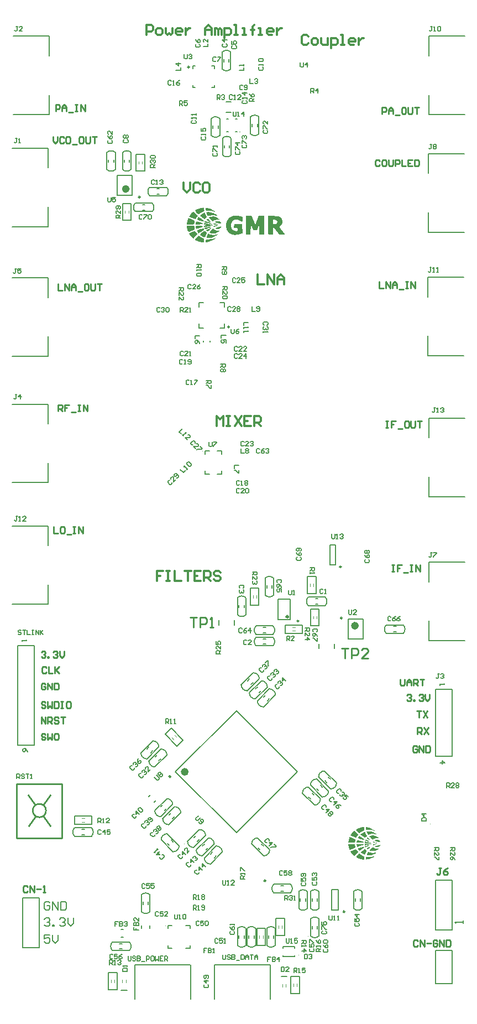
<source format=gto>
G04 Layer_Color=65535*
%FSLAX44Y44*%
%MOMM*%
%TF.FileFunction,Legend,Top*%
%TF.Part,Single*%
G01*
G75*
%ADD77C,0.2500*%
%ADD81C,0.3000*%
%ADD82C,0.4000*%
%ADD91C,0.6000*%
%ADD92C,0.1000*%
%ADD93C,0.2540*%
%ADD94C,0.1500*%
%ADD95C,0.2000*%
%ADD96C,0.2032*%
G36*
X287552Y1192126D02*
X288431Y1191979D01*
X289603Y1191833D01*
X290921Y1191393D01*
X291068D01*
X291361Y1191247D01*
X291800Y1191100D01*
X292386Y1190954D01*
X293558Y1190514D01*
X294730Y1189928D01*
X295170Y1189635D01*
X295316Y1189342D01*
Y1189049D01*
X295023Y1188756D01*
X294437Y1188464D01*
X293412Y1188317D01*
X292093Y1188170D01*
X290189Y1188024D01*
X285209D01*
X284916Y1188317D01*
X284623Y1188756D01*
Y1189342D01*
Y1189489D01*
Y1189782D01*
X284769Y1190661D01*
X285062Y1191540D01*
X285355Y1191979D01*
X285795Y1192126D01*
X286088D01*
X286381Y1192272D01*
X286820D01*
X287552Y1192126D01*
D02*
G37*
G36*
X320071Y1192858D02*
X321243Y1192419D01*
X322269Y1191686D01*
X322415Y1191540D01*
X322854Y1191100D01*
X323294Y1190661D01*
X323441Y1190075D01*
Y1189635D01*
X323148Y1189342D01*
X322708D01*
X322269Y1189196D01*
X321390D01*
X320511Y1189342D01*
X319193Y1189635D01*
X319046D01*
X318899Y1189782D01*
X318021Y1189928D01*
X316995Y1190221D01*
X315823Y1190661D01*
X314798Y1191100D01*
X314505Y1191247D01*
X314359Y1191540D01*
X314212Y1191833D01*
X314359Y1192126D01*
X314798Y1192272D01*
X315384Y1192565D01*
X315530D01*
X316116Y1192711D01*
X316849Y1193004D01*
X318899D01*
X320071Y1192858D01*
D02*
G37*
G36*
X300150D02*
X300443D01*
X301175Y1192565D01*
X302347Y1192126D01*
X303958Y1191540D01*
X307327Y1190221D01*
X307620Y1190075D01*
X308060Y1189928D01*
X308646Y1189635D01*
X308939Y1189342D01*
X307034D01*
X306595Y1189489D01*
X306009D01*
X304544Y1189782D01*
X302494Y1190075D01*
X302201D01*
X301615Y1190221D01*
X300882Y1190514D01*
X300003Y1190807D01*
X299125Y1191247D01*
X298539Y1191686D01*
X298392Y1192126D01*
Y1192419D01*
X298685Y1192711D01*
X298978Y1192858D01*
X299417Y1193004D01*
X300150Y1192858D01*
D02*
G37*
G36*
X278178Y1195934D02*
X278324D01*
X278764Y1195641D01*
X279349Y1195495D01*
X280082Y1195055D01*
X281547Y1194323D01*
X282133Y1194030D01*
X282572Y1193737D01*
X282719Y1193590D01*
X282865Y1193297D01*
X283011Y1192565D01*
X282865Y1191686D01*
Y1191540D01*
Y1191247D01*
X282572Y1190221D01*
X282133Y1189049D01*
X281840Y1188610D01*
X281547Y1188317D01*
X281400Y1188170D01*
X281107D01*
X280668Y1188024D01*
X279935D01*
X279056Y1187878D01*
X271000D01*
X271439Y1191100D01*
Y1191393D01*
X271586Y1191979D01*
X271732Y1192858D01*
X271879Y1193883D01*
Y1194176D01*
X272025Y1194762D01*
X272318Y1195495D01*
X272465Y1196081D01*
X273197Y1197985D01*
X278178Y1195934D01*
D02*
G37*
G36*
X300443Y1189635D02*
X306742Y1188756D01*
X306888D01*
X307474Y1188610D01*
X308206D01*
X308939Y1188464D01*
X309671Y1188317D01*
X310257Y1188024D01*
X310550Y1187878D01*
X310404Y1187731D01*
X310257D01*
X309818Y1187585D01*
X309378Y1187438D01*
X308646D01*
X307474Y1187292D01*
X306009Y1187145D01*
X301761D01*
X299857Y1187292D01*
X298978D01*
X298392Y1187438D01*
X298246D01*
X297953Y1187731D01*
X297660Y1188024D01*
X297513Y1188610D01*
Y1188756D01*
Y1189196D01*
X297660Y1189489D01*
X297953Y1189782D01*
X299271D01*
X300443Y1189635D01*
D02*
G37*
G36*
X313333D02*
X314359Y1189489D01*
X315823Y1188903D01*
X315970D01*
X316263Y1188756D01*
X317142Y1188464D01*
X318167Y1188170D01*
X318607Y1187878D01*
X318899Y1187731D01*
Y1187585D01*
X318460Y1187438D01*
X318167Y1187292D01*
X316409D01*
X315238Y1187438D01*
X313480Y1187731D01*
X313333D01*
X312747Y1188024D01*
X312161Y1188317D01*
X311722Y1188903D01*
Y1189049D01*
Y1189342D01*
X311868Y1189635D01*
X312161Y1189782D01*
X312747D01*
X313333Y1189635D01*
D02*
G37*
G36*
X389211Y1172350D02*
X382180Y1172644D01*
Y1180700D01*
Y1180846D01*
Y1181286D01*
Y1181872D01*
Y1182604D01*
Y1184362D01*
X382033Y1186120D01*
Y1186266D01*
Y1186559D01*
Y1187292D01*
X381887Y1188170D01*
Y1188317D01*
X381740Y1188464D01*
X381594Y1188317D01*
X381447Y1187878D01*
X381008Y1187145D01*
X380861Y1186852D01*
X380715Y1186266D01*
X380275Y1185241D01*
X379836Y1183776D01*
X378225Y1179089D01*
X375588Y1179235D01*
X375295D01*
X374563Y1179382D01*
X373684Y1179528D01*
X372951Y1179968D01*
X372805Y1180114D01*
X372658Y1180407D01*
X372365Y1180846D01*
X372072Y1181432D01*
X371780Y1182165D01*
X371340Y1183044D01*
X370901Y1184215D01*
X369143Y1188903D01*
X368703Y1172644D01*
X361672Y1172350D01*
Y1186559D01*
Y1186852D01*
Y1187145D01*
Y1187731D01*
Y1188610D01*
Y1189928D01*
Y1191540D01*
Y1193590D01*
Y1200768D01*
X370168D01*
X375588Y1187585D01*
X378371Y1194176D01*
X380861Y1200768D01*
X389211D01*
Y1172350D01*
D02*
G37*
G36*
X301615Y1199157D02*
X298392Y1195934D01*
X295316Y1197985D01*
X295170Y1198131D01*
X294584Y1198571D01*
X293705Y1199157D01*
X292972Y1199743D01*
X292826Y1199889D01*
X292386Y1200182D01*
X291947Y1200475D01*
X291654Y1200768D01*
Y1200915D01*
Y1201207D01*
X291800Y1201793D01*
X292386Y1202526D01*
X292533Y1202672D01*
X293119Y1203258D01*
X294144Y1203991D01*
X295609Y1204870D01*
X298099Y1206188D01*
X301615Y1199157D01*
D02*
G37*
G36*
X287552Y1201500D02*
X285941Y1198717D01*
X285795Y1198571D01*
X285502Y1197985D01*
X285062Y1197399D01*
X284623Y1196813D01*
Y1196666D01*
X284330Y1196520D01*
X284183Y1196227D01*
X284037Y1196081D01*
X279349Y1197838D01*
X279203D01*
X279056Y1197985D01*
X278178Y1198278D01*
X277152Y1198717D01*
X276127Y1199157D01*
X274662Y1199743D01*
Y1199889D01*
Y1200182D01*
X274809Y1200475D01*
X274955Y1200621D01*
X275102Y1200915D01*
X275394Y1201500D01*
X275834Y1202233D01*
Y1202379D01*
X276127Y1202526D01*
X276713Y1203405D01*
X277738Y1204723D01*
X279056Y1206188D01*
X279203Y1206334D01*
X279349Y1206481D01*
X280082Y1207213D01*
X280961Y1207799D01*
X281254Y1208092D01*
X281400D01*
X287552Y1201500D01*
D02*
G37*
G36*
X306595Y1206627D02*
X308646Y1206334D01*
X310989Y1205602D01*
X311136D01*
X311575Y1205455D01*
X312161Y1205162D01*
X312894Y1204870D01*
X314652Y1203991D01*
X316409Y1202672D01*
X316556Y1202526D01*
X316702Y1202379D01*
X317435Y1201793D01*
X317581Y1201500D01*
X317728Y1201207D01*
X317435D01*
X317142Y1201354D01*
X316702D01*
X316116Y1201500D01*
X315384D01*
X314359Y1201647D01*
X309378D01*
X307181Y1201500D01*
X306156Y1201354D01*
X305130Y1201207D01*
X304984D01*
X304398Y1201061D01*
X303812Y1200915D01*
X303226Y1201061D01*
X303079Y1201207D01*
X302787Y1201500D01*
X302494Y1202233D01*
X301908Y1203405D01*
Y1203551D01*
X301615Y1204137D01*
X301468Y1204723D01*
X301175Y1205455D01*
X300882Y1206481D01*
X301029Y1206627D01*
X302054D01*
X302640Y1206774D01*
X305716D01*
X306595Y1206627D01*
D02*
G37*
G36*
X293412Y1196666D02*
X293558Y1196520D01*
X294144Y1196227D01*
X294730Y1195641D01*
X295462Y1195055D01*
X296195Y1194469D01*
X296781Y1193883D01*
X297074Y1193297D01*
X296927Y1192858D01*
X296634Y1192711D01*
X295755D01*
X294876Y1192858D01*
X293705Y1193004D01*
X292093Y1193297D01*
X290189Y1193883D01*
X290043D01*
X289750Y1194030D01*
X288724Y1194323D01*
X287699Y1194909D01*
X287260Y1195202D01*
X286966Y1195495D01*
Y1195641D01*
Y1196081D01*
X287260Y1196960D01*
X287552Y1197399D01*
X287992Y1197985D01*
X289164Y1199596D01*
X293412Y1196666D01*
D02*
G37*
G36*
X303812Y1196374D02*
X304544Y1195788D01*
X305130Y1195202D01*
X305716Y1194616D01*
X305863Y1194469D01*
X306449Y1193883D01*
X306888Y1193297D01*
X307474Y1192565D01*
X307620Y1192419D01*
X307767Y1192126D01*
X308060Y1191833D01*
Y1191540D01*
X307913D01*
X307620Y1191686D01*
X306888Y1191833D01*
X306742Y1191979D01*
X306156Y1192126D01*
X305277Y1192565D01*
X304251Y1193004D01*
X304105D01*
X303812Y1193151D01*
X302933Y1193590D01*
X301908Y1194176D01*
X301615Y1194469D01*
X301322Y1194616D01*
Y1194762D01*
X301175Y1194909D01*
X301322Y1195348D01*
X301761Y1195934D01*
X301908Y1196081D01*
X302347Y1196374D01*
X302787Y1196666D01*
X303372D01*
X303812Y1196374D01*
D02*
G37*
G36*
X350686Y1200915D02*
X353030Y1200329D01*
X356252Y1199303D01*
Y1195641D01*
Y1195348D01*
Y1194762D01*
Y1193883D01*
X356106Y1193004D01*
Y1192858D01*
X355959Y1192565D01*
X355813Y1192126D01*
X355667Y1191979D01*
X355520D01*
X355080Y1192126D01*
X354495Y1192419D01*
X352444Y1193590D01*
X352297D01*
X352004Y1193883D01*
X351565Y1194030D01*
X350833Y1194323D01*
X349075Y1194909D01*
X347024Y1195202D01*
X345266D01*
X343801Y1194909D01*
X342923Y1194616D01*
X342190Y1194176D01*
X342044Y1194030D01*
X341751Y1193883D01*
X341311Y1193444D01*
X340872Y1192711D01*
X340286Y1191979D01*
X339846Y1191100D01*
X339260Y1189928D01*
X338968Y1188610D01*
Y1188464D01*
X338821Y1188024D01*
Y1187292D01*
Y1186413D01*
X338968Y1184215D01*
X339260Y1183044D01*
X339700Y1181872D01*
Y1181725D01*
X339846Y1181579D01*
X340432Y1180846D01*
X341311Y1179821D01*
X342483Y1178796D01*
X342630D01*
X342776Y1178649D01*
X343655Y1178356D01*
X344827Y1177917D01*
X346438Y1177770D01*
X347317D01*
X348049Y1177917D01*
X348489Y1178063D01*
X348635Y1178210D01*
X348782Y1178503D01*
X348928Y1179089D01*
Y1180114D01*
Y1180260D01*
Y1180407D01*
Y1180993D01*
X348782Y1181725D01*
X348489Y1182165D01*
X348342D01*
X348049Y1182311D01*
X347317Y1182458D01*
X343362D01*
X343801Y1188170D01*
X355813D01*
X356252Y1173815D01*
X351565Y1172790D01*
X351272D01*
X350540Y1172497D01*
X349368Y1172350D01*
X347903Y1172057D01*
X344827Y1171765D01*
X343508Y1171911D01*
X342337Y1172057D01*
X342044D01*
X341751Y1172204D01*
X341311Y1172350D01*
X339846Y1172644D01*
X339700D01*
X339553Y1172790D01*
X338528Y1173083D01*
X337210Y1173815D01*
X335745Y1174987D01*
X335598Y1175134D01*
X335452Y1175280D01*
X335013Y1175720D01*
X334573Y1176305D01*
X333548Y1177770D01*
X332522Y1179382D01*
Y1179528D01*
X332376Y1179968D01*
X332083Y1180554D01*
X331936Y1181432D01*
X331643Y1182458D01*
X331351Y1183630D01*
X331204Y1184948D01*
Y1186413D01*
Y1186559D01*
Y1187145D01*
X331351Y1187878D01*
Y1188903D01*
X331790Y1191247D01*
X332522Y1193590D01*
X332669Y1193883D01*
X332962Y1194469D01*
X333548Y1195348D01*
X334427Y1196374D01*
X335598Y1197545D01*
X337063Y1198717D01*
X338675Y1199743D01*
X340725Y1200621D01*
X341018Y1200768D01*
X341751Y1200915D01*
X342923Y1201061D01*
X344387Y1201354D01*
X348342D01*
X350686Y1200915D01*
D02*
G37*
G36*
X314066Y1199596D02*
X314212D01*
X314798Y1199450D01*
X315530Y1199303D01*
X316409Y1198864D01*
X318460Y1197985D01*
X319485Y1197252D01*
X320364Y1196374D01*
X320511Y1196227D01*
X320657Y1195934D01*
X320804Y1195641D01*
X320657Y1195495D01*
X320218D01*
X319485Y1195348D01*
X317581D01*
X316702Y1195202D01*
X315677Y1194909D01*
X315530D01*
X314944Y1194762D01*
X314066Y1194469D01*
X313333Y1194030D01*
X311136Y1192565D01*
X307913Y1195495D01*
X307620Y1195788D01*
X307181Y1196081D01*
X306302Y1196813D01*
X304691Y1198278D01*
X306742Y1199157D01*
X306888D01*
X307327Y1199303D01*
X308060Y1199596D01*
X308939Y1199743D01*
X309964Y1199889D01*
X312601D01*
X314066Y1199596D01*
D02*
G37*
G36*
X318167Y1186266D02*
X317874Y1186120D01*
X317288Y1185827D01*
X316702Y1185534D01*
X316116Y1185241D01*
X315970D01*
X315677Y1185094D01*
X314798Y1184655D01*
X313626Y1184215D01*
X312601Y1183923D01*
X312454D01*
X312161Y1184069D01*
X311868Y1184362D01*
X311722Y1184801D01*
Y1184948D01*
X311868Y1185241D01*
X312308Y1185680D01*
X313040Y1185973D01*
X313333Y1186120D01*
X314066Y1186266D01*
X315238Y1186413D01*
X318167D01*
Y1186266D01*
D02*
G37*
G36*
X298978Y1177477D02*
X299710Y1177184D01*
X300443Y1176452D01*
X300589Y1176305D01*
X300882Y1175866D01*
X301175Y1175427D01*
X301322Y1174841D01*
Y1174694D01*
X301175Y1174255D01*
X300882Y1173229D01*
X300589Y1172644D01*
X300150Y1171765D01*
X300003Y1171472D01*
X299710Y1170886D01*
X299417Y1170153D01*
X298832Y1169274D01*
X298685Y1169128D01*
X298539Y1168835D01*
X298099Y1168542D01*
X297806Y1168395D01*
X297513D01*
X297220Y1168542D01*
X296634Y1168689D01*
X296488Y1168835D01*
X296048Y1168981D01*
X295462Y1169274D01*
X294730Y1169714D01*
X294584Y1169860D01*
X294291Y1170007D01*
X293705Y1170300D01*
X293119Y1170593D01*
X291947Y1171472D01*
X291507Y1171911D01*
X291361Y1172350D01*
Y1172497D01*
X291800Y1173083D01*
X292093Y1173522D01*
X292533Y1174108D01*
X293265Y1174694D01*
X294291Y1175427D01*
X294437Y1175573D01*
X294730Y1175720D01*
X295316Y1176159D01*
X295902Y1176452D01*
X297220Y1177184D01*
X297806Y1177477D01*
X298246Y1177624D01*
X298392D01*
X298978Y1177477D01*
D02*
G37*
G36*
X406789Y1200621D02*
X410011Y1200475D01*
X411476Y1200182D01*
X412648Y1199889D01*
X412794D01*
X413087Y1199743D01*
X413527Y1199450D01*
X414113Y1199157D01*
X415431Y1198131D01*
X416017Y1197399D01*
X416456Y1196520D01*
X416603Y1196374D01*
X416749Y1195934D01*
X417042Y1195202D01*
X417335Y1194323D01*
Y1194176D01*
X417482Y1193737D01*
X417628Y1193151D01*
Y1192711D01*
Y1192565D01*
Y1192419D01*
X417482Y1191540D01*
X417189Y1190221D01*
X416603Y1188756D01*
Y1188610D01*
X416456Y1188464D01*
X415871Y1187585D01*
X415138Y1186559D01*
X414259Y1185680D01*
X414113Y1185534D01*
X413527Y1185241D01*
X413234Y1184655D01*
X413087Y1184362D01*
X413234Y1183923D01*
X413380Y1183630D01*
X413673Y1183337D01*
X413966Y1182751D01*
X414552Y1182018D01*
X415285Y1180846D01*
X416310Y1179528D01*
X417482Y1177917D01*
X419972Y1174401D01*
X420118Y1174108D01*
X420558Y1173669D01*
X420851Y1173083D01*
X420997Y1172644D01*
X420851Y1172497D01*
X420411D01*
X419679Y1172350D01*
X412355D01*
X408839Y1177477D01*
X408693Y1177624D01*
X408253Y1178210D01*
X407668Y1179089D01*
X406935Y1179968D01*
X406203Y1180846D01*
X405470Y1181725D01*
X404738Y1182311D01*
X404152Y1182458D01*
X403713D01*
X403273Y1182165D01*
X402980Y1181579D01*
Y1181432D01*
X402834Y1181139D01*
Y1180700D01*
Y1180260D01*
Y1179528D01*
Y1178649D01*
Y1177477D01*
Y1172350D01*
X397853D01*
X397121Y1172497D01*
X396974D01*
X396535Y1172644D01*
X395949D01*
Y1172790D01*
X395802D01*
Y1172936D01*
Y1173083D01*
X395656Y1173376D01*
Y1173962D01*
Y1174694D01*
X395509Y1175720D01*
Y1177038D01*
Y1177184D01*
Y1177770D01*
Y1178649D01*
Y1179821D01*
X395363Y1181286D01*
Y1183044D01*
Y1184948D01*
Y1186999D01*
Y1200768D01*
X405470D01*
X406789Y1200621D01*
D02*
G37*
G36*
X313773Y1179821D02*
X313919D01*
X314212Y1179528D01*
X314798Y1179382D01*
X315384Y1179089D01*
X316995Y1178649D01*
X317874Y1178503D01*
X319046D01*
X319925Y1178649D01*
X320657Y1178503D01*
X320950D01*
X321097Y1178356D01*
Y1178210D01*
X320804Y1177770D01*
X320071Y1177184D01*
X319632Y1176745D01*
X318899Y1176305D01*
X318753D01*
X318607Y1176159D01*
X318167Y1175866D01*
X317581Y1175573D01*
X316263Y1174987D01*
X314652Y1174401D01*
X314505D01*
X314359Y1174255D01*
X313333Y1174108D01*
X312308Y1173962D01*
X311136Y1173815D01*
X310989D01*
X310257Y1173962D01*
X309232Y1174108D01*
X307767Y1174401D01*
X307620D01*
X307474Y1174548D01*
X306742Y1174841D01*
X306009Y1175280D01*
X305716Y1175427D01*
X305570Y1175573D01*
X305716Y1175866D01*
X305863Y1176159D01*
X306302Y1176745D01*
X306449Y1176891D01*
X306888Y1177331D01*
X307474Y1177917D01*
X308353Y1178796D01*
X310989Y1181432D01*
X313773Y1179821D01*
D02*
G37*
G36*
X306742Y1172644D02*
X306888D01*
X307474Y1172350D01*
X308353Y1172204D01*
X309525Y1172057D01*
X310989Y1171911D01*
X312747D01*
X314798Y1172204D01*
X317142Y1172644D01*
X318753Y1173083D01*
X317142Y1171765D01*
X316995Y1171618D01*
X316556Y1171325D01*
X315823Y1170886D01*
X314798Y1170300D01*
X313626Y1169567D01*
X312161Y1168981D01*
X310550Y1168249D01*
X308792Y1167663D01*
X308646D01*
X307913Y1167517D01*
X307034Y1167370D01*
X306009Y1167224D01*
X303665Y1167077D01*
X302494Y1167224D01*
X301615Y1167517D01*
X301468Y1167810D01*
X301322Y1168102D01*
X301175Y1168542D01*
Y1168689D01*
X301322Y1169128D01*
X301615Y1169860D01*
X302201Y1170886D01*
X303226Y1172936D01*
X303372Y1173083D01*
X303519Y1173376D01*
X303665Y1173522D01*
X303812Y1173669D01*
X306742Y1172644D01*
D02*
G37*
G36*
X290775Y1169714D02*
X290921Y1169567D01*
X291361Y1169421D01*
X291947Y1168981D01*
X292679Y1168395D01*
X292972Y1168249D01*
X293558Y1167956D01*
X294291Y1167517D01*
X295170Y1167077D01*
X295316D01*
X295462Y1166931D01*
X296195Y1166491D01*
X296927Y1166052D01*
X297513Y1165466D01*
Y1165319D01*
X297660Y1165026D01*
Y1164294D01*
X297513Y1163122D01*
Y1162976D01*
X297367Y1162536D01*
X297074Y1161364D01*
Y1161218D01*
X296927Y1160925D01*
X296781Y1160632D01*
X296488Y1160486D01*
X295755D01*
X294876Y1160632D01*
X294730D01*
X294144Y1160779D01*
X293265Y1160925D01*
X292093Y1161218D01*
X291947D01*
X291507Y1161364D01*
X290921Y1161511D01*
X290189Y1161657D01*
X288285Y1162243D01*
X286234Y1162976D01*
X286088D01*
X285795Y1163122D01*
X284769Y1163708D01*
X283890Y1164294D01*
X283451Y1164587D01*
X283305Y1164880D01*
X283451Y1165173D01*
X283744Y1165466D01*
X284183Y1166052D01*
X284330Y1166198D01*
X284769Y1166638D01*
X285355Y1167370D01*
X286234Y1168249D01*
X289164Y1171032D01*
X290775Y1169714D01*
D02*
G37*
G36*
X315091Y1166931D02*
X314944Y1166784D01*
X314505Y1166491D01*
X313919Y1166052D01*
X313187Y1165466D01*
X313040Y1165319D01*
X312454Y1165026D01*
X311722Y1164587D01*
X310697Y1164001D01*
X309378Y1163269D01*
X308060Y1162683D01*
X304837Y1161364D01*
X304691D01*
X304105Y1161218D01*
X303519Y1161071D01*
X302640Y1160925D01*
X300882Y1160779D01*
X300150Y1160925D01*
X299710Y1161218D01*
Y1161364D01*
X299564Y1161950D01*
Y1162536D01*
X299710Y1163415D01*
Y1163562D01*
X299857Y1163855D01*
X300150Y1164147D01*
X300736Y1164441D01*
X301029D01*
X301761Y1164587D01*
X302347Y1164734D01*
X303079Y1164880D01*
X303958D01*
X304984Y1165026D01*
X305277D01*
X305716Y1165173D01*
X306302D01*
X307620Y1165319D01*
X309232Y1165612D01*
X309378D01*
X309671Y1165759D01*
X310550Y1165905D01*
X311575Y1166198D01*
X312601Y1166491D01*
X312894Y1166638D01*
X313333Y1166784D01*
X314066Y1167077D01*
X314652Y1167224D01*
X315091D01*
Y1166931D01*
D02*
G37*
G36*
X283890Y1177624D02*
X284037Y1177331D01*
X284476Y1176891D01*
X284623Y1176745D01*
X284916Y1176452D01*
X285355Y1176013D01*
X285941Y1175280D01*
X287406Y1172936D01*
X282426Y1167517D01*
X282279Y1167370D01*
X281986Y1166931D01*
X281547Y1166638D01*
X281254Y1166345D01*
X281107Y1166491D01*
X280814Y1166638D01*
X280375Y1166931D01*
X280228Y1167077D01*
X279935Y1167370D01*
X279349Y1167810D01*
X278617Y1168542D01*
X278471Y1168689D01*
X278324Y1168981D01*
X277445Y1169860D01*
X276273Y1171032D01*
X275394Y1172204D01*
Y1172350D01*
X275248Y1172497D01*
X274955Y1173083D01*
X274809Y1173815D01*
Y1174108D01*
X274955Y1174255D01*
X275102Y1174401D01*
X275394Y1174548D01*
X275834Y1174841D01*
X276420Y1175134D01*
X277152Y1175427D01*
X278031Y1175866D01*
X279203Y1176305D01*
X279349D01*
X279789Y1176452D01*
X280375Y1176745D01*
X280961Y1177038D01*
X282426Y1177477D01*
X283158Y1177624D01*
X283597Y1177770D01*
X283890Y1177624D01*
D02*
G37*
G36*
X323880Y1184655D02*
X323733Y1184215D01*
X323294Y1183483D01*
X322708Y1182751D01*
X322562Y1182604D01*
X322122Y1182165D01*
X321390Y1181579D01*
X320364Y1181139D01*
X320071Y1180993D01*
X319339Y1180846D01*
X318607Y1180700D01*
X317874Y1180554D01*
X317728D01*
X317435Y1180700D01*
X316702Y1180846D01*
X315823Y1181139D01*
X315677Y1181286D01*
X315091Y1181579D01*
X314798Y1182018D01*
X314652Y1182165D01*
X314798Y1182458D01*
X315091Y1182604D01*
X315384Y1182751D01*
X315823Y1182897D01*
X316409Y1183044D01*
X317142Y1183337D01*
X318167Y1183630D01*
X319485Y1183923D01*
X319632D01*
X320071Y1184069D01*
X320657Y1184215D01*
X321536Y1184362D01*
X323001Y1184801D01*
X323880D01*
Y1184655D01*
D02*
G37*
G36*
X293412Y1185680D02*
X294730Y1185387D01*
X295170Y1185241D01*
X295609Y1185094D01*
Y1184801D01*
X295462Y1184509D01*
X295023Y1184069D01*
X294144Y1183630D01*
X292972Y1183190D01*
X291215Y1182604D01*
X291068D01*
X290482Y1182458D01*
X289896Y1182165D01*
X289017Y1181872D01*
X287260Y1181432D01*
X286527Y1181286D01*
X286088Y1181139D01*
X285941D01*
X285648Y1181286D01*
X285355Y1181579D01*
X285062Y1182165D01*
Y1182311D01*
X284916Y1182897D01*
X284769Y1183630D01*
X284623Y1184509D01*
Y1184655D01*
X284769Y1184948D01*
X285062Y1185387D01*
X285648Y1185534D01*
X285941D01*
X286234Y1185680D01*
X287260D01*
X288138Y1185827D01*
X292093D01*
X293412Y1185680D01*
D02*
G37*
G36*
X309085Y1186413D02*
X310697D01*
X310843Y1186266D01*
X310404Y1186120D01*
X309818Y1185973D01*
X309085Y1185827D01*
X307913Y1185534D01*
X306595Y1185241D01*
X304691Y1184948D01*
X304398D01*
X303812Y1184801D01*
X302933Y1184655D01*
X301761Y1184362D01*
X300589Y1184215D01*
X299564Y1184069D01*
X298539Y1183923D01*
X297806Y1183776D01*
X297660Y1184069D01*
X297513Y1184509D01*
Y1185241D01*
Y1185387D01*
X297660Y1185680D01*
X297953Y1186120D01*
X298539Y1186266D01*
X298832D01*
X299125Y1186413D01*
X300443D01*
X301468Y1186559D01*
X307620D01*
X309085Y1186413D01*
D02*
G37*
G36*
X308060Y1184215D02*
X307913Y1184069D01*
X307767D01*
X307474Y1183923D01*
X307034Y1183630D01*
X306302Y1183337D01*
X305423Y1182897D01*
X304105Y1182458D01*
X302494Y1181725D01*
X302347D01*
X302054Y1181579D01*
X301175Y1181139D01*
X300150Y1180700D01*
X299710Y1180554D01*
X299271D01*
X299125Y1180700D01*
X298832Y1180993D01*
X298539Y1181579D01*
Y1181725D01*
X298392Y1182165D01*
Y1182604D01*
Y1182897D01*
X298539D01*
X298832Y1183044D01*
X299125Y1183190D01*
X299564D01*
X300296Y1183337D01*
X301175Y1183630D01*
X302347Y1183776D01*
X302494D01*
X302933Y1183923D01*
X303519D01*
X304251Y1184069D01*
X305863Y1184215D01*
X306595Y1184362D01*
X308060D01*
Y1184215D01*
D02*
G37*
G36*
X297074Y1181286D02*
X297220Y1180993D01*
X297367Y1180700D01*
X297220Y1180407D01*
X296927Y1179821D01*
X296341Y1179235D01*
X295316Y1178503D01*
X288871Y1174255D01*
X287699Y1176305D01*
Y1176452D01*
X287406Y1176891D01*
X286966Y1177770D01*
Y1177917D01*
X286820Y1178210D01*
X286674Y1178503D01*
Y1178649D01*
X286820Y1178796D01*
X287113Y1178942D01*
X287552Y1179089D01*
X288138Y1179382D01*
X289017Y1179675D01*
X290043Y1180114D01*
X291507Y1180407D01*
X291654D01*
X292240Y1180554D01*
X292972Y1180846D01*
X293705Y1180993D01*
X295462Y1181286D01*
X296195Y1181432D01*
X296927D01*
X297074Y1181286D01*
D02*
G37*
G36*
X281840Y1185680D02*
X281986D01*
X282279Y1185387D01*
X282719Y1184948D01*
Y1184362D01*
Y1182897D01*
X283011Y1181432D01*
Y1181286D01*
X283158Y1180846D01*
X282865Y1180260D01*
X282426Y1179968D01*
X281986Y1179675D01*
X281693Y1179528D01*
X281254Y1179382D01*
X280521Y1179089D01*
X279496Y1178649D01*
X278178Y1178063D01*
X276566Y1177477D01*
X274516Y1176745D01*
X273783D01*
X273197Y1177038D01*
X272904Y1177331D01*
X272611Y1177770D01*
Y1177917D01*
X272318Y1178210D01*
X272172Y1178796D01*
X271879Y1179675D01*
Y1179968D01*
X271732Y1180554D01*
X271586Y1181432D01*
X271439Y1182458D01*
X271000Y1185827D01*
X281400D01*
X281840Y1185680D01*
D02*
G37*
G36*
X308206Y1182311D02*
X308060Y1182165D01*
X307620Y1181725D01*
X307474Y1181579D01*
X307181Y1181286D01*
X306742Y1180554D01*
X306009Y1179821D01*
X305863Y1179675D01*
X305716Y1179528D01*
X304837Y1178649D01*
X303812Y1177917D01*
X303372Y1177477D01*
X303079Y1177331D01*
X302640D01*
X302054Y1177477D01*
X301468Y1178063D01*
X301322Y1178210D01*
X301175Y1178649D01*
X301029Y1179089D01*
Y1179382D01*
X301175Y1179528D01*
X301761Y1179821D01*
X302201Y1179968D01*
X302787Y1180260D01*
X303519Y1180554D01*
X304544Y1180993D01*
X304691D01*
X304984Y1181139D01*
X305570Y1181432D01*
X306156Y1181725D01*
X307327Y1182165D01*
X307913Y1182311D01*
X308206Y1182458D01*
Y1182311D01*
D02*
G37*
G36*
X296634Y1213365D02*
X297074Y1213219D01*
X297220D01*
X297367Y1212926D01*
X297513Y1212633D01*
Y1212047D01*
Y1211901D01*
Y1211461D01*
Y1210436D01*
Y1210289D01*
X297660Y1209996D01*
X297806Y1209264D01*
Y1209117D01*
Y1208971D01*
X297660Y1208678D01*
X297220Y1208239D01*
X296781Y1207799D01*
X295902Y1207360D01*
X294876Y1206774D01*
X294584Y1206627D01*
X293998Y1206334D01*
X293119Y1205895D01*
X292240Y1205309D01*
X292093Y1205162D01*
X291654Y1205016D01*
X291068Y1204576D01*
X290629Y1204284D01*
X290482Y1204137D01*
X290043Y1203698D01*
X289457Y1203551D01*
X289017Y1203405D01*
X288578Y1203551D01*
X288431Y1203698D01*
X287845Y1204137D01*
X286966Y1204870D01*
X286381Y1205602D01*
X285795Y1206334D01*
X285648Y1206481D01*
X285355Y1206774D01*
X285062Y1207213D01*
X284623Y1207799D01*
X284330Y1208385D01*
X284037Y1209117D01*
X283890Y1209557D01*
X284037Y1209996D01*
X284330Y1210143D01*
X284623Y1210289D01*
X285062Y1210582D01*
X285795Y1210875D01*
X286674Y1211168D01*
X287699Y1211608D01*
X289017Y1212047D01*
X289164D01*
X289750Y1212194D01*
X290336Y1212486D01*
X291361Y1212779D01*
X293412Y1213219D01*
X294437Y1213365D01*
X295316Y1213512D01*
X296048D01*
X296634Y1213365D01*
D02*
G37*
G36*
X532950Y245627D02*
X533146Y245578D01*
X533439Y245529D01*
X533731Y245481D01*
X534073Y245383D01*
X534513Y245285D01*
X535001Y245139D01*
X535538Y244992D01*
X536124Y244797D01*
X536807Y244602D01*
X537588Y244358D01*
X537637D01*
X537686Y244309D01*
X537979Y244260D01*
X538418Y244114D01*
X538906Y243967D01*
X539443Y243821D01*
X539980Y243626D01*
X540420Y243479D01*
X540761Y243333D01*
X540810D01*
X540908Y243284D01*
X541152Y243137D01*
X541445Y242893D01*
X541494Y242747D01*
X541543Y242600D01*
X541591Y242503D01*
X541543Y242356D01*
X541494Y242259D01*
X541396Y242161D01*
X541201Y242063D01*
X540957Y242015D01*
X540761D01*
X540517Y241966D01*
X533976D01*
X533341Y242015D01*
X532511D01*
X532267Y242063D01*
X532023D01*
X531730Y242112D01*
X531486Y242161D01*
X531339D01*
X531242Y242210D01*
Y242259D01*
Y242356D01*
X531291Y242551D01*
X531339Y242893D01*
X531583Y244163D01*
Y244211D01*
X531632Y244407D01*
X531681Y244651D01*
X531730Y244944D01*
X531828Y245188D01*
X531974Y245432D01*
X532218Y245627D01*
X532462Y245676D01*
X532658D01*
X532950Y245627D01*
D02*
G37*
G36*
X563072Y246213D02*
X563511Y246115D01*
X564048Y246018D01*
X564585Y245822D01*
X565171Y245529D01*
X565757Y245188D01*
X565805Y245139D01*
X565952Y245041D01*
X566098Y244895D01*
X566342Y244699D01*
X566879Y244163D01*
X567368Y243479D01*
X567416Y243430D01*
X567465Y243333D01*
X567612Y243040D01*
X567660Y242893D01*
X567709Y242747D01*
X567660Y242649D01*
X567514Y242600D01*
X566245Y242747D01*
X566196D01*
X566001Y242796D01*
X565659Y242844D01*
X565268Y242893D01*
X564731Y242991D01*
X564146Y243137D01*
X563511Y243284D01*
X562827Y243430D01*
X562730D01*
X562535Y243528D01*
X562193Y243626D01*
X561754Y243723D01*
X560777Y244016D01*
X560338Y244211D01*
X559898Y244358D01*
X559850D01*
X559752Y244407D01*
X559459Y244553D01*
X559117Y244748D01*
X558971Y244846D01*
X558873Y244895D01*
Y244944D01*
Y244992D01*
X558922Y245139D01*
X559020Y245236D01*
X559166Y245334D01*
X559215Y245383D01*
X559410Y245481D01*
X559752Y245627D01*
X560142Y245822D01*
X560631Y245969D01*
X561168Y246115D01*
X561802Y246262D01*
X562730D01*
X563072Y246213D01*
D02*
G37*
G36*
X545057Y246457D02*
X545399Y246311D01*
X545448D01*
X545497Y246262D01*
X545790Y246164D01*
X546180Y245969D01*
X546717Y245725D01*
X546766D01*
X546864Y245676D01*
X547010Y245578D01*
X547254Y245481D01*
X547547Y245334D01*
X547840Y245188D01*
X548621Y244846D01*
X548670D01*
X548816Y244748D01*
X549012Y244651D01*
X549305Y244553D01*
X549988Y244309D01*
X550720Y244016D01*
X550769D01*
X550867Y243967D01*
X551062Y243870D01*
X551257Y243772D01*
X551648Y243577D01*
X551843Y243479D01*
X551941Y243381D01*
Y243333D01*
X551843Y243284D01*
X551599Y243235D01*
X551257Y243284D01*
X550965D01*
X550672Y243333D01*
X550330Y243381D01*
X549939Y243479D01*
X549451Y243528D01*
X548963Y243626D01*
X548377Y243723D01*
X547743Y243870D01*
X547694D01*
X547498Y243918D01*
X547254Y243967D01*
X546912Y244065D01*
X546131Y244211D01*
X545302Y244407D01*
X544179Y244602D01*
Y244651D01*
X544130Y244748D01*
Y244846D01*
X544179Y244992D01*
X544227Y245236D01*
X544276Y245481D01*
Y245529D01*
X544325Y245627D01*
X544423Y245920D01*
X544569Y246262D01*
X544667Y246408D01*
X544765Y246506D01*
X544862D01*
X545057Y246457D01*
D02*
G37*
G36*
X520746Y250460D02*
X520990Y250411D01*
X521136Y250314D01*
X521380Y250216D01*
X521429D01*
X521527Y250167D01*
X521624Y250118D01*
X521820Y250021D01*
X522357Y249825D01*
X522991Y249533D01*
X523040D01*
X523187Y249435D01*
X523382Y249386D01*
X523626Y249240D01*
X523968Y249093D01*
X524309Y248947D01*
X525188Y248605D01*
X525237D01*
X525383Y248507D01*
X525628Y248410D01*
X525920Y248312D01*
X526604Y248019D01*
X527336Y247726D01*
X527385D01*
X527483Y247677D01*
X527678Y247629D01*
X527873Y247531D01*
X528361Y247336D01*
X528850Y247092D01*
X528898D01*
X528947Y247043D01*
X529142Y246945D01*
X529387Y246848D01*
X529435D01*
X529484Y246799D01*
X528947Y244211D01*
X528557Y241966D01*
X518451D01*
X518647Y243821D01*
Y243918D01*
X518695Y244114D01*
X518744Y244504D01*
X518842Y244992D01*
X518939Y245578D01*
X519086Y246262D01*
X519281Y247043D01*
X519525Y247922D01*
Y247970D01*
X519574Y248019D01*
X519623Y248312D01*
X519769Y248703D01*
X519916Y249142D01*
X520111Y249630D01*
X520257Y250021D01*
X520453Y250362D01*
X520502Y250460D01*
X520599Y250509D01*
X520648D01*
X520746Y250460D01*
D02*
G37*
G36*
X555017Y239867D02*
X552331Y239476D01*
X552234D01*
X552038Y239427D01*
X551648Y239378D01*
X551160Y239281D01*
X550574Y239183D01*
X549891Y239085D01*
X549158Y238939D01*
X548328Y238792D01*
X548231D01*
X547938Y238744D01*
X547547Y238646D01*
X547010Y238548D01*
X546376Y238451D01*
X545692Y238304D01*
X544276Y238011D01*
X544179D01*
X543983Y237962D01*
X543739Y238011D01*
X543690Y238109D01*
X543642Y238207D01*
Y238256D01*
X543593Y238353D01*
Y238500D01*
X543544Y238695D01*
X543446Y239281D01*
X543300Y239915D01*
X555017Y239867D01*
D02*
G37*
G36*
X544032Y243284D02*
X544179D01*
X544374Y243235D01*
X545839Y242942D01*
X545887D01*
X546034Y242893D01*
X546229Y242844D01*
X546522Y242796D01*
X546864Y242747D01*
X547303Y242649D01*
X547791Y242551D01*
X548328Y242454D01*
X548426D01*
X548621Y242405D01*
X548914Y242356D01*
X549305Y242307D01*
X549793Y242210D01*
X550330Y242161D01*
X551453Y241966D01*
X555017Y241429D01*
X543300Y241380D01*
X543495Y242307D01*
Y242405D01*
X543544Y242551D01*
X543593Y242796D01*
X543642Y242991D01*
X543739Y243333D01*
X543837D01*
X544032Y243284D01*
D02*
G37*
G36*
X557360Y243235D02*
X557506Y243186D01*
X557750Y243137D01*
X557994Y243040D01*
X558336Y242893D01*
X558727Y242747D01*
X560338Y242112D01*
X561509Y241673D01*
X561558D01*
X561607Y241624D01*
X561802Y241575D01*
X561998Y241478D01*
X562046D01*
Y241429D01*
X560679D01*
X560240Y241478D01*
X559654Y241526D01*
X559508D01*
X559361Y241575D01*
X559166D01*
X558678Y241673D01*
X558141Y241770D01*
X558092D01*
X557946Y241819D01*
X557750Y241868D01*
X557506Y241917D01*
X556969Y242112D01*
X556725Y242210D01*
X556579Y242307D01*
X556530Y242356D01*
X556481Y242503D01*
Y242747D01*
X556530Y242893D01*
X556628Y243088D01*
Y243137D01*
X556725Y243235D01*
X556920Y243284D01*
X557262D01*
X557360Y243235D01*
D02*
G37*
G36*
X552136Y245920D02*
X552185Y245871D01*
X552234Y245822D01*
X552478Y245578D01*
X552673Y245334D01*
X552722Y245285D01*
X552771Y245236D01*
X550965Y245920D01*
X550867Y245969D01*
X550672Y246066D01*
X550330Y246164D01*
X549939Y246359D01*
X549451Y246555D01*
X548914Y246799D01*
X547889Y247287D01*
X547840Y247336D01*
X547694Y247385D01*
X547498Y247531D01*
X547254Y247677D01*
X547010Y247824D01*
X546815Y247970D01*
X546620Y248068D01*
X546571Y248166D01*
X546620Y248263D01*
X546669Y248361D01*
X546815Y248507D01*
X546864Y248556D01*
X546961Y248703D01*
X547157Y248898D01*
X547401Y249142D01*
X548231Y249923D01*
X552136Y245920D01*
D02*
G37*
G36*
X550916Y259052D02*
X551599Y259003D01*
X552331Y258955D01*
X553064Y258857D01*
X553796Y258710D01*
X553894D01*
X554138Y258613D01*
X554479Y258515D01*
X554968Y258418D01*
X555554Y258222D01*
X556188Y257978D01*
X556872Y257734D01*
X557555Y257392D01*
X557604Y257344D01*
X557799Y257246D01*
X558092Y257099D01*
X558434Y256904D01*
X558873Y256611D01*
X559410Y256318D01*
X559947Y255928D01*
X560533Y255537D01*
X560582Y255488D01*
X560777Y255342D01*
X561021Y255147D01*
X561363Y254951D01*
X561656Y254707D01*
X561900Y254512D01*
X562095Y254317D01*
X562144Y254170D01*
X562046D01*
X561900Y254219D01*
X561558Y254268D01*
X561460Y254317D01*
X561217Y254366D01*
X560777Y254512D01*
X560240Y254659D01*
X560142Y254707D01*
X559898Y254756D01*
X559508Y254854D01*
X558971Y254951D01*
X558287Y255098D01*
X557555Y255196D01*
X556774Y255244D01*
X555505D01*
X555065Y255196D01*
X554479D01*
X553845Y255098D01*
X553161Y255000D01*
X552429Y254854D01*
X551746Y254659D01*
X551648Y254610D01*
X551404Y254512D01*
X551013Y254366D01*
X550574Y254219D01*
X550086Y254073D01*
X549646Y253975D01*
X549256Y253926D01*
X548963D01*
X548865Y253975D01*
X548768Y254073D01*
X548621Y254219D01*
X548426Y254415D01*
X548231Y254707D01*
X548035Y255098D01*
X547791Y255635D01*
Y255684D01*
X547743Y255781D01*
X547645Y255928D01*
X547547Y256123D01*
X547352Y256660D01*
X547108Y257197D01*
Y257246D01*
X547059Y257344D01*
X546961Y257637D01*
X546815Y257978D01*
X546717Y258320D01*
X546522Y259101D01*
X550330D01*
X550916Y259052D01*
D02*
G37*
G36*
X542617Y265496D02*
X542665Y265448D01*
X542714Y265350D01*
X542763Y265203D01*
Y264911D01*
Y264862D01*
X542812Y264666D01*
Y264373D01*
X542861Y263885D01*
X542958Y262421D01*
Y262372D01*
Y262274D01*
X543007Y262079D01*
Y261835D01*
X543056Y261396D01*
Y261152D01*
Y260956D01*
Y260907D01*
X543007Y260761D01*
X542958Y260614D01*
X542812Y260566D01*
X542763D01*
X542665Y260517D01*
X542470Y260468D01*
X542226Y260370D01*
X541835Y260224D01*
X541396Y260029D01*
X540761Y259736D01*
X540078Y259345D01*
X539980Y259296D01*
X539736Y259150D01*
X539346Y258955D01*
X538906Y258710D01*
X538369Y258369D01*
X537832Y258027D01*
X537246Y257685D01*
X536758Y257295D01*
X536709D01*
X536661Y257197D01*
X536417Y257002D01*
X536075Y256758D01*
X535684Y256465D01*
X535587Y256416D01*
X535440Y256318D01*
X535196Y256221D01*
X535050Y256172D01*
X534952Y256221D01*
X534757Y256367D01*
X534464Y256611D01*
X534366Y256709D01*
X534171Y256904D01*
X533829Y257295D01*
X533390Y257734D01*
X533341Y257783D01*
X533292Y257881D01*
X533146Y258027D01*
X532999Y258222D01*
X532560Y258662D01*
X532072Y259247D01*
X532023Y259296D01*
X531974Y259394D01*
X531828Y259541D01*
X531681Y259687D01*
X531339Y260126D01*
X530998Y260566D01*
X530021Y261737D01*
X530705Y262177D01*
X530802Y262225D01*
X531095Y262372D01*
X531535Y262616D01*
X532169Y262958D01*
X532950Y263300D01*
X533878Y263690D01*
X534903Y264081D01*
X536124Y264471D01*
X536172D01*
X536270Y264520D01*
X536465Y264569D01*
X536709Y264618D01*
X537002Y264715D01*
X537344Y264813D01*
X538125Y265008D01*
X539004Y265203D01*
X539980Y265399D01*
X540957Y265545D01*
X541835Y265594D01*
X542421D01*
X542617Y265496D01*
D02*
G37*
G36*
X546522Y265448D02*
X546620D01*
X546815Y265399D01*
X547157Y265350D01*
X547596Y265252D01*
X548133Y265106D01*
X548670Y265008D01*
X549939Y264666D01*
X550037D01*
X550232Y264569D01*
X550574Y264471D01*
X551013Y264325D01*
X551502Y264178D01*
X552038Y263983D01*
X553161Y263544D01*
X553259Y263495D01*
X553454Y263397D01*
X553747Y263251D01*
X554187Y263055D01*
X554675Y262763D01*
X555261Y262470D01*
X556530Y261688D01*
X556628Y261640D01*
X556823Y261493D01*
X557116Y261298D01*
X557506Y261054D01*
X558336Y260468D01*
X558678Y260175D01*
X558971Y259882D01*
X559020Y259833D01*
X559166Y259687D01*
X559215Y259541D01*
Y259492D01*
X559117D01*
X559020Y259541D01*
X558922Y259589D01*
X558678Y259687D01*
X558434Y259785D01*
X558043Y259980D01*
X557604Y260175D01*
X557555D01*
X557457Y260273D01*
X557213Y260322D01*
X556969Y260468D01*
X556579Y260566D01*
X556188Y260712D01*
X555700Y260859D01*
X555114Y261005D01*
X554528Y261152D01*
X553845Y261298D01*
X553112Y261444D01*
X552331Y261542D01*
X550623Y261688D01*
X548768D01*
X545741Y261591D01*
X545594Y262470D01*
Y262518D01*
X545546Y262714D01*
X545497Y263007D01*
X545448Y263397D01*
Y263446D01*
Y263495D01*
Y263739D01*
X545399Y264081D01*
Y264471D01*
Y265643D01*
X546522Y265448D01*
D02*
G37*
G36*
X544130Y257881D02*
X544179Y257783D01*
X544227Y257588D01*
Y257539D01*
X544276Y257392D01*
X544325Y257295D01*
X544374Y257099D01*
X544472Y256904D01*
X544569Y256611D01*
Y256562D01*
X544618Y256465D01*
X544716Y256270D01*
X544813Y256074D01*
X544960Y255781D01*
X545106Y255440D01*
X545448Y254610D01*
X546669Y251973D01*
X545399Y250655D01*
X545302Y250558D01*
X545057Y250362D01*
X544765Y250021D01*
X544423Y249728D01*
X544374Y249679D01*
X544227Y249581D01*
X544032Y249435D01*
X543935Y249386D01*
X543837Y249435D01*
X543642Y249533D01*
X543349Y249728D01*
X542177Y250460D01*
X542128D01*
X542080Y250558D01*
X541933Y250655D01*
X541738Y250802D01*
X541201Y251144D01*
X540517Y251632D01*
X540468Y251681D01*
X540371Y251729D01*
X540176Y251876D01*
X539980Y252071D01*
X539443Y252462D01*
X538857Y252901D01*
X537149Y254219D01*
X538272Y255196D01*
X538369Y255244D01*
X538613Y255488D01*
X539053Y255781D01*
X539687Y256172D01*
X539736Y256221D01*
X539834Y256270D01*
X540029Y256367D01*
X540273Y256514D01*
X540859Y256855D01*
X541543Y257197D01*
X541591Y257246D01*
X541787Y257295D01*
X542031Y257441D01*
X542372Y257588D01*
X543007Y257881D01*
X543349Y257978D01*
X543593Y258027D01*
X543935D01*
X544130Y257881D01*
D02*
G37*
G36*
X535587Y251973D02*
X535782Y251876D01*
X536124Y251729D01*
X536514Y251485D01*
X537051Y251095D01*
X537686Y250607D01*
X537735Y250558D01*
X537832Y250460D01*
X538027Y250314D01*
X538320Y250167D01*
X538955Y249679D01*
X539687Y249093D01*
X539736Y249044D01*
X539883Y248996D01*
X540078Y248849D01*
X540322Y248703D01*
X540859Y248312D01*
X541396Y247970D01*
X541445D01*
X541494Y247922D01*
X541738Y247726D01*
X542080Y247482D01*
X542372Y247238D01*
X542421Y247189D01*
X542519Y247043D01*
X542617Y246896D01*
Y246750D01*
Y246701D01*
X542568Y246506D01*
X542519Y246311D01*
X542470Y246066D01*
Y246018D01*
X542421Y245920D01*
X542372Y245871D01*
X542226Y245822D01*
X542031D01*
X541738Y245871D01*
X541689D01*
X541543Y245920D01*
X541298Y245969D01*
X540957Y246066D01*
X540420Y246213D01*
X539736Y246408D01*
X539297Y246555D01*
X538857Y246701D01*
X538320Y246848D01*
X537783Y246994D01*
X537735D01*
X537491Y247092D01*
X537198Y247189D01*
X536807Y247287D01*
X536368Y247433D01*
X535880Y247531D01*
X534903Y247824D01*
X533439Y248312D01*
X533390D01*
X533292Y248361D01*
X533195Y248459D01*
Y248654D01*
X533243Y248703D01*
X533292Y248947D01*
X533487Y249337D01*
X533634Y249581D01*
X533780Y249874D01*
X533829Y249972D01*
X533927Y250216D01*
X534122Y250509D01*
X534317Y250900D01*
X534561Y251290D01*
X534854Y251632D01*
X535098Y251925D01*
X535294Y252022D01*
X535391D01*
X535587Y251973D01*
D02*
G37*
G36*
X556676Y252608D02*
X557750Y252511D01*
X558922Y252315D01*
X560191Y251973D01*
X560826Y251729D01*
X561460Y251437D01*
X561509D01*
X561656Y251339D01*
X561851Y251241D01*
X562144Y251046D01*
X562486Y250851D01*
X562827Y250607D01*
X563657Y250021D01*
X563706Y249972D01*
X563853Y249874D01*
X564048Y249728D01*
X564243Y249533D01*
X564683Y249093D01*
X564829Y248898D01*
X564927Y248752D01*
X564878Y248703D01*
X564731Y248654D01*
X564487D01*
X564341Y248703D01*
X564048Y248752D01*
X563706Y248849D01*
X563609D01*
X563413Y248898D01*
X562046D01*
X561363Y248800D01*
X560631Y248654D01*
X559801Y248459D01*
X559703Y248410D01*
X559459Y248361D01*
X559068Y248166D01*
X558580Y247970D01*
X558092Y247726D01*
X557604Y247433D01*
X557164Y247092D01*
X556774Y246701D01*
X556725Y246652D01*
X556628Y246506D01*
X556383Y246457D01*
X556188D01*
X555993Y246506D01*
X555895Y246555D01*
X555749Y246652D01*
X555554Y246750D01*
X555309Y246945D01*
X554968Y247189D01*
X554577Y247482D01*
X554138Y247824D01*
X554089Y247873D01*
X553991Y247922D01*
X553845Y248068D01*
X553649Y248214D01*
X553161Y248654D01*
X552575Y249142D01*
X552527Y249191D01*
X552429Y249289D01*
X552136Y249581D01*
X551746Y249923D01*
X551355Y250314D01*
X550330Y251388D01*
X551404Y251827D01*
X551502Y251876D01*
X551746Y251973D01*
X552136Y252071D01*
X552722Y252218D01*
X552771D01*
X552868Y252266D01*
X553064D01*
X553308Y252315D01*
X553894Y252462D01*
X554528Y252559D01*
X554675D01*
X554870Y252608D01*
X555114D01*
X555456Y252657D01*
X556237D01*
X556676Y252608D01*
D02*
G37*
G36*
X528703Y259199D02*
X528801Y259101D01*
X529045Y258857D01*
X529387Y258418D01*
X529924Y257832D01*
X529972Y257783D01*
X530070Y257685D01*
X530216Y257490D01*
X530412Y257295D01*
X530900Y256709D01*
X531486Y256074D01*
X533390Y254122D01*
X532169Y252315D01*
Y252266D01*
X532072Y252169D01*
X531974Y252022D01*
X531876Y251827D01*
X531583Y251388D01*
X531291Y250851D01*
Y250802D01*
X531242Y250753D01*
X531095Y250509D01*
X530900Y250216D01*
X530802Y249923D01*
X530754Y249825D01*
X530705Y249679D01*
X530558Y249484D01*
X530509Y249435D01*
X530461Y249386D01*
X530412D01*
X530265Y249435D01*
X530168D01*
X529972Y249533D01*
X529728Y249581D01*
X529435Y249679D01*
X527385Y250509D01*
X527336D01*
X527239Y250558D01*
X527092Y250607D01*
X526897Y250704D01*
X526409Y250900D01*
X525774Y251192D01*
X525042Y251437D01*
X524358Y251729D01*
X523675Y252022D01*
X523089Y252266D01*
X523040Y252315D01*
X522894Y252364D01*
X522650Y252462D01*
X522454Y252608D01*
X522210Y252755D01*
X521966Y252852D01*
X521820Y252950D01*
X521771Y253048D01*
Y253096D01*
X521820Y253145D01*
X521869Y253292D01*
X521966Y253536D01*
X522161Y253829D01*
X522406Y254219D01*
X522747Y254707D01*
X523187Y255293D01*
X523235Y255391D01*
X523431Y255586D01*
X523675Y255928D01*
X524016Y256367D01*
X524456Y256807D01*
X524895Y257344D01*
X525872Y258418D01*
X527824Y260322D01*
X528703Y259199D01*
D02*
G37*
G36*
X549500Y227515D02*
X549939Y227320D01*
X549988D01*
X550037Y227271D01*
X550183Y227222D01*
X550379Y227125D01*
X550818Y226929D01*
X551502Y226685D01*
X552283Y226441D01*
X553210Y226246D01*
X554235Y226100D01*
X555309Y226002D01*
X556091D01*
X556432Y226051D01*
X557213Y226100D01*
X558141Y226246D01*
X559215Y226392D01*
X560338Y226685D01*
X561509Y227027D01*
X561656D01*
X561607Y226929D01*
X561509Y226783D01*
X561314Y226539D01*
X560972Y226246D01*
X560875Y226148D01*
X560631Y225953D01*
X560191Y225611D01*
X559605Y225172D01*
X558873Y224684D01*
X557994Y224196D01*
X557018Y223708D01*
X555895Y223268D01*
X555846D01*
X555749Y223219D01*
X555602Y223170D01*
X555358Y223122D01*
X555114Y223024D01*
X554772Y222926D01*
X553991Y222731D01*
X553064Y222536D01*
X552038Y222341D01*
X550965Y222243D01*
X549842Y222194D01*
X549500D01*
X549305Y222243D01*
X548719D01*
X548133Y222292D01*
X547987D01*
X547694Y222341D01*
X547352D01*
X547206Y222389D01*
X547108D01*
X547010Y222438D01*
X546864Y222487D01*
X546669Y222536D01*
X546571Y222633D01*
X546620Y222731D01*
Y222878D01*
X546717Y223073D01*
X546815Y223317D01*
X546961Y223708D01*
X547157Y224147D01*
X547401Y224733D01*
X547450Y224830D01*
X547547Y225026D01*
X547645Y225319D01*
X547840Y225660D01*
X548182Y226441D01*
X548377Y226832D01*
X548524Y227125D01*
X548572Y227222D01*
X548719Y227369D01*
X548865Y227515D01*
X549012Y227613D01*
X549207D01*
X549500Y227515D01*
D02*
G37*
G36*
X545302Y230737D02*
X545350D01*
X545399Y230640D01*
X545594Y230396D01*
X545887Y230103D01*
X546180Y229761D01*
X546229Y229712D01*
X546376Y229566D01*
X546522Y229370D01*
X546571Y229224D01*
Y229175D01*
X546522Y229077D01*
X546473Y228931D01*
X546424Y228785D01*
X546327Y228540D01*
X546180Y228248D01*
X543739Y223073D01*
X541884Y224000D01*
X541787Y224049D01*
X541543Y224147D01*
X541152Y224342D01*
X540713Y224635D01*
X540176Y224928D01*
X539590Y225221D01*
X539053Y225611D01*
X538516Y225953D01*
X538467Y226002D01*
X538320Y226100D01*
X538125Y226295D01*
X537930Y226539D01*
X537686Y226783D01*
X537539Y227027D01*
X537442Y227222D01*
X537491Y227418D01*
X537539Y227467D01*
X537686Y227564D01*
X537832Y227711D01*
X538027Y227808D01*
X538320Y228004D01*
X538613Y228248D01*
X538662Y228296D01*
X538809Y228394D01*
X539004Y228540D01*
X539248Y228736D01*
X539590Y228980D01*
X539980Y229273D01*
X540908Y229907D01*
X543983Y232007D01*
X545302Y230737D01*
D02*
G37*
G36*
X556481Y234741D02*
X556579Y234692D01*
X556823Y234496D01*
X557164Y234252D01*
X557653Y233911D01*
X558238Y233569D01*
X558824Y233227D01*
X559459Y232934D01*
X560094Y232690D01*
X560191D01*
X560387Y232593D01*
X560728Y232544D01*
X561168Y232446D01*
X561705Y232397D01*
X562242Y232348D01*
X562876D01*
X563511Y232397D01*
X563609D01*
X563853Y232446D01*
X564194Y232495D01*
X564683D01*
X564829Y232446D01*
X564927Y232397D01*
X564878Y232300D01*
X564780Y232202D01*
X564634Y232055D01*
X564390Y231860D01*
X564097Y231616D01*
X563657Y231323D01*
X563120Y230933D01*
X563072Y230884D01*
X562876Y230737D01*
X562583Y230591D01*
X562193Y230347D01*
X561802Y230103D01*
X561363Y229859D01*
X560924Y229615D01*
X560484Y229419D01*
X560435D01*
X560191Y229322D01*
X559850Y229273D01*
X559410Y229175D01*
X558824Y229077D01*
X558141Y228980D01*
X557409Y228882D01*
X556530Y228833D01*
X555163D01*
X554528Y228882D01*
X553894Y228931D01*
X553259Y228980D01*
X552624Y229126D01*
X552575D01*
X552527Y229175D01*
X552283Y229224D01*
X551941Y229322D01*
X551550Y229419D01*
X550965Y229566D01*
X550867Y229615D01*
X550818Y229663D01*
X550769Y229761D01*
X550818Y229956D01*
X550916Y230200D01*
X551111Y230542D01*
X551453Y230982D01*
X551502Y231030D01*
X551648Y231225D01*
X551941Y231470D01*
X552331Y231860D01*
X552771Y232300D01*
X553357Y232837D01*
X554040Y233374D01*
X554821Y234008D01*
X554870Y234057D01*
X555017Y234155D01*
X555261Y234301D01*
X555505Y234496D01*
X555798Y234643D01*
X556091Y234741D01*
X556335Y234789D01*
X556481Y234741D01*
D02*
G37*
G36*
X530949Y231030D02*
X530998Y230982D01*
X531095Y230786D01*
X531242Y230493D01*
X531486Y230054D01*
Y230005D01*
X531583Y229956D01*
X531779Y229663D01*
X532023Y229273D01*
X532365Y228785D01*
X533390Y227222D01*
X530607Y224244D01*
X530558Y224196D01*
X530412Y224049D01*
X530216Y223805D01*
X529924Y223512D01*
X529289Y222829D01*
X528605Y222145D01*
X528557Y222096D01*
X528459Y221999D01*
X528166Y221755D01*
X527873Y221462D01*
X527727Y221364D01*
X527678Y221315D01*
X527580Y221364D01*
X527336Y221559D01*
X527190Y221657D01*
X526995Y221852D01*
X526946Y221901D01*
X526897Y221950D01*
X526604Y222243D01*
X526165Y222682D01*
X525579Y223268D01*
X525530Y223317D01*
X525432Y223414D01*
X525286Y223610D01*
X525042Y223854D01*
X524553Y224440D01*
X523919Y225123D01*
X523870Y225172D01*
X523772Y225270D01*
X523626Y225465D01*
X523479Y225709D01*
X523089Y226197D01*
X522698Y226734D01*
X522650Y226783D01*
X522601Y226881D01*
X522454Y227076D01*
X522357Y227271D01*
X522064Y227662D01*
X521966Y227857D01*
X521917Y228004D01*
Y228052D01*
Y228199D01*
X522015Y228394D01*
X522210Y228540D01*
X522259Y228589D01*
X522406Y228638D01*
X522650Y228785D01*
X523089Y228980D01*
X523626Y229224D01*
X524016Y229419D01*
X524407Y229566D01*
X524846Y229761D01*
X525335Y229956D01*
X525920Y230200D01*
X526506Y230444D01*
X526555D01*
X526653Y230493D01*
X526848Y230591D01*
X527043Y230640D01*
X527629Y230884D01*
X528313Y231128D01*
X528996Y231372D01*
X529679Y231616D01*
X529924Y231714D01*
X530168Y231763D01*
X530363Y231860D01*
X530509D01*
X530949Y231030D01*
D02*
G37*
G36*
X302347Y1213219D02*
X302494D01*
X302933Y1213073D01*
X303519Y1212926D01*
X304251Y1212779D01*
X305277Y1212486D01*
X306302Y1212047D01*
X308939Y1211022D01*
X309085D01*
X309525Y1210729D01*
X310257Y1210436D01*
X310989Y1209996D01*
X312747Y1209117D01*
X313480Y1208531D01*
X314066Y1208092D01*
X314212Y1207946D01*
X314359Y1207799D01*
X314505Y1207506D01*
X314652Y1207213D01*
X314505Y1207067D01*
X314066D01*
X313333Y1207213D01*
X312747Y1207506D01*
X312015Y1207799D01*
X311868Y1207946D01*
X311283Y1208092D01*
X310404Y1208239D01*
X309085Y1208531D01*
X308792D01*
X307913Y1208678D01*
X306595Y1208824D01*
X303226D01*
X301615Y1208971D01*
X300882Y1209117D01*
X300443Y1209264D01*
X300296Y1209410D01*
X300003Y1209996D01*
X299710Y1210875D01*
X299564Y1211608D01*
Y1212340D01*
Y1212486D01*
Y1212779D01*
X299710Y1213219D01*
X300003Y1213365D01*
X301175D01*
X302347Y1213219D01*
D02*
G37*
G36*
X535440Y225074D02*
X535587Y224977D01*
X535635D01*
X535733Y224928D01*
X535977Y224684D01*
X536026Y224635D01*
X536124Y224586D01*
X536270Y224440D01*
X536514Y224196D01*
X536856Y223951D01*
X537295Y223659D01*
X537881Y223268D01*
X538516Y222829D01*
X538613Y222780D01*
X538857Y222633D01*
X539199Y222438D01*
X539638Y222194D01*
X540127Y221901D01*
X540664Y221608D01*
X541201Y221364D01*
X541689Y221120D01*
X543105Y220583D01*
X542909Y218337D01*
Y218289D01*
Y218093D01*
X542861Y217800D01*
X542812Y217459D01*
X542714Y216726D01*
X542665Y216385D01*
X542617Y216140D01*
Y216092D01*
X542519Y215896D01*
X542421Y215750D01*
X542275D01*
X540420Y215945D01*
X540371D01*
X540224Y215994D01*
X540029D01*
X539736Y216043D01*
X539394Y216140D01*
X538955Y216238D01*
X538467Y216336D01*
X537930Y216434D01*
X536758Y216775D01*
X535440Y217166D01*
X533976Y217703D01*
X532511Y218337D01*
X530021Y219509D01*
X530607Y220339D01*
X530656Y220388D01*
X530802Y220583D01*
X530998Y220827D01*
X531291Y221218D01*
X531681Y221657D01*
X532120Y222145D01*
X532609Y222731D01*
X533195Y223317D01*
X533243Y223366D01*
X533439Y223561D01*
X533731Y223854D01*
X534073Y224147D01*
X534415Y224489D01*
X534757Y224781D01*
X535050Y225026D01*
X535245Y225123D01*
X535342D01*
X535440Y225074D01*
D02*
G37*
G36*
X558238Y220827D02*
X558141Y220778D01*
X557897Y220583D01*
X557457Y220241D01*
X556872Y219900D01*
X556139Y219411D01*
X555261Y218923D01*
X554235Y218435D01*
X553064Y217898D01*
X553015D01*
X552917Y217849D01*
X552771Y217752D01*
X552527Y217703D01*
X552234Y217556D01*
X551892Y217459D01*
X551111Y217166D01*
X550135Y216873D01*
X549109Y216580D01*
X548035Y216336D01*
X546912Y216140D01*
X545399Y215945D01*
Y216922D01*
Y217019D01*
Y217215D01*
Y217507D01*
X545448Y217898D01*
Y217947D01*
Y217996D01*
X545497Y218240D01*
X545546Y218582D01*
X545594Y218874D01*
X545741Y219802D01*
X548475Y219607D01*
X550183D01*
X550720Y219655D01*
X551355Y219704D01*
X551990Y219753D01*
X552722Y219851D01*
X554284Y220144D01*
X555895Y220534D01*
X556774Y220827D01*
X557604Y221120D01*
X559459Y221852D01*
X558238Y220827D01*
D02*
G37*
G36*
X542324Y235375D02*
X542372Y235278D01*
X542470Y235082D01*
X542519Y234741D01*
Y234643D01*
Y234545D01*
X542421Y234350D01*
X542275Y234155D01*
X542080Y233911D01*
X541738Y233618D01*
X541298Y233325D01*
X541250D01*
X541201Y233276D01*
X541054Y233178D01*
X540908Y233032D01*
X540371Y232690D01*
X539736Y232251D01*
X537881Y230884D01*
X537832Y230835D01*
X537735Y230786D01*
X537588Y230640D01*
X537344Y230493D01*
X536856Y230103D01*
X536270Y229712D01*
X536221D01*
X536172Y229663D01*
X535928Y229517D01*
X535635Y229322D01*
X535538Y229273D01*
X535391D01*
X535342Y229322D01*
X535196Y229370D01*
X535050Y229517D01*
X535001Y229566D01*
X534903Y229663D01*
X534757Y229859D01*
X534561Y230103D01*
X534513Y230152D01*
X534415Y230298D01*
X534268Y230542D01*
X534122Y230786D01*
X533731Y231421D01*
X533390Y232055D01*
Y232104D01*
X533341Y232202D01*
X533292Y232446D01*
Y232739D01*
Y232885D01*
X533390Y232934D01*
X533439D01*
X533536Y232983D01*
X533731Y233032D01*
X534024Y233130D01*
X534317Y233227D01*
X534708Y233325D01*
X535538Y233618D01*
X536514Y233911D01*
X537539Y234203D01*
X538613Y234496D01*
X539590Y234789D01*
X539638D01*
X539687Y234838D01*
X539980Y234887D01*
X540420Y235033D01*
X540908Y235131D01*
X541396Y235278D01*
X541835Y235375D01*
X542128Y235424D01*
X542324D01*
Y235375D01*
D02*
G37*
G36*
X567563Y238207D02*
Y238060D01*
X567514Y237914D01*
X567416Y237767D01*
X567270Y237523D01*
X567026Y237279D01*
X566977Y237230D01*
X566928Y237133D01*
X566782Y236986D01*
X566586Y236840D01*
X566147Y236352D01*
X565561Y235912D01*
X565513Y235863D01*
X565366Y235814D01*
X565171Y235717D01*
X564829Y235570D01*
X564487Y235424D01*
X564048Y235278D01*
X563609Y235180D01*
X563072Y235082D01*
X562827D01*
X562583Y235033D01*
X561851D01*
X561412Y235082D01*
X561021Y235180D01*
X560582Y235278D01*
X560533Y235326D01*
X560338Y235375D01*
X560094Y235473D01*
X559850Y235570D01*
X559605Y235717D01*
X559410Y235863D01*
X559361Y236010D01*
X559410Y236107D01*
X559459Y236156D01*
X559508D01*
X559605Y236254D01*
X559801Y236303D01*
X560094Y236449D01*
X560582Y236596D01*
X560875Y236693D01*
X561265Y236840D01*
X561656Y236937D01*
X562095Y237035D01*
X562632Y237181D01*
X563218Y237328D01*
X563316D01*
X563511Y237425D01*
X563853Y237474D01*
X564243Y237572D01*
X564731Y237670D01*
X565220Y237816D01*
X565708Y237914D01*
X566196Y238011D01*
X566245D01*
X566391Y238060D01*
X566586Y238109D01*
X566831Y238158D01*
X567075Y238207D01*
X567319Y238256D01*
X567563D01*
Y238207D01*
D02*
G37*
G36*
X540273Y239281D02*
X540761D01*
X540957Y239232D01*
X541103D01*
X541347Y239134D01*
X541445Y239037D01*
X541543Y238988D01*
X541591Y238841D01*
X541543Y238695D01*
Y238646D01*
X541445Y238451D01*
X541298Y238256D01*
X541103Y238109D01*
X540908Y238011D01*
X540859D01*
X540810Y237962D01*
X540615Y237914D01*
X540371Y237816D01*
X540078Y237670D01*
X539638Y237572D01*
X539150Y237425D01*
X538516Y237230D01*
X535928Y236449D01*
X533829Y235814D01*
X533780D01*
X533683Y235766D01*
X533536Y235717D01*
X533292Y235619D01*
X532853Y235522D01*
X532462Y235424D01*
X532218D01*
X532072Y235473D01*
X531974Y235570D01*
Y235619D01*
X531925Y235668D01*
Y235814D01*
X531876Y236010D01*
X531828Y236254D01*
X531730Y236547D01*
X531632Y236889D01*
X531535Y237328D01*
Y237377D01*
X531486Y237523D01*
X531437Y237718D01*
X531388Y238011D01*
X531291Y238548D01*
Y238792D01*
X531242Y238988D01*
Y239037D01*
X531291D01*
X531388Y239085D01*
X531486Y239134D01*
X531681Y239183D01*
X531974Y239232D01*
X532609D01*
X532902Y239281D01*
X533878D01*
X534610Y239329D01*
X539931D01*
X540273Y239281D01*
D02*
G37*
G36*
X560777Y239378D02*
X560728D01*
X560679Y239329D01*
X560533Y239281D01*
X560338Y239232D01*
X559898Y239037D01*
X559361Y238841D01*
X559313D01*
X559264Y238792D01*
X558922Y238695D01*
X558580Y238500D01*
X558190Y238353D01*
X558141Y238304D01*
X557946Y238256D01*
X557701Y238109D01*
X557409Y238011D01*
X557116Y237962D01*
X556872Y237914D01*
X556676Y237962D01*
X556579Y238158D01*
Y238207D01*
Y238353D01*
X556530Y238548D01*
Y238792D01*
X556579Y238841D01*
X556628Y238939D01*
X556774Y238988D01*
X556969Y239134D01*
X557213Y239232D01*
X557604Y239329D01*
X558092Y239476D01*
X558141D01*
X558336Y239525D01*
X558629Y239622D01*
X559020Y239671D01*
X559508Y239769D01*
X559996Y239818D01*
X561070Y239915D01*
X562388D01*
X560777Y239378D01*
D02*
G37*
G36*
X552380Y237962D02*
X552283Y237914D01*
X552038Y237767D01*
X551990Y237718D01*
X551746Y237670D01*
X551404Y237523D01*
X550965Y237377D01*
X550916D01*
X550818Y237328D01*
X550672Y237279D01*
X550476Y237230D01*
X550232Y237133D01*
X549939Y236986D01*
X549158Y236693D01*
X549109D01*
X548963Y236596D01*
X548768Y236547D01*
X548524Y236400D01*
X547840Y236107D01*
X547108Y235766D01*
X544813Y234594D01*
X544423Y235570D01*
X544374Y235668D01*
X544325Y235814D01*
X544227Y236059D01*
X544032Y236547D01*
X545497Y236889D01*
X545594D01*
X545839Y236986D01*
X546229Y237035D01*
X546766Y237181D01*
X547352Y237279D01*
X548084Y237425D01*
X548914Y237572D01*
X549744Y237718D01*
X549842D01*
X550135Y237767D01*
X550525Y237816D01*
X550965Y237914D01*
X551453Y237962D01*
X551843Y238011D01*
X552429D01*
X552380Y237962D01*
D02*
G37*
G36*
X526555Y239281D02*
X528361D01*
X528508Y239232D01*
X528605D01*
X529484Y234399D01*
X529435Y234350D01*
X529289Y234301D01*
X528996Y234203D01*
X525823Y232934D01*
X521380Y231079D01*
X521331D01*
X521283Y231030D01*
X520990Y230933D01*
X520697Y230835D01*
X520550Y230786D01*
X520502D01*
X520453Y230835D01*
X520404Y230933D01*
X520257Y231177D01*
Y231225D01*
X520160Y231470D01*
X520062Y231763D01*
X519916Y232153D01*
X519867Y232251D01*
X519818Y232495D01*
X519672Y232837D01*
X519574Y233325D01*
X519379Y233862D01*
X519232Y234448D01*
X518891Y235717D01*
Y235814D01*
X518842Y236010D01*
X518793Y236303D01*
X518744Y236693D01*
X518598Y237523D01*
X518549Y237914D01*
Y238256D01*
Y239329D01*
X525969D01*
X526555Y239281D01*
D02*
G37*
G36*
X552331Y235619D02*
Y235570D01*
X552234Y235473D01*
X552136Y235375D01*
X551990Y235229D01*
X551794Y235033D01*
X551550Y234838D01*
X551453Y234741D01*
X551209Y234545D01*
X550867Y234203D01*
X550428Y233764D01*
X550379Y233715D01*
X550330Y233666D01*
X550086Y233374D01*
X549744Y232983D01*
X549353Y232544D01*
X548231Y231323D01*
X547401Y232153D01*
X547352Y232202D01*
X547206Y232348D01*
X547010Y232544D01*
X546815Y232788D01*
X546766Y232837D01*
X546717Y232934D01*
X546620Y233081D01*
X546571Y233178D01*
X546620Y233227D01*
X546766Y233325D01*
X546961Y233422D01*
X547254Y233569D01*
X547645Y233764D01*
X548182Y234057D01*
X548865Y234350D01*
X548963Y234399D01*
X549207Y234496D01*
X549549Y234692D01*
X550037Y234887D01*
X551013Y235278D01*
X551502Y235473D01*
X551892Y235619D01*
X551990D01*
X552136Y235668D01*
X552331D01*
Y235619D01*
D02*
G37*
%LPC*%
G36*
X404884Y1195348D02*
X404152D01*
X403419Y1195055D01*
X402980Y1194762D01*
Y1194616D01*
X402834Y1194323D01*
Y1193444D01*
Y1192711D01*
Y1191979D01*
Y1188610D01*
X406642D01*
X407374Y1188756D01*
X407521D01*
X407961Y1188903D01*
X408400Y1189196D01*
X408693Y1189342D01*
Y1189489D01*
X408839Y1189635D01*
X409279Y1190514D01*
Y1190661D01*
X409425Y1190954D01*
X409572Y1191979D01*
Y1192126D01*
Y1192565D01*
X409279Y1193004D01*
X408986Y1193737D01*
X408400Y1194323D01*
X407668Y1194762D01*
X406496Y1195202D01*
X404884Y1195348D01*
D02*
G37*
%LPD*%
D77*
X199500Y1229900D02*
G03*
X199500Y1229900I-1250J0D01*
G01*
X509000Y585500D02*
G03*
X509000Y585500I-1250J0D01*
G01*
X513000Y136000D02*
G03*
X513000Y136000I-1250J0D01*
G01*
X507502Y664001D02*
G03*
X507502Y664001I-1250J0D01*
G01*
X336250Y1031000D02*
G03*
X336250Y1031000I-1250J0D01*
G01*
X274900Y1428680D02*
G03*
X274900Y1428680I-1250J0D01*
G01*
X391750Y183500D02*
G03*
X391750Y183500I-1250J0D01*
G01*
X442500Y581000D02*
G03*
X442500Y581000I-1250J0D01*
G01*
X246215Y342849D02*
G03*
X246215Y342849I-1250J0D01*
G01*
D81*
X456997Y1475496D02*
X454498Y1477995D01*
X449499D01*
X447000Y1475496D01*
Y1465499D01*
X449499Y1463000D01*
X454498D01*
X456997Y1465499D01*
X464494Y1463000D02*
X469493D01*
X471992Y1465499D01*
Y1470498D01*
X469493Y1472997D01*
X464494D01*
X461995Y1470498D01*
Y1465499D01*
X464494Y1463000D01*
X476990Y1472997D02*
Y1465499D01*
X479490Y1463000D01*
X486987D01*
Y1472997D01*
X491985Y1458002D02*
Y1472997D01*
X499483D01*
X501982Y1470498D01*
Y1465499D01*
X499483Y1463000D01*
X491985D01*
X506981D02*
X511979D01*
X509480D01*
Y1477995D01*
X506981D01*
X526974Y1463000D02*
X521976D01*
X519477Y1465499D01*
Y1470498D01*
X521976Y1472997D01*
X526974D01*
X529473Y1470498D01*
Y1467998D01*
X519477D01*
X534472Y1472997D02*
Y1463000D01*
Y1467998D01*
X536971Y1470498D01*
X539470Y1472997D01*
X541969D01*
X317000Y879500D02*
Y894495D01*
X321998Y889497D01*
X326997Y894495D01*
Y879500D01*
X331995Y894495D02*
X336993D01*
X334494D01*
Y879500D01*
X331995D01*
X336993D01*
X344491Y894495D02*
X354488Y879500D01*
Y894495D02*
X344491Y879500D01*
X369483Y894495D02*
X359486D01*
Y879500D01*
X369483D01*
X359486Y886998D02*
X364485D01*
X374481Y879500D02*
Y894495D01*
X381979D01*
X384478Y891996D01*
Y886998D01*
X381979Y884498D01*
X374481D01*
X379480D02*
X384478Y879500D01*
X266000Y1251995D02*
Y1241998D01*
X270998Y1237000D01*
X275997Y1241998D01*
Y1251995D01*
X290992Y1249496D02*
X288493Y1251995D01*
X283494D01*
X280995Y1249496D01*
Y1239499D01*
X283494Y1237000D01*
X288493D01*
X290992Y1239499D01*
X303488Y1251995D02*
X298489D01*
X295990Y1249496D01*
Y1239499D01*
X298489Y1237000D01*
X303488D01*
X305987Y1239499D01*
Y1249496D01*
X303488Y1251995D01*
X379750Y1111495D02*
Y1096500D01*
X389747D01*
X394745D02*
Y1111495D01*
X404742Y1096500D01*
Y1111495D01*
X409740Y1096500D02*
Y1106497D01*
X414739Y1111495D01*
X419737Y1106497D01*
Y1096500D01*
Y1103998D01*
X409740D01*
X209000Y1478000D02*
Y1492995D01*
X216498D01*
X218997Y1490496D01*
Y1485498D01*
X216498Y1482998D01*
X209000D01*
X226494Y1478000D02*
X231493D01*
X233992Y1480499D01*
Y1485498D01*
X231493Y1487997D01*
X226494D01*
X223995Y1485498D01*
Y1480499D01*
X226494Y1478000D01*
X238990Y1487997D02*
Y1480499D01*
X241490Y1478000D01*
X243989Y1480499D01*
X246488Y1478000D01*
X248987Y1480499D01*
Y1487997D01*
X261483Y1478000D02*
X256485D01*
X253985Y1480499D01*
Y1485498D01*
X256485Y1487997D01*
X261483D01*
X263982Y1485498D01*
Y1482998D01*
X253985D01*
X268981Y1487997D02*
Y1478000D01*
Y1482998D01*
X271480Y1485498D01*
X273979Y1487997D01*
X276478D01*
X298971Y1478000D02*
Y1487997D01*
X303969Y1492995D01*
X308968Y1487997D01*
Y1478000D01*
Y1485498D01*
X298971D01*
X313966Y1478000D02*
Y1487997D01*
X316465D01*
X318964Y1485498D01*
Y1478000D01*
Y1485498D01*
X321464Y1487997D01*
X323963Y1485498D01*
Y1478000D01*
X328961Y1473002D02*
Y1487997D01*
X336459D01*
X338958Y1485498D01*
Y1480499D01*
X336459Y1478000D01*
X328961D01*
X343956D02*
X348955D01*
X346455D01*
Y1492995D01*
X343956D01*
X356452Y1478000D02*
X361451D01*
X358951D01*
Y1487997D01*
X356452D01*
X371447Y1478000D02*
Y1490496D01*
Y1485498D01*
X368948D01*
X373947D01*
X371447D01*
Y1490496D01*
X373947Y1492995D01*
X381444Y1478000D02*
X386443D01*
X383943D01*
Y1487997D01*
X381444D01*
X401438Y1478000D02*
X396439D01*
X393940Y1480499D01*
Y1485498D01*
X396439Y1487997D01*
X401438D01*
X403937Y1485498D01*
Y1482998D01*
X393940D01*
X408935Y1487997D02*
Y1478000D01*
Y1482998D01*
X411435Y1485498D01*
X413934Y1487997D01*
X416433D01*
X234997Y657495D02*
X225000D01*
Y649998D01*
X229998D01*
X225000D01*
Y642500D01*
X239995Y657495D02*
X244993D01*
X242494D01*
Y642500D01*
X239995D01*
X244993D01*
X252491Y657495D02*
Y642500D01*
X262488D01*
X267486Y657495D02*
X277483D01*
X272485D01*
Y642500D01*
X292478Y657495D02*
X282481D01*
Y642500D01*
X292478D01*
X282481Y649998D02*
X287480D01*
X297477Y642500D02*
Y657495D01*
X304974D01*
X307473Y654996D01*
Y649998D01*
X304974Y647498D01*
X297477D01*
X302475D02*
X307473Y642500D01*
X322468Y654996D02*
X319969Y657495D01*
X314971D01*
X312472Y654996D01*
Y652497D01*
X314971Y649998D01*
X319969D01*
X322468Y647498D01*
Y644999D01*
X319969Y642500D01*
X314971D01*
X312472Y644999D01*
D82*
X425750Y587500D02*
G03*
X425750Y587500I-1000J0D01*
G01*
D91*
X180500Y1242150D02*
G03*
X180500Y1242150I-3000J0D01*
G01*
X531500Y573750D02*
G03*
X531500Y573750I-3000J0D01*
G01*
X270769Y350097D02*
G03*
X270769Y350097I-3000J0D01*
G01*
D92*
X238500Y114500D02*
G03*
X238500Y114500I-500J0D01*
G01*
X295250Y841250D02*
G03*
X295250Y841250I-500J0D01*
G01*
X352750Y1329750D02*
G03*
X352750Y1329750I-500J0D01*
G01*
X442250Y69500D02*
G03*
X442250Y69500I-500J0D01*
G01*
X446050Y1420450D02*
G03*
X446050Y1420450I-500J0D01*
G01*
X644000Y270000D02*
G03*
X644000Y270000I-500J0D01*
G01*
X267209Y239421D02*
G03*
X267209Y239421I-500J0D01*
G01*
X457010Y98490D02*
G03*
X457010Y98490I-500J0D01*
G01*
X387750Y95500D02*
Y99500D01*
X382250Y95500D02*
Y99500D01*
X417250Y21000D02*
Y25000D01*
X422750Y21000D02*
Y25000D01*
X202750Y1280500D02*
Y1284500D01*
X197250Y1280500D02*
Y1284500D01*
X176250Y1205000D02*
Y1209000D01*
X181750Y1205000D02*
Y1209000D01*
X464500Y584500D02*
Y588500D01*
X470000Y584500D02*
Y588500D01*
X377750Y616500D02*
Y620500D01*
X372250Y616500D02*
Y620500D01*
X433000Y565750D02*
X437000D01*
X433000Y571250D02*
X437000D01*
X177750Y28000D02*
Y32000D01*
X172250Y28000D02*
Y32000D01*
X459750Y634000D02*
Y638000D01*
X465250Y634000D02*
Y638000D01*
X248147Y402600D02*
X250976Y399771D01*
X252036Y406489D02*
X254865Y403660D01*
X110000Y278750D02*
X114000D01*
X110000Y273250D02*
X114000D01*
X154750Y28000D02*
Y32000D01*
X160250Y28000D02*
Y32000D01*
X416750Y111000D02*
Y115000D01*
X411250Y111000D02*
Y115000D01*
X439750Y22000D02*
Y26000D01*
X434250Y22000D02*
Y26000D01*
D93*
X55340Y290790D02*
G03*
X55340Y290790I-10160J0D01*
G01*
X28670Y267168D02*
X38830Y281392D01*
X51530D02*
X61690Y267168D01*
X28162Y314666D02*
X38576Y300188D01*
X51784Y300442D02*
X61944Y314920D01*
X79500Y249000D02*
Y332000D01*
X10500Y249000D02*
Y332000D01*
X79500D01*
X10500Y249000D02*
X79500D01*
X276000Y586235D02*
X286157D01*
X281078D01*
Y571000D01*
X291235D02*
Y586235D01*
X298853D01*
X301392Y583696D01*
Y578618D01*
X298853Y576078D01*
X291235D01*
X306470Y571000D02*
X311549D01*
X309009D01*
Y586235D01*
X306470Y583696D01*
X508000Y539235D02*
X518157D01*
X513078D01*
Y524000D01*
X523235D02*
Y539235D01*
X530853D01*
X533392Y536696D01*
Y531618D01*
X530853Y529078D01*
X523235D01*
X548627Y524000D02*
X538470D01*
X548627Y534157D01*
Y536696D01*
X546088Y539235D01*
X541009D01*
X538470Y536696D01*
X27429Y174129D02*
X25762Y175795D01*
X22430D01*
X20764Y174129D01*
Y167464D01*
X22430Y165798D01*
X25762D01*
X27429Y167464D01*
X30761Y165798D02*
Y175795D01*
X37425Y165798D01*
Y175795D01*
X40758Y170796D02*
X47422D01*
X50754Y165798D02*
X54087D01*
X52421D01*
Y175795D01*
X50754Y174129D01*
X624915Y91081D02*
X623248Y92747D01*
X619916D01*
X618250Y91081D01*
Y84416D01*
X619916Y82750D01*
X623248D01*
X624915Y84416D01*
X628247Y82750D02*
Y92747D01*
X634911Y82750D01*
Y92747D01*
X638244Y87748D02*
X644908D01*
X654905Y91081D02*
X653239Y92747D01*
X649906D01*
X648240Y91081D01*
Y84416D01*
X649906Y82750D01*
X653239D01*
X654905Y84416D01*
Y87748D01*
X651573D01*
X658237Y82750D02*
Y92747D01*
X664902Y82750D01*
Y92747D01*
X668234D02*
Y82750D01*
X673232D01*
X674898Y84416D01*
Y91081D01*
X673232Y92747D01*
X668234D01*
X660396Y202719D02*
X657064D01*
X658730D01*
Y194388D01*
X657064Y192722D01*
X655398D01*
X653732Y194388D01*
X670393Y202719D02*
X667061Y201053D01*
X663729Y197720D01*
Y194388D01*
X665395Y192722D01*
X668727D01*
X670393Y194388D01*
Y196054D01*
X668727Y197720D01*
X663729D01*
X48000Y533331D02*
X49666Y534997D01*
X52998D01*
X54665Y533331D01*
Y531665D01*
X52998Y529998D01*
X51332D01*
X52998D01*
X54665Y528332D01*
Y526666D01*
X52998Y525000D01*
X49666D01*
X48000Y526666D01*
X57997Y525000D02*
Y526666D01*
X59663D01*
Y525000D01*
X57997D01*
X66327Y533331D02*
X67994Y534997D01*
X71326D01*
X72992Y533331D01*
Y531665D01*
X71326Y529998D01*
X69660D01*
X71326D01*
X72992Y528332D01*
Y526666D01*
X71326Y525000D01*
X67994D01*
X66327Y526666D01*
X76324Y534997D02*
Y528332D01*
X79657Y525000D01*
X82989Y528332D01*
Y534997D01*
X55665Y509331D02*
X53998Y510997D01*
X50666D01*
X49000Y509331D01*
Y502666D01*
X50666Y501000D01*
X53998D01*
X55665Y502666D01*
X58997Y510997D02*
Y501000D01*
X65661D01*
X68994Y510997D02*
Y501000D01*
Y504332D01*
X75658Y510997D01*
X70660Y505998D01*
X75658Y501000D01*
X54665Y484331D02*
X52998Y485997D01*
X49666D01*
X48000Y484331D01*
Y477666D01*
X49666Y476000D01*
X52998D01*
X54665Y477666D01*
Y480998D01*
X51332D01*
X57997Y476000D02*
Y485997D01*
X64661Y476000D01*
Y485997D01*
X67994D02*
Y476000D01*
X72992D01*
X74658Y477666D01*
Y484331D01*
X72992Y485997D01*
X67994D01*
X54665Y456331D02*
X52998Y457997D01*
X49666D01*
X48000Y456331D01*
Y454664D01*
X49666Y452998D01*
X52998D01*
X54665Y451332D01*
Y449666D01*
X52998Y448000D01*
X49666D01*
X48000Y449666D01*
X57997Y457997D02*
Y448000D01*
X61329Y451332D01*
X64661Y448000D01*
Y457997D01*
X67994D02*
Y448000D01*
X72992D01*
X74658Y449666D01*
Y456331D01*
X72992Y457997D01*
X67994D01*
X77990D02*
X81323D01*
X79657D01*
Y448000D01*
X77990D01*
X81323D01*
X91319Y457997D02*
X87987D01*
X86321Y456331D01*
Y449666D01*
X87987Y448000D01*
X91319D01*
X92985Y449666D01*
Y456331D01*
X91319Y457997D01*
X48000Y424000D02*
Y433997D01*
X54665Y424000D01*
Y433997D01*
X57997Y424000D02*
Y433997D01*
X62995D01*
X64661Y432331D01*
Y428998D01*
X62995Y427332D01*
X57997D01*
X61329D02*
X64661Y424000D01*
X74658Y432331D02*
X72992Y433997D01*
X69660D01*
X67994Y432331D01*
Y430664D01*
X69660Y428998D01*
X72992D01*
X74658Y427332D01*
Y425666D01*
X72992Y424000D01*
X69660D01*
X67994Y425666D01*
X77990Y433997D02*
X84655D01*
X81323D01*
Y424000D01*
X54665Y407331D02*
X52998Y408997D01*
X49666D01*
X48000Y407331D01*
Y405664D01*
X49666Y403998D01*
X52998D01*
X54665Y402332D01*
Y400666D01*
X52998Y399000D01*
X49666D01*
X48000Y400666D01*
X57997Y408997D02*
Y399000D01*
X61329Y402332D01*
X64661Y399000D01*
Y408997D01*
X72992D02*
X69660D01*
X67994Y407331D01*
Y400666D01*
X69660Y399000D01*
X72992D01*
X74658Y400666D01*
Y407331D01*
X72992Y408997D01*
X74000Y902000D02*
Y911997D01*
X78998D01*
X80665Y910331D01*
Y906998D01*
X78998Y905332D01*
X74000D01*
X77332D02*
X80665Y902000D01*
X90661Y911997D02*
X83997D01*
Y906998D01*
X87329D01*
X83997D01*
Y902000D01*
X93994Y900334D02*
X100658D01*
X103990Y911997D02*
X107323D01*
X105656D01*
Y902000D01*
X103990D01*
X107323D01*
X112321D02*
Y911997D01*
X118986Y902000D01*
Y911997D01*
X67000Y724997D02*
Y715000D01*
X73664D01*
X81995Y724997D02*
X78663D01*
X76997Y723331D01*
Y716666D01*
X78663Y715000D01*
X81995D01*
X83661Y716666D01*
Y723331D01*
X81995Y724997D01*
X86994Y713334D02*
X93658D01*
X96990Y724997D02*
X100323D01*
X98657D01*
Y715000D01*
X96990D01*
X100323D01*
X105321D02*
Y724997D01*
X111986Y715000D01*
Y724997D01*
X576000Y886997D02*
X579332D01*
X577666D01*
Y877000D01*
X576000D01*
X579332D01*
X590995Y886997D02*
X584331D01*
Y881998D01*
X587663D01*
X584331D01*
Y877000D01*
X594327Y875334D02*
X600992D01*
X609323Y886997D02*
X605990D01*
X604324Y885331D01*
Y878666D01*
X605990Y877000D01*
X609323D01*
X610989Y878666D01*
Y885331D01*
X609323Y886997D01*
X614321D02*
Y878666D01*
X615987Y877000D01*
X619319D01*
X620985Y878666D01*
Y886997D01*
X624318D02*
X630982D01*
X627650D01*
Y877000D01*
X585000Y666997D02*
X588332D01*
X586666D01*
Y657000D01*
X585000D01*
X588332D01*
X599995Y666997D02*
X593331D01*
Y661998D01*
X596663D01*
X593331D01*
Y657000D01*
X603327Y655334D02*
X609992D01*
X613324Y666997D02*
X616656D01*
X614990D01*
Y657000D01*
X613324D01*
X616656D01*
X621655D02*
Y666997D01*
X628319Y657000D01*
Y666997D01*
X74000Y1096997D02*
Y1087000D01*
X80665D01*
X83997D02*
Y1096997D01*
X90661Y1087000D01*
Y1096997D01*
X93994Y1087000D02*
Y1093664D01*
X97326Y1096997D01*
X100658Y1093664D01*
Y1087000D01*
Y1091998D01*
X93994D01*
X103990Y1085334D02*
X110655D01*
X118986Y1096997D02*
X115653D01*
X113987Y1095331D01*
Y1088666D01*
X115653Y1087000D01*
X118986D01*
X120652Y1088666D01*
Y1095331D01*
X118986Y1096997D01*
X123984D02*
Y1088666D01*
X125650Y1087000D01*
X128982D01*
X130648Y1088666D01*
Y1096997D01*
X133981D02*
X140645D01*
X137313D01*
Y1087000D01*
X566000Y1099997D02*
Y1090000D01*
X572664D01*
X575997D02*
Y1099997D01*
X582661Y1090000D01*
Y1099997D01*
X585994Y1090000D02*
Y1096665D01*
X589326Y1099997D01*
X592658Y1096665D01*
Y1090000D01*
Y1094998D01*
X585994D01*
X595990Y1088334D02*
X602655D01*
X605987Y1099997D02*
X609319D01*
X607653D01*
Y1090000D01*
X605987D01*
X609319D01*
X614318D02*
Y1099997D01*
X620982Y1090000D01*
Y1099997D01*
X66000Y1321997D02*
Y1315332D01*
X69332Y1312000D01*
X72664Y1315332D01*
Y1321997D01*
X82661Y1320331D02*
X80995Y1321997D01*
X77663D01*
X75997Y1320331D01*
Y1313666D01*
X77663Y1312000D01*
X80995D01*
X82661Y1313666D01*
X90992Y1321997D02*
X87660D01*
X85994Y1320331D01*
Y1313666D01*
X87660Y1312000D01*
X90992D01*
X92658Y1313666D01*
Y1320331D01*
X90992Y1321997D01*
X95990Y1310334D02*
X102655D01*
X110985Y1321997D02*
X107653D01*
X105987Y1320331D01*
Y1313666D01*
X107653Y1312000D01*
X110985D01*
X112652Y1313666D01*
Y1320331D01*
X110985Y1321997D01*
X115984D02*
Y1313666D01*
X117650Y1312000D01*
X120982D01*
X122648Y1313666D01*
Y1321997D01*
X125981D02*
X132645D01*
X129313D01*
Y1312000D01*
X70000Y1361000D02*
Y1370997D01*
X74998D01*
X76665Y1369331D01*
Y1365998D01*
X74998Y1364332D01*
X70000D01*
X79997Y1361000D02*
Y1367664D01*
X83329Y1370997D01*
X86661Y1367664D01*
Y1361000D01*
Y1365998D01*
X79997D01*
X89993Y1359334D02*
X96658D01*
X99990Y1370997D02*
X103323D01*
X101657D01*
Y1361000D01*
X99990D01*
X103323D01*
X108321D02*
Y1370997D01*
X114986Y1361000D01*
Y1370997D01*
X570000Y1357000D02*
Y1366997D01*
X574998D01*
X576665Y1365331D01*
Y1361998D01*
X574998Y1360332D01*
X570000D01*
X579997Y1357000D02*
Y1363665D01*
X583329Y1366997D01*
X586661Y1363665D01*
Y1357000D01*
Y1361998D01*
X579997D01*
X589994Y1355334D02*
X596658D01*
X604989Y1366997D02*
X601656D01*
X599990Y1365331D01*
Y1358666D01*
X601656Y1357000D01*
X604989D01*
X606655Y1358666D01*
Y1365331D01*
X604989Y1366997D01*
X609987D02*
Y1358666D01*
X611653Y1357000D01*
X614986D01*
X616652Y1358666D01*
Y1366997D01*
X619984D02*
X626648D01*
X623316D01*
Y1357000D01*
X566665Y1285331D02*
X564998Y1286997D01*
X561666D01*
X560000Y1285331D01*
Y1278666D01*
X561666Y1277000D01*
X564998D01*
X566665Y1278666D01*
X574995Y1286997D02*
X571663D01*
X569997Y1285331D01*
Y1278666D01*
X571663Y1277000D01*
X574995D01*
X576661Y1278666D01*
Y1285331D01*
X574995Y1286997D01*
X579994D02*
Y1278666D01*
X581660Y1277000D01*
X584992D01*
X586658Y1278666D01*
Y1286997D01*
X589990Y1277000D02*
Y1286997D01*
X594989D01*
X596655Y1285331D01*
Y1281998D01*
X594989Y1280332D01*
X589990D01*
X599987Y1286997D02*
Y1277000D01*
X606652D01*
X616648Y1286997D02*
X609984D01*
Y1277000D01*
X616648D01*
X609984Y1281998D02*
X613316D01*
X619981Y1286997D02*
Y1277000D01*
X624979D01*
X626645Y1278666D01*
Y1285331D01*
X624979Y1286997D01*
X619981D01*
X598000Y491997D02*
Y483666D01*
X599666Y482000D01*
X602998D01*
X604664Y483666D01*
Y491997D01*
X607997Y482000D02*
Y488665D01*
X611329Y491997D01*
X614661Y488665D01*
Y482000D01*
Y486998D01*
X607997D01*
X617994Y482000D02*
Y491997D01*
X622992D01*
X624658Y490331D01*
Y486998D01*
X622992Y485332D01*
X617994D01*
X621326D02*
X624658Y482000D01*
X627990Y491997D02*
X634655D01*
X631323D01*
Y482000D01*
X623000Y442997D02*
X629664D01*
X626332D01*
Y433000D01*
X632997Y442997D02*
X639661Y433000D01*
Y442997D02*
X632997Y433000D01*
X624000Y408000D02*
Y417997D01*
X628998D01*
X630664Y416331D01*
Y412998D01*
X628998Y411332D01*
X624000D01*
X627332D02*
X630664Y408000D01*
X633997Y417997D02*
X640661Y408000D01*
Y417997D02*
X633997Y408000D01*
X608000Y467331D02*
X609666Y468997D01*
X612998D01*
X614664Y467331D01*
Y465664D01*
X612998Y463998D01*
X611332D01*
X612998D01*
X614664Y462332D01*
Y460666D01*
X612998Y459000D01*
X609666D01*
X608000Y460666D01*
X617997Y459000D02*
Y460666D01*
X619663D01*
Y459000D01*
X617997D01*
X626327Y467331D02*
X627994Y468997D01*
X631326D01*
X632992Y467331D01*
Y465664D01*
X631326Y463998D01*
X629660D01*
X631326D01*
X632992Y462332D01*
Y460666D01*
X631326Y459000D01*
X627994D01*
X626327Y460666D01*
X636324Y468997D02*
Y462332D01*
X639656Y459000D01*
X642989Y462332D01*
Y468997D01*
X623665Y388331D02*
X621998Y389997D01*
X618666D01*
X617000Y388331D01*
Y381666D01*
X618666Y380000D01*
X621998D01*
X623665Y381666D01*
Y384998D01*
X620332D01*
X626997Y380000D02*
Y389997D01*
X633661Y380000D01*
Y389997D01*
X636994D02*
Y380000D01*
X641992D01*
X643658Y381666D01*
Y388331D01*
X641992Y389997D01*
X636994D01*
D94*
X325150Y1425680D02*
G03*
X338150Y1425680I6500J6500D01*
G01*
Y1451680D02*
G03*
X325150Y1451680I-6500J-6500D01*
G01*
X460500Y99000D02*
G03*
X473500Y99000I6500J6500D01*
G01*
Y125000D02*
G03*
X460500Y125000I-6500J-6500D01*
G01*
X326000Y1294000D02*
G03*
X339000Y1294000I6500J6500D01*
G01*
Y1320000D02*
G03*
X326000Y1320000I-6500J-6500D01*
G01*
X368500Y1326500D02*
G03*
X381500Y1326500I6500J6500D01*
G01*
Y1352500D02*
G03*
X368500Y1352500I-6500J-6500D01*
G01*
X308500Y1324000D02*
G03*
X321500Y1324000I6500J6500D01*
G01*
Y1350000D02*
G03*
X308500Y1350000I-6500J-6500D01*
G01*
X192000Y1220500D02*
G03*
X192000Y1207500I6500J-6500D01*
G01*
X218000D02*
G03*
X218000Y1220500I-6500J6500D01*
G01*
X602500Y562000D02*
G03*
X602500Y575000I-6500J6500D01*
G01*
X576500D02*
G03*
X576500Y562000I6500J-6500D01*
G01*
X404000Y646500D02*
G03*
X391000Y646500I-6500J-6500D01*
G01*
Y620500D02*
G03*
X404000Y620500I6500J6500D01*
G01*
X403000Y560500D02*
G03*
X403000Y573500I-6500J6500D01*
G01*
X377000D02*
G03*
X377000Y560500I6500J-6500D01*
G01*
Y556000D02*
G03*
X377000Y543000I6500J-6500D01*
G01*
X403000D02*
G03*
X403000Y556000I-6500J6500D01*
G01*
X161500Y1298000D02*
G03*
X148500Y1298000I-6500J-6500D01*
G01*
Y1272000D02*
G03*
X161500Y1272000I6500J6500D01*
G01*
X457000Y617500D02*
G03*
X457000Y604500I6500J-6500D01*
G01*
X483000D02*
G03*
X483000Y617500I-6500J6500D01*
G01*
X361500Y616500D02*
G03*
X348500Y616500I-6500J-6500D01*
G01*
Y590500D02*
G03*
X361500Y590500I6500J6500D01*
G01*
X172500Y1272000D02*
G03*
X185500Y1272000I6500J6500D01*
G01*
Y1298000D02*
G03*
X172500Y1298000I-6500J-6500D01*
G01*
X214000Y1244750D02*
G03*
X214000Y1231750I6500J-6500D01*
G01*
X240000D02*
G03*
X240000Y1244750I-6500J6500D01*
G01*
X240546Y375906D02*
G03*
X231353Y385099I-9192J0D01*
G01*
X212969Y366714D02*
G03*
X222161Y357522I9192J0D01*
G01*
X394342Y480205D02*
G03*
X385149Y489397I-9192J0D01*
G01*
X366764Y471012D02*
G03*
X375957Y461820I9192J0D01*
G01*
X379139Y458638D02*
G03*
X388331Y449446I9192J0D01*
G01*
X406716Y467830D02*
G03*
X397523Y477023I-9192J0D01*
G01*
X482023Y351511D02*
G03*
X472830Y342319I0J-9192D01*
G01*
X491215Y323934D02*
G03*
X500407Y333126I0J9192D01*
G01*
X228171Y388281D02*
G03*
X218979Y397473I-9192J0D01*
G01*
X200594Y379089D02*
G03*
X209787Y369896I9192J0D01*
G01*
X354390Y483387D02*
G03*
X363582Y474194I9192J0D01*
G01*
X381967Y492579D02*
G03*
X372775Y501772I-9192J0D01*
G01*
X234182Y278326D02*
G03*
X243374Y269133I9192J0D01*
G01*
X261759Y287518D02*
G03*
X252567Y296710I-9192J0D01*
G01*
X221807Y290700D02*
G03*
X231000Y281508I9192J0D01*
G01*
X249385Y299893D02*
G03*
X240192Y309085I-9192J0D01*
G01*
X250092Y227768D02*
G03*
X259284Y236960I0J9192D01*
G01*
X240899Y255345D02*
G03*
X231707Y246152I0J-9192D01*
G01*
X272211Y243404D02*
G03*
X281404Y234211I9192J0D01*
G01*
X299789Y252596D02*
G03*
X290596Y261789I-9192J0D01*
G01*
X313024Y239788D02*
G03*
X303832Y248981I-9192J0D01*
G01*
X285447Y230596D02*
G03*
X294639Y221404I9192J0D01*
G01*
X297821Y218222D02*
G03*
X307014Y209029I9192J0D01*
G01*
X325399Y227414D02*
G03*
X316206Y236607I-9192J0D01*
G01*
X99000Y264500D02*
G03*
X99000Y251500I6500J-6500D01*
G01*
X125000D02*
G03*
X125000Y264500I-6500J6500D01*
G01*
X469648Y339137D02*
G03*
X460456Y329944I0J-9192D01*
G01*
X478841Y311560D02*
G03*
X488033Y320752I0J9192D01*
G01*
X388685Y221404D02*
G03*
X397877Y230596I0J9192D01*
G01*
X379492Y248981D02*
G03*
X370300Y239788I0J-9192D01*
G01*
X457274Y326763D02*
G03*
X448082Y317570I0J-9192D01*
G01*
X466466Y299185D02*
G03*
X475659Y308378I0J9192D01*
G01*
X460500Y141000D02*
G03*
X473500Y141000I6500J6500D01*
G01*
Y167000D02*
G03*
X460500Y167000I-6500J-6500D01*
G01*
X526500Y141000D02*
G03*
X539500Y141000I6500J6500D01*
G01*
Y167000D02*
G03*
X526500Y167000I-6500J-6500D01*
G01*
X201500Y136000D02*
G03*
X214500Y136000I6500J6500D01*
G01*
Y162000D02*
G03*
X201500Y162000I-6500J-6500D01*
G01*
X157000Y89500D02*
G03*
X157000Y76500I6500J-6500D01*
G01*
X183000D02*
G03*
X183000Y89500I-6500J6500D01*
G01*
X376500Y110500D02*
G03*
X363500Y110500I-6500J-6500D01*
G01*
Y84500D02*
G03*
X376500Y84500I6500J6500D01*
G01*
X404000Y178000D02*
G03*
X404000Y165000I6500J-6500D01*
G01*
X430000D02*
G03*
X430000Y178000I-6500J6500D01*
G01*
X442500Y141000D02*
G03*
X455500Y141000I6500J6500D01*
G01*
Y167000D02*
G03*
X442500Y167000I-6500J-6500D01*
G01*
X406500Y110500D02*
G03*
X393500Y110500I-6500J-6500D01*
G01*
Y84500D02*
G03*
X406500Y84500I6500J6500D01*
G01*
X361500Y110500D02*
G03*
X348500Y110500I-6500J-6500D01*
G01*
Y84500D02*
G03*
X361500Y84500I6500J6500D01*
G01*
X391500D02*
Y110500D01*
X378500Y84500D02*
X391500D01*
X378500D02*
Y110500D01*
X388000D01*
X391500D01*
X325150Y1425680D02*
Y1451680D01*
X338150Y1425680D02*
Y1451680D01*
X460500Y99000D02*
Y125000D01*
X473500Y99000D02*
Y125000D01*
X326000Y1294000D02*
Y1320000D01*
X339000Y1294000D02*
Y1320000D01*
X368500Y1326500D02*
Y1352500D01*
X381500Y1326500D02*
Y1352500D01*
X308500Y1324000D02*
Y1350000D01*
X321500Y1324000D02*
Y1350000D01*
X206500Y1269500D02*
Y1295500D01*
X193500Y1269500D02*
X206500D01*
X193500D02*
Y1295500D01*
X203000D01*
X206500D01*
X172500Y1194000D02*
Y1220000D01*
X185500D01*
Y1194000D02*
Y1220000D01*
X176000Y1194000D02*
X185500D01*
X172500D02*
X176000D01*
X192000Y1220500D02*
X218000D01*
X192000Y1207500D02*
X218000D01*
X470250Y599500D02*
X473750D01*
X460750D02*
X470250D01*
X460750Y573500D02*
Y599500D01*
Y573500D02*
X473750D01*
Y599500D01*
X368500Y605500D02*
X372000D01*
X381500D01*
Y631500D01*
X368500D02*
X381500D01*
X368500Y605500D02*
Y631500D01*
X576500Y562000D02*
X602500D01*
X576500Y575000D02*
X602500D01*
X404000Y620500D02*
Y646500D01*
X391000Y620500D02*
Y646500D01*
X377000Y560500D02*
X403000D01*
X377000Y573500D02*
X403000D01*
X377000Y556000D02*
X403000D01*
X377000Y543000D02*
X403000D01*
X422000Y562000D02*
X448000D01*
X422000D02*
Y575000D01*
X448000D01*
Y565500D02*
Y575000D01*
Y562000D02*
Y565500D01*
X161500Y1272000D02*
Y1298000D01*
X148500Y1272000D02*
Y1298000D01*
X457000Y617500D02*
X483000D01*
X457000Y604500D02*
X483000D01*
X361500Y590500D02*
Y616500D01*
X348500Y590500D02*
Y616500D01*
X172500Y1272000D02*
Y1298000D01*
X185500Y1272000D02*
Y1298000D01*
X214000Y1244750D02*
X240000D01*
X214000Y1231750D02*
X240000D01*
X222161Y357522D02*
X240546Y375906D01*
X212969Y366714D02*
X231353Y385099D01*
X375957Y461820D02*
X394342Y480205D01*
X366764Y471012D02*
X385149Y489397D01*
X379139Y458638D02*
X397523Y477023D01*
X388331Y449446D02*
X406716Y467830D01*
X482023Y351511D02*
X500407Y333126D01*
X472830Y342319D02*
X491215Y323934D01*
X209787Y369896D02*
X228171Y388281D01*
X200594Y379089D02*
X218979Y397473D01*
X354390Y483387D02*
X372775Y501772D01*
X363582Y474194D02*
X381967Y492579D01*
X234182Y278326D02*
X252567Y296710D01*
X243374Y269133D02*
X261759Y287518D01*
X221807Y290700D02*
X240192Y309085D01*
X231000Y281508D02*
X249385Y299893D01*
X231707Y246152D02*
X250092Y227768D01*
X240899Y255345D02*
X259284Y236960D01*
X272211Y243404D02*
X290596Y261789D01*
X281404Y234211D02*
X299789Y252596D01*
X294639Y221404D02*
X313024Y239788D01*
X285447Y230596D02*
X303832Y248981D01*
X297822Y218222D02*
X316206Y236607D01*
X307014Y209029D02*
X325399Y227414D01*
X99000Y264500D02*
X125000D01*
X99000Y251500D02*
X125000D01*
X469648Y339137D02*
X488033Y320752D01*
X460456Y329945D02*
X478841Y311560D01*
X370300Y239788D02*
X388685Y221404D01*
X379492Y248981D02*
X397877Y230596D01*
X457274Y326763D02*
X475659Y308378D01*
X448082Y317570D02*
X466466Y299185D01*
X460500Y141000D02*
Y167000D01*
X473500Y141000D02*
Y167000D01*
X526500Y141000D02*
Y167000D01*
X539500Y141000D02*
Y167000D01*
X201500Y136000D02*
Y162000D01*
X214500Y136000D02*
Y162000D01*
X157000Y89500D02*
X183000D01*
X157000Y76500D02*
X183000D01*
X376500Y84500D02*
Y110500D01*
X363500Y84500D02*
Y110500D01*
X404000Y178000D02*
X430000D01*
X404000Y165000D02*
X430000D01*
X442500Y141000D02*
Y167000D01*
X455500Y141000D02*
Y167000D01*
X406500Y84500D02*
Y110500D01*
X393500Y84500D02*
Y110500D01*
X361500Y84500D02*
Y110500D01*
X348500Y84500D02*
Y110500D01*
X456000Y623000D02*
Y649000D01*
X469000D01*
Y623000D02*
Y649000D01*
X459500Y623000D02*
X469000D01*
X456000D02*
X459500D01*
X237717Y407726D02*
X256102Y389342D01*
X237717Y407726D02*
X246910Y416919D01*
X265294Y398534D01*
X258577Y391816D02*
X265294Y398534D01*
X256102Y389342D02*
X258577Y391816D01*
X99000Y282500D02*
X125000D01*
Y269500D02*
Y282500D01*
X99000Y269500D02*
X125000D01*
X99000D02*
Y279000D01*
Y282500D01*
X151000Y17000D02*
Y43000D01*
X164000D01*
Y17000D02*
Y43000D01*
X154500Y17000D02*
X164000D01*
X151000D02*
X154500D01*
X420500Y100000D02*
Y126000D01*
X407500Y100000D02*
X420500D01*
X407500D02*
Y126000D01*
X417000D01*
X420500D01*
X443500Y11000D02*
Y37000D01*
X430500Y11000D02*
X443500D01*
X430500D02*
Y37000D01*
X440000D01*
X443500D01*
X221455Y341610D02*
X225579Y337487D01*
X227228D01*
X228878Y339136D01*
Y340785D01*
X224754Y344909D01*
X227228Y345734D02*
Y347383D01*
X228878Y349032D01*
X230527D01*
X231352Y348208D01*
Y346558D01*
X233001D01*
X233826Y345734D01*
Y344084D01*
X232176Y342435D01*
X230527D01*
X229702Y343260D01*
Y344909D01*
X228053D01*
X227228Y345734D01*
X229702Y344909D02*
X231352Y346558D01*
X650000Y234000D02*
X656998D01*
Y230501D01*
X655832Y229335D01*
X653499D01*
X652333Y230501D01*
Y234000D01*
Y231667D02*
X650000Y229335D01*
Y222337D02*
Y227002D01*
X654665Y222337D01*
X655832D01*
X656998Y223503D01*
Y225836D01*
X655832Y227002D01*
X656998Y220005D02*
Y215339D01*
X655832D01*
X651166Y220005D01*
X650000D01*
X669000Y326000D02*
Y332998D01*
X672499D01*
X673665Y331832D01*
Y329499D01*
X672499Y328333D01*
X669000D01*
X671333D02*
X673665Y326000D01*
X680663D02*
X675998D01*
X680663Y330665D01*
Y331832D01*
X679497Y332998D01*
X677164D01*
X675998Y331832D01*
X682996D02*
X684162Y332998D01*
X686494D01*
X687661Y331832D01*
Y330665D01*
X686494Y329499D01*
X687661Y328333D01*
Y327166D01*
X686494Y326000D01*
X684162D01*
X682996Y327166D01*
Y328333D01*
X684162Y329499D01*
X682996Y330665D01*
Y331832D01*
X684162Y329499D02*
X686494D01*
X675000Y234000D02*
X681998D01*
Y230501D01*
X680832Y229335D01*
X678499D01*
X677333Y230501D01*
Y234000D01*
Y231667D02*
X675000Y229335D01*
Y222337D02*
Y227002D01*
X679665Y222337D01*
X680832D01*
X681998Y223503D01*
Y225836D01*
X680832Y227002D01*
X681998Y215339D02*
X680832Y217672D01*
X678499Y220005D01*
X676166D01*
X675000Y218838D01*
Y216506D01*
X676166Y215339D01*
X677333D01*
X678499Y216506D01*
Y220005D01*
X631002Y275000D02*
X638000D01*
Y278499D01*
X636834Y279665D01*
X632169D01*
X631002Y278499D01*
Y275000D01*
X638000Y285497D02*
X631002D01*
X634501Y281998D01*
Y286663D01*
X339000Y1027998D02*
Y1022166D01*
X340166Y1021000D01*
X342499D01*
X343665Y1022166D01*
Y1027998D01*
X350663D02*
X348330Y1026831D01*
X345998Y1024499D01*
Y1022166D01*
X347164Y1021000D01*
X349497D01*
X350663Y1022166D01*
Y1023333D01*
X349497Y1024499D01*
X345998D01*
X259000Y1091000D02*
X265998D01*
Y1087501D01*
X264831Y1086335D01*
X262499D01*
X261333Y1087501D01*
Y1091000D01*
Y1088667D02*
X259000Y1086335D01*
Y1079337D02*
Y1084002D01*
X263665Y1079337D01*
X264831D01*
X265998Y1080503D01*
Y1082836D01*
X264831Y1084002D01*
X259000Y1072339D02*
Y1077004D01*
X263665Y1072339D01*
X264831D01*
X265998Y1073506D01*
Y1075838D01*
X264831Y1077004D01*
X261000Y1054000D02*
Y1060998D01*
X264499D01*
X265665Y1059831D01*
Y1057499D01*
X264499Y1056333D01*
X261000D01*
X263333D02*
X265665Y1054000D01*
X272663D02*
X267998D01*
X272663Y1058665D01*
Y1059831D01*
X271497Y1060998D01*
X269164D01*
X267998Y1059831D01*
X274995Y1054000D02*
X277328D01*
X276162D01*
Y1060998D01*
X274995Y1059831D01*
X326000Y1092750D02*
X332998D01*
Y1089251D01*
X331831Y1088085D01*
X329499D01*
X328333Y1089251D01*
Y1092750D01*
Y1090417D02*
X326000Y1088085D01*
Y1081087D02*
Y1085752D01*
X330665Y1081087D01*
X331831D01*
X332998Y1082253D01*
Y1084586D01*
X331831Y1085752D01*
Y1078755D02*
X332998Y1077588D01*
Y1075256D01*
X331831Y1074089D01*
X327166D01*
X326000Y1075256D01*
Y1077588D01*
X327166Y1078755D01*
X331831D01*
X286250Y1126250D02*
X293248D01*
Y1122751D01*
X292081Y1121585D01*
X289749D01*
X288583Y1122751D01*
Y1126250D01*
Y1123917D02*
X286250Y1121585D01*
Y1119252D02*
Y1116920D01*
Y1118086D01*
X293248D01*
X292081Y1119252D01*
Y1113421D02*
X293248Y1112254D01*
Y1109922D01*
X292081Y1108756D01*
X287416D01*
X286250Y1109922D01*
Y1112254D01*
X287416Y1113421D01*
X292081D01*
X325250Y1123250D02*
X332248D01*
Y1119751D01*
X331081Y1118585D01*
X328749D01*
X327583Y1119751D01*
Y1123250D01*
Y1120917D02*
X325250Y1118585D01*
X326416Y1116252D02*
X325250Y1115086D01*
Y1112753D01*
X326416Y1111587D01*
X331081D01*
X332248Y1112753D01*
Y1115086D01*
X331081Y1116252D01*
X329915D01*
X328749Y1115086D01*
Y1111587D01*
X323000Y974000D02*
X329998D01*
Y970501D01*
X328831Y969335D01*
X326499D01*
X325332Y970501D01*
Y974000D01*
Y971667D02*
X323000Y969335D01*
X328831Y967002D02*
X329998Y965836D01*
Y963503D01*
X328831Y962337D01*
X327665D01*
X326499Y963503D01*
X325332Y962337D01*
X324166D01*
X323000Y963503D01*
Y965836D01*
X324166Y967002D01*
X325332D01*
X326499Y965836D01*
X327665Y967002D01*
X328831D01*
X326499Y965836D02*
Y963503D01*
X301000Y949000D02*
X307998D01*
Y945501D01*
X306831Y944335D01*
X304499D01*
X303333Y945501D01*
Y949000D01*
Y946667D02*
X301000Y944335D01*
X307998Y942002D02*
Y937337D01*
X306831D01*
X302166Y942002D01*
X301000D01*
X365248Y1037950D02*
X358250D01*
Y1033285D01*
Y1030952D02*
Y1028620D01*
Y1029786D01*
X365248D01*
X364081Y1030952D01*
X358250Y1025121D02*
Y1022788D01*
Y1023954D01*
X365248D01*
X364081Y1025121D01*
X371000Y1061998D02*
Y1055000D01*
X375665D01*
X377998Y1056166D02*
X379164Y1055000D01*
X381497D01*
X382663Y1056166D01*
Y1060832D01*
X381497Y1061998D01*
X379164D01*
X377998Y1060832D01*
Y1059665D01*
X379164Y1058499D01*
X382663D01*
X290748Y1017500D02*
X283750D01*
Y1012835D01*
X290748Y1005837D02*
X289581Y1008170D01*
X287249Y1010502D01*
X284916D01*
X283750Y1009336D01*
Y1007003D01*
X284916Y1005837D01*
X286083D01*
X287249Y1007003D01*
Y1010502D01*
X330748Y1018500D02*
X323750D01*
Y1013835D01*
X330748Y1006837D02*
Y1011502D01*
X327249D01*
X328415Y1009170D01*
Y1008003D01*
X327249Y1006837D01*
X324916D01*
X323750Y1008003D01*
Y1010336D01*
X324916Y1011502D01*
X394081Y1033835D02*
X395248Y1035001D01*
Y1037334D01*
X394081Y1038500D01*
X389416D01*
X388250Y1037334D01*
Y1035001D01*
X389416Y1033835D01*
X394081Y1031502D02*
X395248Y1030336D01*
Y1028003D01*
X394081Y1026837D01*
X392915D01*
X391749Y1028003D01*
Y1029170D01*
Y1028003D01*
X390583Y1026837D01*
X389416D01*
X388250Y1028003D01*
Y1030336D01*
X389416Y1031502D01*
X388250Y1024504D02*
Y1022172D01*
Y1023338D01*
X395248D01*
X394081Y1024504D01*
X229665Y1059831D02*
X228499Y1060998D01*
X226166D01*
X225000Y1059831D01*
Y1055166D01*
X226166Y1054000D01*
X228499D01*
X229665Y1055166D01*
X231998Y1059831D02*
X233164Y1060998D01*
X235497D01*
X236663Y1059831D01*
Y1058665D01*
X235497Y1057499D01*
X234330D01*
X235497D01*
X236663Y1056333D01*
Y1055166D01*
X235497Y1054000D01*
X233164D01*
X231998Y1055166D01*
X238995Y1059831D02*
X240162Y1060998D01*
X242494D01*
X243661Y1059831D01*
Y1055166D01*
X242494Y1054000D01*
X240162D01*
X238995Y1055166D01*
Y1059831D01*
X338665Y1060832D02*
X337499Y1061998D01*
X335166D01*
X334000Y1060832D01*
Y1056166D01*
X335166Y1055000D01*
X337499D01*
X338665Y1056166D01*
X345663Y1055000D02*
X340998D01*
X345663Y1059665D01*
Y1060832D01*
X344497Y1061998D01*
X342164D01*
X340998Y1060832D01*
X347995D02*
X349162Y1061998D01*
X351494D01*
X352661Y1060832D01*
Y1059665D01*
X351494Y1058499D01*
X352661Y1057333D01*
Y1056166D01*
X351494Y1055000D01*
X349162D01*
X347995Y1056166D01*
Y1057333D01*
X349162Y1058499D01*
X347995Y1059665D01*
Y1060832D01*
X349162Y1058499D02*
X351494D01*
X277665Y1094831D02*
X276499Y1095998D01*
X274166D01*
X273000Y1094831D01*
Y1090166D01*
X274166Y1089000D01*
X276499D01*
X277665Y1090166D01*
X284663Y1089000D02*
X279998D01*
X284663Y1093665D01*
Y1094831D01*
X283497Y1095998D01*
X281164D01*
X279998Y1094831D01*
X291661Y1095998D02*
X289328Y1094831D01*
X286996Y1092499D01*
Y1090166D01*
X288162Y1089000D01*
X290494D01*
X291661Y1090166D01*
Y1091333D01*
X290494Y1092499D01*
X286996D01*
X345665Y1104831D02*
X344499Y1105998D01*
X342166D01*
X341000Y1104831D01*
Y1100166D01*
X342166Y1099000D01*
X344499D01*
X345665Y1100166D01*
X352663Y1099000D02*
X347998D01*
X352663Y1103665D01*
Y1104831D01*
X351497Y1105998D01*
X349164D01*
X347998Y1104831D01*
X359661Y1105998D02*
X354995D01*
Y1102499D01*
X357328Y1103665D01*
X358494D01*
X359661Y1102499D01*
Y1100166D01*
X358494Y1099000D01*
X356162D01*
X354995Y1100166D01*
X348665Y988831D02*
X347499Y989998D01*
X345166D01*
X344000Y988831D01*
Y984166D01*
X345166Y983000D01*
X347499D01*
X348665Y984166D01*
X355663Y983000D02*
X350998D01*
X355663Y987665D01*
Y988831D01*
X354497Y989998D01*
X352164D01*
X350998Y988831D01*
X361494Y983000D02*
Y989998D01*
X357995Y986499D01*
X362661D01*
X348665Y999831D02*
X347499Y1000998D01*
X345166D01*
X344000Y999831D01*
Y995166D01*
X345166Y994000D01*
X347499D01*
X348665Y995166D01*
X355663Y994000D02*
X350998D01*
X355663Y998665D01*
Y999831D01*
X354497Y1000998D01*
X352164D01*
X350998Y999831D01*
X362661Y994000D02*
X357995D01*
X362661Y998665D01*
Y999831D01*
X361494Y1000998D01*
X359162D01*
X357995Y999831D01*
X265665Y992831D02*
X264499Y993998D01*
X262166D01*
X261000Y992831D01*
Y988166D01*
X262166Y987000D01*
X264499D01*
X265665Y988166D01*
X272663Y987000D02*
X267998D01*
X272663Y991665D01*
Y992831D01*
X271497Y993998D01*
X269164D01*
X267998Y992831D01*
X274995Y987000D02*
X277328D01*
X276162D01*
Y993998D01*
X274995Y992831D01*
X264665Y979831D02*
X263499Y980998D01*
X261166D01*
X260000Y979831D01*
Y975166D01*
X261166Y974000D01*
X263499D01*
X264665Y975166D01*
X266998Y974000D02*
X269330D01*
X268164D01*
Y980998D01*
X266998Y979831D01*
X272829Y975166D02*
X273995Y974000D01*
X276328D01*
X277494Y975166D01*
Y979831D01*
X276328Y980998D01*
X273995D01*
X272829Y979831D01*
Y978665D01*
X273995Y977499D01*
X277494D01*
X274665Y948831D02*
X273499Y949998D01*
X271166D01*
X270000Y948831D01*
Y944166D01*
X271166Y943000D01*
X273499D01*
X274665Y944166D01*
X276998Y943000D02*
X279330D01*
X278164D01*
Y949998D01*
X276998Y948831D01*
X282829Y949998D02*
X287494D01*
Y948831D01*
X282829Y944166D01*
Y943000D01*
X326609Y1464345D02*
X325442Y1463179D01*
Y1460846D01*
X326609Y1459680D01*
X331274D01*
X332440Y1460846D01*
Y1463179D01*
X331274Y1464345D01*
X332440Y1470177D02*
X325442D01*
X328941Y1466678D01*
Y1471343D01*
X294169Y1322165D02*
X293002Y1320999D01*
Y1318666D01*
X294169Y1317500D01*
X298834D01*
X300000Y1318666D01*
Y1320999D01*
X298834Y1322165D01*
X300000Y1324498D02*
Y1326830D01*
Y1325664D01*
X293002D01*
X294169Y1324498D01*
X293002Y1334994D02*
Y1330329D01*
X296501D01*
X295335Y1332662D01*
Y1333828D01*
X296501Y1334994D01*
X298834D01*
X300000Y1333828D01*
Y1331496D01*
X298834Y1330329D01*
X340915Y1385081D02*
X339749Y1386248D01*
X337416D01*
X336250Y1385081D01*
Y1380416D01*
X337416Y1379250D01*
X339749D01*
X340915Y1380416D01*
X343248Y1379250D02*
X345580D01*
X344414D01*
Y1386248D01*
X343248Y1385081D01*
X353744Y1379250D02*
X349079D01*
X353744Y1383915D01*
Y1385081D01*
X352578Y1386248D01*
X350246D01*
X349079Y1385081D01*
X279168Y1347165D02*
X278002Y1345999D01*
Y1343666D01*
X279168Y1342500D01*
X283834D01*
X285000Y1343666D01*
Y1345999D01*
X283834Y1347165D01*
X285000Y1349498D02*
Y1351830D01*
Y1350664D01*
X278002D01*
X279168Y1349498D01*
X285000Y1355329D02*
Y1357662D01*
Y1356496D01*
X278002D01*
X279168Y1355329D01*
X267190Y1448178D02*
Y1442346D01*
X268356Y1441180D01*
X270689D01*
X271855Y1442346D01*
Y1448178D01*
X274188Y1447011D02*
X275354Y1448178D01*
X277687D01*
X278853Y1447011D01*
Y1445845D01*
X277687Y1444679D01*
X276520D01*
X277687D01*
X278853Y1443513D01*
Y1442346D01*
X277687Y1441180D01*
X275354D01*
X274188Y1442346D01*
X374000Y1376000D02*
X367002D01*
Y1379499D01*
X368168Y1380665D01*
X370501D01*
X371667Y1379499D01*
Y1376000D01*
Y1378333D02*
X374000Y1380665D01*
X367002Y1387663D02*
X368168Y1385330D01*
X370501Y1382998D01*
X372834D01*
X374000Y1384164D01*
Y1386497D01*
X372834Y1387663D01*
X371667D01*
X370501Y1386497D01*
Y1382998D01*
X260000Y1370000D02*
Y1376998D01*
X263499D01*
X264665Y1375831D01*
Y1373499D01*
X263499Y1372333D01*
X260000D01*
X262333D02*
X264665Y1370000D01*
X271663Y1376998D02*
X266998D01*
Y1373499D01*
X269330Y1374665D01*
X270497D01*
X271663Y1373499D01*
Y1371166D01*
X270497Y1370000D01*
X268164D01*
X266998Y1371166D01*
X317250Y1379250D02*
Y1386248D01*
X320749D01*
X321915Y1385081D01*
Y1382749D01*
X320749Y1381583D01*
X317250D01*
X319583D02*
X321915Y1379250D01*
X324248Y1385081D02*
X325414Y1386248D01*
X327747D01*
X328913Y1385081D01*
Y1383915D01*
X327747Y1382749D01*
X326580D01*
X327747D01*
X328913Y1381583D01*
Y1380416D01*
X327747Y1379250D01*
X325414D01*
X324248Y1380416D01*
X254442Y1423680D02*
X261440D01*
Y1428345D01*
Y1434177D02*
X254442D01*
X257941Y1430678D01*
Y1435343D01*
X367750Y1410748D02*
Y1403750D01*
X372415D01*
X374748Y1409581D02*
X375914Y1410748D01*
X378247D01*
X379413Y1409581D01*
Y1408415D01*
X378247Y1407249D01*
X377080D01*
X378247D01*
X379413Y1406083D01*
Y1404916D01*
X378247Y1403750D01*
X375914D01*
X374748Y1404916D01*
X296192Y1459930D02*
X303190D01*
Y1464595D01*
Y1471593D02*
Y1466928D01*
X298525Y1471593D01*
X297358D01*
X296192Y1470427D01*
Y1468094D01*
X297358Y1466928D01*
X351192Y1423430D02*
X358190D01*
Y1428095D01*
Y1430428D02*
Y1432760D01*
Y1431594D01*
X351192D01*
X352359Y1430428D01*
X247165Y1407081D02*
X245999Y1408248D01*
X243666D01*
X242500Y1407081D01*
Y1402416D01*
X243666Y1401250D01*
X245999D01*
X247165Y1402416D01*
X249498Y1401250D02*
X251830D01*
X250664D01*
Y1408248D01*
X249498Y1407081D01*
X259994Y1408248D02*
X257662Y1407081D01*
X255329Y1404749D01*
Y1402416D01*
X256495Y1401250D01*
X258828D01*
X259994Y1402416D01*
Y1403583D01*
X258828Y1404749D01*
X255329D01*
X357169Y1377665D02*
X356002Y1376499D01*
Y1374166D01*
X357169Y1373000D01*
X361834D01*
X363000Y1374166D01*
Y1376499D01*
X361834Y1377665D01*
X363000Y1379998D02*
Y1382330D01*
Y1381164D01*
X356002D01*
X357169Y1379998D01*
X363000Y1389328D02*
X356002D01*
X359501Y1385829D01*
Y1390494D01*
X382109Y1428845D02*
X380942Y1427679D01*
Y1425346D01*
X382109Y1424180D01*
X386774D01*
X387940Y1425346D01*
Y1427679D01*
X386774Y1428845D01*
X387940Y1431178D02*
Y1433510D01*
Y1432344D01*
X380942D01*
X382109Y1431178D01*
Y1437009D02*
X380942Y1438176D01*
Y1440508D01*
X382109Y1441674D01*
X386774D01*
X387940Y1440508D01*
Y1438176D01*
X386774Y1437009D01*
X382109D01*
X356605Y1399761D02*
X355439Y1400928D01*
X353106D01*
X351940Y1399761D01*
Y1395096D01*
X353106Y1393930D01*
X355439D01*
X356605Y1395096D01*
X358938D02*
X360104Y1393930D01*
X362437D01*
X363603Y1395096D01*
Y1399761D01*
X362437Y1400928D01*
X360104D01*
X358938Y1399761D01*
Y1398595D01*
X360104Y1397429D01*
X363603D01*
X315855Y1443011D02*
X314689Y1444178D01*
X312356D01*
X311190Y1443011D01*
Y1438346D01*
X312356Y1437180D01*
X314689D01*
X315855Y1438346D01*
X318188Y1444178D02*
X322853D01*
Y1443011D01*
X318188Y1438346D01*
Y1437180D01*
X285359Y1463845D02*
X284192Y1462679D01*
Y1460346D01*
X285359Y1459180D01*
X290024D01*
X291190Y1460346D01*
Y1462679D01*
X290024Y1463845D01*
X284192Y1470843D02*
X285359Y1468510D01*
X287691Y1466178D01*
X290024D01*
X291190Y1467344D01*
Y1469677D01*
X290024Y1470843D01*
X288857D01*
X287691Y1469677D01*
Y1466178D01*
X341109Y1461595D02*
X339942Y1460429D01*
Y1458096D01*
X341109Y1456930D01*
X345774D01*
X346940Y1458096D01*
Y1460429D01*
X345774Y1461595D01*
X339942Y1468593D02*
Y1463928D01*
X343441D01*
X342275Y1466260D01*
Y1467427D01*
X343441Y1468593D01*
X345774D01*
X346940Y1467427D01*
Y1465094D01*
X345774Y1463928D01*
X252000Y131998D02*
Y126166D01*
X253166Y125000D01*
X255499D01*
X256665Y126166D01*
Y131998D01*
X258998Y125000D02*
X261330D01*
X260164D01*
Y131998D01*
X258998Y130831D01*
X264829D02*
X265996Y131998D01*
X268328D01*
X269494Y130831D01*
Y126166D01*
X268328Y125000D01*
X265996D01*
X264829Y126166D01*
Y130831D01*
X358665Y854831D02*
X357499Y855998D01*
X355166D01*
X354000Y854831D01*
Y850166D01*
X355166Y849000D01*
X357499D01*
X358665Y850166D01*
X365663Y849000D02*
X360998D01*
X365663Y853665D01*
Y854831D01*
X364497Y855998D01*
X362164D01*
X360998Y854831D01*
X367995D02*
X369162Y855998D01*
X371494D01*
X372661Y854831D01*
Y853665D01*
X371494Y852499D01*
X370328D01*
X371494D01*
X372661Y851333D01*
Y850166D01*
X371494Y849000D01*
X369162D01*
X367995Y850166D01*
X326000Y183998D02*
Y178166D01*
X327166Y177000D01*
X329499D01*
X330665Y178166D01*
Y183998D01*
X332998Y177000D02*
X335330D01*
X334164D01*
Y183998D01*
X332998Y182831D01*
X343494Y177000D02*
X338829D01*
X343494Y181665D01*
Y182831D01*
X342328Y183998D01*
X339995D01*
X338829Y182831D01*
X489000Y129998D02*
Y124166D01*
X490166Y123000D01*
X492499D01*
X493665Y124166D01*
Y129998D01*
X495998Y123000D02*
X498330D01*
X497164D01*
Y129998D01*
X495998Y128831D01*
X501829Y123000D02*
X504162D01*
X502995D01*
Y129998D01*
X501829Y128831D01*
X288627Y282920D02*
X284504Y278797D01*
Y277148D01*
X286153Y275498D01*
X287803D01*
X291926Y279622D01*
X289452Y273849D02*
Y272199D01*
X291102Y270550D01*
X292751D01*
X296050Y273849D01*
Y275498D01*
X294400Y277148D01*
X292751D01*
X291926Y276323D01*
Y274673D01*
X294400Y272199D01*
X305000Y854998D02*
Y849166D01*
X306166Y848000D01*
X308499D01*
X309665Y849166D01*
Y854998D01*
X311998D02*
X316663D01*
Y853831D01*
X311998Y849166D01*
Y848000D01*
X150000Y1229498D02*
Y1223666D01*
X151166Y1222500D01*
X153499D01*
X154665Y1223666D01*
Y1229498D01*
X161663D02*
X156998D01*
Y1225999D01*
X159330Y1227165D01*
X160497D01*
X161663Y1225999D01*
Y1223666D01*
X160497Y1222500D01*
X158164D01*
X156998Y1223666D01*
X281000Y139000D02*
Y145998D01*
X284499D01*
X285665Y144831D01*
Y142499D01*
X284499Y141333D01*
X281000D01*
X283333D02*
X285665Y139000D01*
X287998D02*
X290330D01*
X289164D01*
Y145998D01*
X287998Y144831D01*
X293829Y140166D02*
X294995Y139000D01*
X297328D01*
X298494Y140166D01*
Y144831D01*
X297328Y145998D01*
X294995D01*
X293829Y144831D01*
Y143665D01*
X294995Y142499D01*
X298494D01*
X281000Y155000D02*
Y161998D01*
X284499D01*
X285665Y160832D01*
Y158499D01*
X284499Y157333D01*
X281000D01*
X283333D02*
X285665Y155000D01*
X287998D02*
X290330D01*
X289164D01*
Y161998D01*
X287998Y160832D01*
X293829D02*
X294995Y161998D01*
X297328D01*
X298494Y160832D01*
Y159665D01*
X297328Y158499D01*
X298494Y157333D01*
Y156166D01*
X297328Y155000D01*
X294995D01*
X293829Y156166D01*
Y157333D01*
X294995Y158499D01*
X293829Y159665D01*
Y160832D01*
X294995Y158499D02*
X297328D01*
X360000Y186000D02*
X353002D01*
Y189499D01*
X354169Y190665D01*
X356501D01*
X357667Y189499D01*
Y186000D01*
Y188333D02*
X360000Y190665D01*
Y192998D02*
Y195330D01*
Y194164D01*
X353002D01*
X354169Y192998D01*
X353002Y198829D02*
Y203494D01*
X354169D01*
X358834Y198829D01*
X360000D01*
X476000Y75000D02*
X469002D01*
Y78499D01*
X470168Y79665D01*
X472501D01*
X473667Y78499D01*
Y75000D01*
Y77333D02*
X476000Y79665D01*
Y81998D02*
Y84330D01*
Y83164D01*
X469002D01*
X470168Y81998D01*
X469002Y92494D02*
X470168Y90162D01*
X472501Y87829D01*
X474834D01*
X476000Y88996D01*
Y91328D01*
X474834Y92494D01*
X473667D01*
X472501Y91328D01*
Y87829D01*
X435000Y43000D02*
Y49998D01*
X438499D01*
X439665Y48831D01*
Y46499D01*
X438499Y45333D01*
X435000D01*
X437333D02*
X439665Y43000D01*
X441998D02*
X444330D01*
X443164D01*
Y49998D01*
X441998Y48831D01*
X452494Y49998D02*
X447829D01*
Y46499D01*
X450162Y47665D01*
X451328D01*
X452494Y46499D01*
Y44166D01*
X451328Y43000D01*
X448996D01*
X447829Y44166D01*
X447000Y92000D02*
X453998D01*
Y88501D01*
X452831Y87335D01*
X450499D01*
X449333Y88501D01*
Y92000D01*
Y89667D02*
X447000Y87335D01*
Y85002D02*
Y82670D01*
Y83836D01*
X453998D01*
X452831Y85002D01*
X447000Y75672D02*
X453998D01*
X450499Y79171D01*
Y74506D01*
X152500Y55000D02*
Y61998D01*
X155999D01*
X157165Y60831D01*
Y58499D01*
X155999Y57333D01*
X152500D01*
X154833D02*
X157165Y55000D01*
X159498D02*
X161830D01*
X160664D01*
Y61998D01*
X159498Y60831D01*
X165329D02*
X166495Y61998D01*
X168828D01*
X169994Y60831D01*
Y59665D01*
X168828Y58499D01*
X167662D01*
X168828D01*
X169994Y57333D01*
Y56166D01*
X168828Y55000D01*
X166495D01*
X165329Y56166D01*
X135000Y272000D02*
Y278998D01*
X138499D01*
X139665Y277831D01*
Y275499D01*
X138499Y274333D01*
X135000D01*
X137333D02*
X139665Y272000D01*
X141998D02*
X144330D01*
X143164D01*
Y278998D01*
X141998Y277831D01*
X152494Y272000D02*
X147829D01*
X152494Y276665D01*
Y277831D01*
X151328Y278998D01*
X148996D01*
X147829Y277831D01*
X238534Y424148D02*
Y431146D01*
X242033D01*
X243199Y429980D01*
Y427647D01*
X242033Y426481D01*
X238534D01*
X240867D02*
X243199Y424148D01*
X245532D02*
X247864D01*
X246698D01*
Y431146D01*
X245532Y429980D01*
X251363Y424148D02*
X253696D01*
X252530D01*
Y431146D01*
X251363Y429980D01*
X461000Y1389000D02*
Y1395998D01*
X464499D01*
X465665Y1394831D01*
Y1392499D01*
X464499Y1391333D01*
X461000D01*
X463333D02*
X465665Y1389000D01*
X471497D02*
Y1395998D01*
X467998Y1392499D01*
X472663D01*
X460000Y662500D02*
X466998D01*
Y659001D01*
X465831Y657835D01*
X463499D01*
X462333Y659001D01*
Y662500D01*
Y660167D02*
X460000Y657835D01*
Y655502D02*
Y653170D01*
Y654336D01*
X466998D01*
X465831Y655502D01*
X354000Y844998D02*
Y838000D01*
X358665D01*
X360998Y843831D02*
X362164Y844998D01*
X364497D01*
X365663Y843831D01*
Y842665D01*
X364497Y841499D01*
X365663Y840333D01*
Y839166D01*
X364497Y838000D01*
X362164D01*
X360998Y839166D01*
Y840333D01*
X362164Y841499D01*
X360998Y842665D01*
Y843831D01*
X362164Y841499D02*
X364497D01*
X645665Y1121998D02*
X643333D01*
X644499D01*
Y1116166D01*
X643333Y1115000D01*
X642166D01*
X641000Y1116166D01*
X647998Y1115000D02*
X650330D01*
X649164D01*
Y1121998D01*
X647998Y1120832D01*
X653829Y1115000D02*
X656162D01*
X654995D01*
Y1121998D01*
X653829Y1120832D01*
X399665Y66998D02*
X395000D01*
Y63499D01*
X397333D01*
X395000D01*
Y60000D01*
X401998Y66998D02*
Y60000D01*
X405497D01*
X406663Y61166D01*
Y62333D01*
X405497Y63499D01*
X401998D01*
X405497D01*
X406663Y64665D01*
Y65831D01*
X405497Y66998D01*
X401998D01*
X412494Y60000D02*
Y66998D01*
X408996Y63499D01*
X413661D01*
X165665Y120998D02*
X161000D01*
Y117499D01*
X163333D01*
X161000D01*
Y114000D01*
X167998Y120998D02*
Y114000D01*
X171497D01*
X172663Y115166D01*
Y116333D01*
X171497Y117499D01*
X167998D01*
X171497D01*
X172663Y118665D01*
Y119831D01*
X171497Y120998D01*
X167998D01*
X174995Y119831D02*
X176162Y120998D01*
X178494D01*
X179661Y119831D01*
Y118665D01*
X178494Y117499D01*
X177328D01*
X178494D01*
X179661Y116333D01*
Y115166D01*
X178494Y114000D01*
X176162D01*
X174995Y115166D01*
X190002Y112665D02*
Y108000D01*
X193501D01*
Y110333D01*
Y108000D01*
X197000D01*
X190002Y114998D02*
X197000D01*
Y118497D01*
X195834Y119663D01*
X194667D01*
X193501Y118497D01*
Y114998D01*
Y118497D01*
X192335Y119663D01*
X191169D01*
X190002Y118497D01*
Y114998D01*
X197000Y126661D02*
Y121995D01*
X192335Y126661D01*
X191169D01*
X190002Y125494D01*
Y123162D01*
X191169Y121995D01*
X301665Y79998D02*
X297000D01*
Y76499D01*
X299333D01*
X297000D01*
Y73000D01*
X303998Y79998D02*
Y73000D01*
X307497D01*
X308663Y74166D01*
Y75333D01*
X307497Y76499D01*
X303998D01*
X307497D01*
X308663Y77665D01*
Y78832D01*
X307497Y79998D01*
X303998D01*
X310996Y73000D02*
X313328D01*
X312162D01*
Y79998D01*
X310996Y78832D01*
X415592Y51608D02*
Y44610D01*
X419091D01*
X420257Y45776D01*
Y50441D01*
X419091Y51608D01*
X415592D01*
X427255Y44610D02*
X422590D01*
X427255Y49275D01*
Y50441D01*
X426089Y51608D01*
X423756D01*
X422590Y50441D01*
X173002Y45000D02*
X180000D01*
Y48499D01*
X178834Y49665D01*
X174168D01*
X173002Y48499D01*
Y45000D01*
X180000Y51998D02*
Y54330D01*
Y53164D01*
X173002D01*
X174168Y51998D01*
X338168Y106165D02*
X337002Y104999D01*
Y102666D01*
X338168Y101500D01*
X342834D01*
X344000Y102666D01*
Y104999D01*
X342834Y106165D01*
X337002Y113163D02*
X338168Y110830D01*
X340501Y108498D01*
X342834D01*
X344000Y109664D01*
Y111997D01*
X342834Y113163D01*
X341667D01*
X340501Y111997D01*
Y108498D01*
X344000Y115496D02*
Y117828D01*
Y116662D01*
X337002D01*
X338168Y115496D01*
X481169Y78665D02*
X480002Y77499D01*
Y75166D01*
X481169Y74000D01*
X485834D01*
X487000Y75166D01*
Y77499D01*
X485834Y78665D01*
X480002Y85663D02*
X481169Y83330D01*
X483501Y80998D01*
X485834D01*
X487000Y82164D01*
Y84497D01*
X485834Y85663D01*
X484667D01*
X483501Y84497D01*
Y80998D01*
X481169Y87996D02*
X480002Y89162D01*
Y91494D01*
X481169Y92661D01*
X485834D01*
X487000Y91494D01*
Y89162D01*
X485834Y87996D01*
X481169D01*
X447169Y180665D02*
X446002Y179499D01*
Y177166D01*
X447169Y176000D01*
X451834D01*
X453000Y177166D01*
Y179499D01*
X451834Y180665D01*
X446002Y187663D02*
Y182998D01*
X449501D01*
X448335Y185330D01*
Y186497D01*
X449501Y187663D01*
X451834D01*
X453000Y186497D01*
Y184164D01*
X451834Y182998D01*
Y189995D02*
X453000Y191162D01*
Y193494D01*
X451834Y194661D01*
X447169D01*
X446002Y193494D01*
Y191162D01*
X447169Y189995D01*
X448335D01*
X449501Y191162D01*
Y194661D01*
X417665Y197831D02*
X416499Y198998D01*
X414166D01*
X413000Y197831D01*
Y193166D01*
X414166Y192000D01*
X416499D01*
X417665Y193166D01*
X424663Y198998D02*
X419998D01*
Y195499D01*
X422330Y196665D01*
X423497D01*
X424663Y195499D01*
Y193166D01*
X423497Y192000D01*
X421164D01*
X419998Y193166D01*
X426996Y197831D02*
X428162Y198998D01*
X430494D01*
X431661Y197831D01*
Y196665D01*
X430494Y195499D01*
X431661Y194333D01*
Y193166D01*
X430494Y192000D01*
X428162D01*
X426996Y193166D01*
Y194333D01*
X428162Y195499D01*
X426996Y196665D01*
Y197831D01*
X428162Y195499D02*
X430494D01*
X460168Y79665D02*
X459002Y78499D01*
Y76166D01*
X460168Y75000D01*
X464834D01*
X466000Y76166D01*
Y78499D01*
X464834Y79665D01*
X459002Y86663D02*
Y81998D01*
X462501D01*
X461335Y84330D01*
Y85497D01*
X462501Y86663D01*
X464834D01*
X466000Y85497D01*
Y83164D01*
X464834Y81998D01*
X459002Y88996D02*
Y93661D01*
X460168D01*
X464834Y88996D01*
X466000D01*
X157665Y69832D02*
X156499Y70998D01*
X154166D01*
X153000Y69832D01*
Y65166D01*
X154166Y64000D01*
X156499D01*
X157665Y65166D01*
X164663Y70998D02*
X159998D01*
Y67499D01*
X162330Y68665D01*
X163497D01*
X164663Y67499D01*
Y65166D01*
X163497Y64000D01*
X161164D01*
X159998Y65166D01*
X171661Y70998D02*
X169328Y69832D01*
X166996Y67499D01*
Y65166D01*
X168162Y64000D01*
X170494D01*
X171661Y65166D01*
Y66333D01*
X170494Y67499D01*
X166996D01*
X206957Y177785D02*
X205791Y178952D01*
X203458D01*
X202292Y177785D01*
Y173120D01*
X203458Y171954D01*
X205791D01*
X206957Y173120D01*
X213955Y178952D02*
X209290D01*
Y175453D01*
X211622Y176619D01*
X212789D01*
X213955Y175453D01*
Y173120D01*
X212789Y171954D01*
X210456D01*
X209290Y173120D01*
X220953Y178952D02*
X216287D01*
Y175453D01*
X218620Y176619D01*
X219786D01*
X220953Y175453D01*
Y173120D01*
X219786Y171954D01*
X217454D01*
X216287Y173120D01*
X529169Y118665D02*
X528002Y117499D01*
Y115166D01*
X529169Y114000D01*
X533834D01*
X535000Y115166D01*
Y117499D01*
X533834Y118665D01*
X528002Y125663D02*
Y120998D01*
X531501D01*
X530335Y123330D01*
Y124497D01*
X531501Y125663D01*
X533834D01*
X535000Y124497D01*
Y122164D01*
X533834Y120998D01*
X535000Y131494D02*
X528002D01*
X531501Y127996D01*
Y132661D01*
X464169Y181665D02*
X463002Y180499D01*
Y178166D01*
X464169Y177000D01*
X468834D01*
X470000Y178166D01*
Y180499D01*
X468834Y181665D01*
X463002Y188663D02*
Y183998D01*
X466501D01*
X465335Y186330D01*
Y187497D01*
X466501Y188663D01*
X468834D01*
X470000Y187497D01*
Y185164D01*
X468834Y183998D01*
X464169Y190996D02*
X463002Y192162D01*
Y194494D01*
X464169Y195661D01*
X465335D01*
X466501Y194494D01*
Y193328D01*
Y194494D01*
X467667Y195661D01*
X468834D01*
X470000Y194494D01*
Y192162D01*
X468834Y190996D01*
X227665Y134831D02*
X226499Y135998D01*
X224166D01*
X223000Y134831D01*
Y130166D01*
X224166Y129000D01*
X226499D01*
X227665Y130166D01*
X234663Y135998D02*
X229998D01*
Y132499D01*
X232330Y133665D01*
X233497D01*
X234663Y132499D01*
Y130166D01*
X233497Y129000D01*
X231164D01*
X229998Y130166D01*
X241661Y129000D02*
X236996D01*
X241661Y133665D01*
Y134831D01*
X240494Y135998D01*
X238162D01*
X236996Y134831D01*
X289665Y120831D02*
X288499Y121998D01*
X286166D01*
X285000Y120831D01*
Y116166D01*
X286166Y115000D01*
X288499D01*
X289665Y116166D01*
X296663Y121998D02*
X291998D01*
Y118499D01*
X294330Y119665D01*
X295497D01*
X296663Y118499D01*
Y116166D01*
X295497Y115000D01*
X293164D01*
X291998Y116166D01*
X298995Y120831D02*
X300162Y121998D01*
X302494D01*
X303661Y120831D01*
Y116166D01*
X302494Y115000D01*
X300162D01*
X298995Y116166D01*
Y120831D01*
X484422Y295825D02*
Y297474D01*
X482773Y299123D01*
X481124D01*
X477825Y295825D01*
Y294175D01*
X479474Y292526D01*
X481124D01*
X484422Y287578D02*
X489370Y292526D01*
X484422D01*
X487721Y289227D01*
X491020D02*
X492669D01*
X494319Y287578D01*
Y285928D01*
X493494Y285104D01*
X491844D01*
Y283454D01*
X491020Y282630D01*
X489370D01*
X487721Y284279D01*
Y285928D01*
X488546Y286753D01*
X490195D01*
Y288402D01*
X491020Y289227D01*
X490195Y286753D02*
X491844Y285104D01*
X397422Y244825D02*
Y246474D01*
X395773Y248123D01*
X394123D01*
X390825Y244825D01*
Y243175D01*
X392474Y241526D01*
X394123D01*
X397422Y236578D02*
X402370Y241526D01*
X397422D01*
X400721Y238227D01*
X404845Y239052D02*
X408143Y235753D01*
X407319Y234928D01*
X400721D01*
X399896Y234104D01*
X496422Y307825D02*
Y309474D01*
X494773Y311124D01*
X493124D01*
X489825Y307825D01*
Y306175D01*
X491474Y304526D01*
X493124D01*
X496422Y299578D02*
X501370Y304526D01*
X496422D01*
X499721Y301227D01*
X507143Y298753D02*
X504669Y299578D01*
X501370D01*
X499721Y297928D01*
Y296279D01*
X501370Y294630D01*
X503020D01*
X503844Y295454D01*
Y297104D01*
X501370Y299578D01*
X139665Y260331D02*
X138499Y261498D01*
X136166D01*
X135000Y260331D01*
Y255666D01*
X136166Y254500D01*
X138499D01*
X139665Y255666D01*
X145497Y254500D02*
Y261498D01*
X141998Y257999D01*
X146663D01*
X153661Y261498D02*
X148996D01*
Y257999D01*
X151328Y259165D01*
X152494D01*
X153661Y257999D01*
Y255666D01*
X152494Y254500D01*
X150162D01*
X148996Y255666D01*
X286390Y199834D02*
X284741D01*
X283091Y198185D01*
Y196536D01*
X286390Y193237D01*
X288039D01*
X289689Y194886D01*
Y196536D01*
X294637Y199834D02*
X289689Y204783D01*
Y199834D01*
X292988Y203133D01*
X299585Y204783D02*
X294637Y209731D01*
Y204783D01*
X297936Y208081D01*
X273662Y211148D02*
X272013D01*
X270363Y209499D01*
Y207849D01*
X273662Y204551D01*
X275312D01*
X276961Y206200D01*
Y207849D01*
X281909Y211148D02*
X276961Y216096D01*
Y211148D01*
X280260Y214447D01*
Y217746D02*
Y219395D01*
X281909Y221045D01*
X283559D01*
X284383Y220220D01*
Y218570D01*
X283559Y217746D01*
X284383Y218570D01*
X286033D01*
X286857Y217746D01*
Y216096D01*
X285208Y214447D01*
X283559D01*
X260780Y223602D02*
X259131D01*
X257481Y221953D01*
Y220304D01*
X260780Y217005D01*
X262430D01*
X264079Y218654D01*
Y220304D01*
X269027Y223602D02*
X264079Y228551D01*
Y223602D01*
X267378Y226901D01*
X274800Y229375D02*
X271501Y226077D01*
Y232674D01*
X270676Y233499D01*
X269027D01*
X267378Y231849D01*
Y230200D01*
X229578Y220175D02*
Y218526D01*
X231227Y216877D01*
X232876D01*
X236175Y220175D01*
Y221825D01*
X234526Y223474D01*
X232876D01*
X229578Y228422D02*
X224630Y223474D01*
X229578D01*
X226279Y226773D01*
X227104Y230896D02*
X225454Y232546D01*
X226279Y231721D01*
X221331Y226773D01*
X222980D01*
X190175Y285422D02*
X188526D01*
X186877Y283773D01*
Y282124D01*
X190175Y278825D01*
X191825D01*
X193474Y280474D01*
Y282124D01*
X198422Y285422D02*
X193474Y290370D01*
Y285422D01*
X196773Y288721D01*
Y292020D02*
Y293669D01*
X198422Y295319D01*
X200072D01*
X203370Y292020D01*
Y290370D01*
X201721Y288721D01*
X200072D01*
X196773Y292020D01*
X205175Y270422D02*
X203526D01*
X201877Y268773D01*
Y267124D01*
X205175Y263825D01*
X206825D01*
X208474Y265474D01*
Y267124D01*
X206825Y272072D02*
Y273721D01*
X208474Y275370D01*
X210124D01*
X210948Y274546D01*
Y272896D01*
X210124Y272072D01*
X210948Y272896D01*
X212598D01*
X213422Y272072D01*
Y270422D01*
X211773Y268773D01*
X210124D01*
X215072Y273721D02*
X216721D01*
X218370Y275370D01*
Y277020D01*
X215072Y280319D01*
X213422D01*
X211773Y278669D01*
Y277020D01*
X212598Y276195D01*
X214247D01*
X216721Y278669D01*
X218396Y257388D02*
X216746D01*
X215097Y255738D01*
Y254089D01*
X218396Y250790D01*
X220045D01*
X221694Y252439D01*
Y254089D01*
X220045Y259037D02*
Y260686D01*
X221694Y262336D01*
X223344D01*
X224168Y261511D01*
Y259862D01*
X223344Y259037D01*
X224168Y259862D01*
X225818D01*
X226642Y259037D01*
Y257388D01*
X224993Y255738D01*
X223344D01*
X224993Y263985D02*
Y265634D01*
X226642Y267284D01*
X228292D01*
X229117Y266459D01*
Y264810D01*
X230766D01*
X231591Y263985D01*
Y262336D01*
X229941Y260686D01*
X228292D01*
X227467Y261511D01*
Y263160D01*
X225818D01*
X224993Y263985D01*
X227467Y263160D02*
X229117Y264810D01*
X385385Y509547D02*
X383736D01*
X382086Y507898D01*
Y506249D01*
X385385Y502950D01*
X387034D01*
X388684Y504599D01*
Y506249D01*
X387034Y511197D02*
Y512846D01*
X388684Y514495D01*
X390333D01*
X391158Y513671D01*
Y512021D01*
X390333Y511197D01*
X391158Y512021D01*
X392807D01*
X393632Y511197D01*
Y509547D01*
X391983Y507898D01*
X390333D01*
X391158Y516969D02*
X394457Y520268D01*
X395281Y519444D01*
Y512846D01*
X396106Y512021D01*
X187395Y359641D02*
X185746D01*
X184096Y357991D01*
Y356342D01*
X187395Y353043D01*
X189045D01*
X190694Y354692D01*
Y356342D01*
X189045Y361290D02*
Y362939D01*
X190694Y364589D01*
X192343D01*
X193168Y363764D01*
Y362115D01*
X192343Y361290D01*
X193168Y362115D01*
X194817D01*
X195642Y361290D01*
Y359641D01*
X193993Y357991D01*
X192343D01*
X196467Y370362D02*
X195642Y367888D01*
Y364589D01*
X197292Y362939D01*
X198941D01*
X200590Y364589D01*
Y366238D01*
X199766Y367063D01*
X198116D01*
X195642Y364589D01*
X507422Y320825D02*
Y322474D01*
X505773Y324123D01*
X504123D01*
X500825Y320825D01*
Y319175D01*
X502474Y317526D01*
X504123D01*
X509072Y319175D02*
X510721D01*
X512370Y317526D01*
Y315877D01*
X511546Y315052D01*
X509896D01*
X509072Y315877D01*
X509896Y315052D01*
Y313402D01*
X509072Y312578D01*
X507422D01*
X505773Y314227D01*
Y315877D01*
X518143Y311753D02*
X514845Y315052D01*
X512370Y312578D01*
X514845Y311753D01*
X515669Y310928D01*
Y309279D01*
X514020Y307630D01*
X512370D01*
X510721Y309279D01*
Y310928D01*
X409427Y484091D02*
X407777D01*
X406128Y482442D01*
Y480793D01*
X409427Y477494D01*
X411076D01*
X412725Y479143D01*
Y480793D01*
X411076Y485741D02*
Y487390D01*
X412725Y489040D01*
X414375D01*
X415200Y488215D01*
Y486566D01*
X414375Y485741D01*
X415200Y486566D01*
X416849D01*
X417674Y485741D01*
Y484091D01*
X416024Y482442D01*
X414375D01*
X422622Y489040D02*
X417674Y493988D01*
Y489040D01*
X420972Y492338D01*
X398113Y496819D02*
X396464D01*
X394814Y495170D01*
Y493521D01*
X398113Y490222D01*
X399762D01*
X401412Y491871D01*
Y493521D01*
X399762Y498469D02*
Y500118D01*
X401412Y501768D01*
X403061D01*
X403886Y500943D01*
Y499293D01*
X403061Y498469D01*
X403886Y499293D01*
X405535D01*
X406360Y498469D01*
Y496819D01*
X404711Y495170D01*
X403061D01*
X404711Y503417D02*
Y505066D01*
X406360Y506716D01*
X408009D01*
X408834Y505891D01*
Y504242D01*
X408009Y503417D01*
X408834Y504242D01*
X410483D01*
X411308Y503417D01*
Y501768D01*
X409659Y500118D01*
X408009D01*
X200830Y347620D02*
X199181D01*
X197531Y345970D01*
Y344321D01*
X200830Y341022D01*
X202480D01*
X204129Y342672D01*
Y344321D01*
X202480Y349269D02*
Y350919D01*
X204129Y352568D01*
X205778D01*
X206603Y351743D01*
Y350094D01*
X205778Y349269D01*
X206603Y350094D01*
X208252D01*
X209077Y349269D01*
Y347620D01*
X207428Y345970D01*
X205778D01*
X214850Y353393D02*
X211551Y350094D01*
Y356691D01*
X210727Y357516D01*
X209077D01*
X207428Y355867D01*
Y354217D01*
X283922Y853575D02*
Y855224D01*
X282273Y856873D01*
X280623D01*
X277325Y853575D01*
Y851925D01*
X278974Y850276D01*
X280623D01*
X284747Y844503D02*
X281448Y847802D01*
X288046D01*
X288870Y848626D01*
Y850276D01*
X287221Y851925D01*
X285572D01*
X291345Y847802D02*
X294643Y844503D01*
X293819Y843678D01*
X287221D01*
X286396Y842854D01*
X351665Y782831D02*
X350499Y783998D01*
X348166D01*
X347000Y782831D01*
Y778166D01*
X348166Y777000D01*
X350499D01*
X351665Y778166D01*
X358663Y777000D02*
X353998D01*
X358663Y781665D01*
Y782831D01*
X357497Y783998D01*
X355164D01*
X353998Y782831D01*
X360995D02*
X362162Y783998D01*
X364494D01*
X365661Y782831D01*
Y778166D01*
X364494Y777000D01*
X362162D01*
X360995Y778166D01*
Y782831D01*
X351665Y794831D02*
X350499Y795998D01*
X348166D01*
X347000Y794831D01*
Y790166D01*
X348166Y789000D01*
X350499D01*
X351665Y790166D01*
X353998Y789000D02*
X356330D01*
X355164D01*
Y795998D01*
X353998Y794831D01*
X359829D02*
X360995Y795998D01*
X363328D01*
X364494Y794831D01*
Y793665D01*
X363328Y792499D01*
X364494Y791333D01*
Y790166D01*
X363328Y789000D01*
X360995D01*
X359829Y790166D01*
Y791333D01*
X360995Y792499D01*
X359829Y793665D01*
Y794831D01*
X360995Y792499D02*
X363328D01*
X221665Y1254831D02*
X220499Y1255998D01*
X218166D01*
X217000Y1254831D01*
Y1250166D01*
X218166Y1249000D01*
X220499D01*
X221665Y1250166D01*
X223998Y1249000D02*
X226330D01*
X225164D01*
Y1255998D01*
X223998Y1254831D01*
X229829D02*
X230996Y1255998D01*
X233328D01*
X234494Y1254831D01*
Y1253665D01*
X233328Y1252499D01*
X232162D01*
X233328D01*
X234494Y1251332D01*
Y1250166D01*
X233328Y1249000D01*
X230996D01*
X229829Y1250166D01*
X175168Y1317665D02*
X174002Y1316499D01*
Y1314166D01*
X175168Y1313000D01*
X179834D01*
X181000Y1314166D01*
Y1316499D01*
X179834Y1317665D01*
X175168Y1319998D02*
X174002Y1321164D01*
Y1323497D01*
X175168Y1324663D01*
X176335D01*
X177501Y1323497D01*
X178667Y1324663D01*
X179834D01*
X181000Y1323497D01*
Y1321164D01*
X179834Y1319998D01*
X178667D01*
X177501Y1321164D01*
X176335Y1319998D01*
X175168D01*
X177501Y1321164D02*
Y1323497D01*
X357332Y631085D02*
X358498Y632251D01*
Y634584D01*
X357332Y635750D01*
X352666D01*
X351500Y634584D01*
Y632251D01*
X352666Y631085D01*
X357332Y628752D02*
X358498Y627586D01*
Y625253D01*
X357332Y624087D01*
X356165D01*
X354999Y625253D01*
Y626420D01*
Y625253D01*
X353833Y624087D01*
X352666D01*
X351500Y625253D01*
Y627586D01*
X352666Y628752D01*
X479665Y628831D02*
X478499Y629998D01*
X476166D01*
X475000Y628831D01*
Y624166D01*
X476166Y623000D01*
X478499D01*
X479665Y624166D01*
X481998Y623000D02*
X484330D01*
X483164D01*
Y629998D01*
X481998Y628831D01*
X298169Y24665D02*
X297002Y23499D01*
Y21166D01*
X298169Y20000D01*
X302834D01*
X304000Y21166D01*
Y23499D01*
X302834Y24665D01*
X304000Y30497D02*
X297002D01*
X300501Y26998D01*
Y31663D01*
X302834Y33995D02*
X304000Y35162D01*
Y37494D01*
X302834Y38661D01*
X298169D01*
X297002Y37494D01*
Y35162D01*
X298169Y33995D01*
X299335D01*
X300501Y35162D01*
Y38661D01*
X318665Y93832D02*
X317499Y94998D01*
X315166D01*
X314000Y93832D01*
Y89166D01*
X315166Y88000D01*
X317499D01*
X318665Y89166D01*
X325663Y94998D02*
X320998D01*
Y91499D01*
X323330Y92665D01*
X324497D01*
X325663Y91499D01*
Y89166D01*
X324497Y88000D01*
X322164D01*
X320998Y89166D01*
X327995Y88000D02*
X330328D01*
X329162D01*
Y94998D01*
X327995Y93832D01*
X245175Y796422D02*
X243526D01*
X241877Y794773D01*
Y793123D01*
X245175Y789825D01*
X246825D01*
X248474Y791474D01*
Y793123D01*
X254247Y797247D02*
X250948Y793948D01*
Y800546D01*
X250123Y801370D01*
X248474D01*
X246825Y799721D01*
Y798072D01*
X255072Y799721D02*
X256721D01*
X258370Y801370D01*
Y803020D01*
X255072Y806319D01*
X253422D01*
X251773Y804669D01*
Y803020D01*
X252598Y802195D01*
X254247D01*
X256721Y804669D01*
X151168Y1316665D02*
X150002Y1315499D01*
Y1313166D01*
X151168Y1312000D01*
X155834D01*
X157000Y1313166D01*
Y1315499D01*
X155834Y1316665D01*
X150002Y1323663D02*
X151168Y1321330D01*
X153501Y1318998D01*
X155834D01*
X157000Y1320164D01*
Y1322497D01*
X155834Y1323663D01*
X154667D01*
X153501Y1322497D01*
Y1318998D01*
X157000Y1330661D02*
Y1325995D01*
X152335Y1330661D01*
X151168D01*
X150002Y1329494D01*
Y1327162D01*
X151168Y1325995D01*
X382665Y843831D02*
X381499Y844998D01*
X379166D01*
X378000Y843831D01*
Y839166D01*
X379166Y838000D01*
X381499D01*
X382665Y839166D01*
X389663Y844998D02*
X387330Y843831D01*
X384998Y841499D01*
Y839166D01*
X386164Y838000D01*
X388497D01*
X389663Y839166D01*
Y840333D01*
X388497Y841499D01*
X384998D01*
X391996Y843831D02*
X393162Y844998D01*
X395494D01*
X396661Y843831D01*
Y842665D01*
X395494Y841499D01*
X394328D01*
X395494D01*
X396661Y840333D01*
Y839166D01*
X395494Y838000D01*
X393162D01*
X391996Y839166D01*
X11165Y1319498D02*
X8833D01*
X9999D01*
Y1313666D01*
X8833Y1312500D01*
X7666D01*
X6500Y1313666D01*
X13498Y1312500D02*
X15830D01*
X14664D01*
Y1319498D01*
X13498Y1318331D01*
X11915Y1490748D02*
X9583D01*
X10749D01*
Y1484916D01*
X9583Y1483750D01*
X8416D01*
X7250Y1484916D01*
X18913Y1483750D02*
X14248D01*
X18913Y1488415D01*
Y1489581D01*
X17747Y1490748D01*
X15414D01*
X14248Y1489581D01*
X10665Y927998D02*
X8333D01*
X9499D01*
Y922166D01*
X8333Y921000D01*
X7166D01*
X6000Y922166D01*
X16497Y921000D02*
Y927998D01*
X12998Y924499D01*
X17663D01*
X9915Y1120248D02*
X7583D01*
X8749D01*
Y1114416D01*
X7583Y1113250D01*
X6416D01*
X5250Y1114416D01*
X16913Y1120248D02*
X12248D01*
Y1116749D01*
X14580Y1117915D01*
X15747D01*
X16913Y1116749D01*
Y1114416D01*
X15747Y1113250D01*
X13414D01*
X12248Y1114416D01*
X646583Y685520D02*
X644251D01*
X645417D01*
Y679688D01*
X644251Y678522D01*
X643084D01*
X641918Y679688D01*
X648916Y685520D02*
X653581D01*
Y684353D01*
X648916Y679688D01*
Y678522D01*
X646249Y1310452D02*
X643917D01*
X645083D01*
Y1304620D01*
X643917Y1303454D01*
X642750D01*
X641584Y1304620D01*
X648582Y1309285D02*
X649748Y1310452D01*
X652081D01*
X653247Y1309285D01*
Y1308119D01*
X652081Y1306953D01*
X653247Y1305787D01*
Y1304620D01*
X652081Y1303454D01*
X649748D01*
X648582Y1304620D01*
Y1305787D01*
X649748Y1306953D01*
X648582Y1308119D01*
Y1309285D01*
X649748Y1306953D02*
X652081D01*
X647151Y1490696D02*
X644819D01*
X645985D01*
Y1484864D01*
X644819Y1483698D01*
X643652D01*
X642486Y1484864D01*
X649484Y1483698D02*
X651816D01*
X650650D01*
Y1490696D01*
X649484Y1489529D01*
X655315D02*
X656481Y1490696D01*
X658814D01*
X659980Y1489529D01*
Y1484864D01*
X658814Y1483698D01*
X656481D01*
X655315Y1484864D01*
Y1489529D01*
X11665Y740998D02*
X9333D01*
X10499D01*
Y735166D01*
X9333Y734000D01*
X8166D01*
X7000Y735166D01*
X13998Y734000D02*
X16330D01*
X15164D01*
Y740998D01*
X13998Y739831D01*
X24494Y734000D02*
X19829D01*
X24494Y738665D01*
Y739831D01*
X23328Y740998D01*
X20996D01*
X19829Y739831D01*
X651665Y907248D02*
X649333D01*
X650499D01*
Y901416D01*
X649333Y900250D01*
X648166D01*
X647000Y901416D01*
X653998Y900250D02*
X656330D01*
X655164D01*
Y907248D01*
X653998Y906081D01*
X659829D02*
X660995Y907248D01*
X663328D01*
X664494Y906081D01*
Y904915D01*
X663328Y903749D01*
X662162D01*
X663328D01*
X664494Y902583D01*
Y901416D01*
X663328Y900250D01*
X660995D01*
X659829Y901416D01*
X261052Y812948D02*
X266000Y808000D01*
X269299Y811299D01*
X270948Y812948D02*
X272598Y814597D01*
X271773Y813773D01*
X266825Y818721D01*
Y817072D01*
X270948Y821195D02*
Y822844D01*
X272598Y824494D01*
X274247D01*
X277546Y821195D01*
Y819546D01*
X275896Y817896D01*
X274247D01*
X270948Y821195D01*
X445000Y1435998D02*
Y1430166D01*
X446166Y1429000D01*
X448499D01*
X449665Y1430166D01*
Y1435998D01*
X455497Y1429000D02*
Y1435998D01*
X451998Y1432499D01*
X456663D01*
X519000Y597998D02*
Y592166D01*
X520166Y591000D01*
X522499D01*
X523665Y592166D01*
Y597998D01*
X530663Y591000D02*
X525998D01*
X530663Y595665D01*
Y596832D01*
X529497Y597998D01*
X527164D01*
X525998Y596832D01*
X427000Y627998D02*
Y622166D01*
X428166Y621000D01*
X430499D01*
X431665Y622166D01*
Y627998D01*
X433998Y621000D02*
X436330D01*
X435164D01*
Y627998D01*
X433998Y626832D01*
X424000Y551000D02*
Y557998D01*
X427499D01*
X428665Y556831D01*
Y554499D01*
X427499Y553333D01*
X424000D01*
X426333D02*
X428665Y551000D01*
X435663D02*
X430998D01*
X435663Y555665D01*
Y556831D01*
X434497Y557998D01*
X432164D01*
X430998Y556831D01*
X362665Y550831D02*
X361499Y551998D01*
X359166D01*
X358000Y550831D01*
Y546166D01*
X359166Y545000D01*
X361499D01*
X362665Y546166D01*
X369663Y545000D02*
X364998D01*
X369663Y549665D01*
Y550831D01*
X368497Y551998D01*
X366164D01*
X364998Y550831D01*
X355665Y568831D02*
X354499Y569998D01*
X352166D01*
X351000Y568831D01*
Y564166D01*
X352166Y563000D01*
X354499D01*
X355665Y564166D01*
X362663Y569998D02*
X360330Y568831D01*
X357998Y566499D01*
Y564166D01*
X359164Y563000D01*
X361497D01*
X362663Y564166D01*
Y565333D01*
X361497Y566499D01*
X357998D01*
X368494Y563000D02*
Y569998D01*
X364995Y566499D01*
X369661D01*
X414581Y639585D02*
X415748Y640751D01*
Y643084D01*
X414581Y644250D01*
X409916D01*
X408750Y643084D01*
Y640751D01*
X409916Y639585D01*
X415748Y632587D02*
X414581Y634920D01*
X412249Y637252D01*
X409916D01*
X408750Y636086D01*
Y633753D01*
X409916Y632587D01*
X411083D01*
X412249Y633753D01*
Y637252D01*
X415748Y625589D02*
Y630255D01*
X412249D01*
X413415Y627922D01*
Y626756D01*
X412249Y625589D01*
X409916D01*
X408750Y626756D01*
Y629088D01*
X409916Y630255D01*
X583665Y586832D02*
X582499Y587998D01*
X580166D01*
X579000Y586832D01*
Y582166D01*
X580166Y581000D01*
X582499D01*
X583665Y582166D01*
X590663Y587998D02*
X588330Y586832D01*
X585998Y584499D01*
Y582166D01*
X587164Y581000D01*
X589497D01*
X590663Y582166D01*
Y583333D01*
X589497Y584499D01*
X585998D01*
X597661Y587998D02*
X595328Y586832D01*
X592995Y584499D01*
Y582166D01*
X594162Y581000D01*
X596494D01*
X597661Y582166D01*
Y583333D01*
X596494Y584499D01*
X592995D01*
X469832Y564335D02*
X470998Y565501D01*
Y567834D01*
X469832Y569000D01*
X465166D01*
X464000Y567834D01*
Y565501D01*
X465166Y564335D01*
X470998Y557337D02*
X469832Y559670D01*
X467499Y562002D01*
X465166D01*
X464000Y560836D01*
Y558503D01*
X465166Y557337D01*
X466333D01*
X467499Y558503D01*
Y562002D01*
X470998Y555005D02*
Y550339D01*
X469832D01*
X465166Y555005D01*
X464000D01*
X371500Y656250D02*
X378498D01*
Y652751D01*
X377332Y651585D01*
X374999D01*
X373833Y652751D01*
Y656250D01*
Y653917D02*
X371500Y651585D01*
Y644587D02*
Y649252D01*
X376165Y644587D01*
X377332D01*
X378498Y645753D01*
Y648086D01*
X377332Y649252D01*
Y642254D02*
X378498Y641088D01*
Y638756D01*
X377332Y637589D01*
X376165D01*
X374999Y638756D01*
Y639922D01*
Y638756D01*
X373833Y637589D01*
X372666D01*
X371500Y638756D01*
Y641088D01*
X372666Y642254D01*
X452000Y570000D02*
X458998D01*
Y566501D01*
X457831Y565335D01*
X455499D01*
X454333Y566501D01*
Y570000D01*
Y567667D02*
X452000Y565335D01*
Y558337D02*
Y563002D01*
X456665Y558337D01*
X457831D01*
X458998Y559503D01*
Y561836D01*
X457831Y563002D01*
X452000Y552506D02*
X458998D01*
X455499Y556004D01*
Y551339D01*
X657555Y500040D02*
X655223D01*
X656389D01*
Y494208D01*
X655223Y493042D01*
X654056D01*
X652890Y494208D01*
X659888Y498873D02*
X661054Y500040D01*
X663387D01*
X664553Y498873D01*
Y497707D01*
X663387Y496541D01*
X662220D01*
X663387D01*
X664553Y495375D01*
Y494208D01*
X663387Y493042D01*
X661054D01*
X659888Y494208D01*
X10634Y339732D02*
Y346730D01*
X14133D01*
X15299Y345563D01*
Y343231D01*
X14133Y342065D01*
X10634D01*
X12967D02*
X15299Y339732D01*
X22297Y345563D02*
X21131Y346730D01*
X18798D01*
X17632Y345563D01*
Y344397D01*
X18798Y343231D01*
X21131D01*
X22297Y342065D01*
Y340898D01*
X21131Y339732D01*
X18798D01*
X17632Y340898D01*
X24629Y346730D02*
X29295D01*
X26962D01*
Y339732D01*
X31627D02*
X33960D01*
X32794D01*
Y346730D01*
X31627Y345563D01*
X17421Y566016D02*
X16255Y567182D01*
X13922D01*
X12756Y566016D01*
Y564849D01*
X13922Y563683D01*
X16255D01*
X17421Y562517D01*
Y561350D01*
X16255Y560184D01*
X13922D01*
X12756Y561350D01*
X19754Y567182D02*
X24419D01*
X22086D01*
Y560184D01*
X26751Y567182D02*
Y560184D01*
X31417D01*
X33749Y567182D02*
X36082D01*
X34915D01*
Y560184D01*
X33749D01*
X36082D01*
X39581D02*
Y567182D01*
X44246Y560184D01*
Y567182D01*
X46578D02*
Y560184D01*
Y562517D01*
X51244Y567182D01*
X47745Y563683D01*
X51244Y560184D01*
X326000Y69998D02*
Y64166D01*
X327166Y63000D01*
X329499D01*
X330665Y64166D01*
Y69998D01*
X337663Y68832D02*
X336497Y69998D01*
X334164D01*
X332998Y68832D01*
Y67665D01*
X334164Y66499D01*
X336497D01*
X337663Y65333D01*
Y64166D01*
X336497Y63000D01*
X334164D01*
X332998Y64166D01*
X339995Y69998D02*
Y63000D01*
X343494D01*
X344661Y64166D01*
Y65333D01*
X343494Y66499D01*
X339995D01*
X343494D01*
X344661Y67665D01*
Y68832D01*
X343494Y69998D01*
X339995D01*
X346993Y61834D02*
X351658D01*
X353991Y69998D02*
Y63000D01*
X357490D01*
X358656Y64166D01*
Y68832D01*
X357490Y69998D01*
X353991D01*
X360989Y63000D02*
Y67665D01*
X363321Y69998D01*
X365654Y67665D01*
Y63000D01*
Y66499D01*
X360989D01*
X367986Y69998D02*
X372652D01*
X370319D01*
Y63000D01*
X374984D02*
Y67665D01*
X377317Y69998D01*
X379649Y67665D01*
Y63000D01*
Y66499D01*
X374984D01*
X181000Y67998D02*
Y62166D01*
X182166Y61000D01*
X184499D01*
X185665Y62166D01*
Y67998D01*
X192663Y66831D02*
X191497Y67998D01*
X189164D01*
X187998Y66831D01*
Y65665D01*
X189164Y64499D01*
X191497D01*
X192663Y63333D01*
Y62166D01*
X191497Y61000D01*
X189164D01*
X187998Y62166D01*
X194995Y67998D02*
Y61000D01*
X198494D01*
X199661Y62166D01*
Y63333D01*
X198494Y64499D01*
X194995D01*
X198494D01*
X199661Y65665D01*
Y66831D01*
X198494Y67998D01*
X194995D01*
X201993Y59834D02*
X206658D01*
X208991Y61000D02*
Y67998D01*
X212490D01*
X213656Y66831D01*
Y64499D01*
X212490Y63333D01*
X208991D01*
X219488Y67998D02*
X217155D01*
X215989Y66831D01*
Y62166D01*
X217155Y61000D01*
X219488D01*
X220654Y62166D01*
Y66831D01*
X219488Y67998D01*
X222987D02*
Y61000D01*
X225319Y63333D01*
X227652Y61000D01*
Y67998D01*
X234650D02*
X229984D01*
Y61000D01*
X234650D01*
X229984Y64499D02*
X232317D01*
X236982Y61000D02*
Y67998D01*
X240481D01*
X241647Y66831D01*
Y64499D01*
X240481Y63333D01*
X236982D01*
X239315D02*
X241647Y61000D01*
X323000Y531000D02*
X316002D01*
Y534499D01*
X317169Y535665D01*
X319501D01*
X320667Y534499D01*
Y531000D01*
Y533333D02*
X323000Y535665D01*
Y542663D02*
Y537998D01*
X318335Y542663D01*
X317169D01*
X316002Y541497D01*
Y539164D01*
X317169Y537998D01*
X316002Y549661D02*
Y544995D01*
X319501D01*
X318335Y547328D01*
Y548494D01*
X319501Y549661D01*
X321834D01*
X323000Y548494D01*
Y546162D01*
X321834Y544995D01*
X544669Y675165D02*
X543502Y673999D01*
Y671666D01*
X544669Y670500D01*
X549334D01*
X550500Y671666D01*
Y673999D01*
X549334Y675165D01*
X543502Y682163D02*
X544669Y679830D01*
X547001Y677498D01*
X549334D01*
X550500Y678664D01*
Y680997D01*
X549334Y682163D01*
X548167D01*
X547001Y680997D01*
Y677498D01*
X544669Y684495D02*
X543502Y685662D01*
Y687994D01*
X544669Y689161D01*
X545835D01*
X547001Y687994D01*
X548167Y689161D01*
X549334D01*
X550500Y687994D01*
Y685662D01*
X549334Y684495D01*
X548167D01*
X547001Y685662D01*
X545835Y684495D01*
X544669D01*
X547001Y685662D02*
Y687994D01*
X440168Y678665D02*
X439002Y677499D01*
Y675166D01*
X440168Y674000D01*
X444834D01*
X446000Y675166D01*
Y677499D01*
X444834Y678665D01*
X439002Y685663D02*
X440168Y683330D01*
X442501Y680998D01*
X444834D01*
X446000Y682164D01*
Y684497D01*
X444834Y685663D01*
X443667D01*
X442501Y684497D01*
Y680998D01*
X444834Y687996D02*
X446000Y689162D01*
Y691494D01*
X444834Y692661D01*
X440168D01*
X439002Y691494D01*
Y689162D01*
X440168Y687996D01*
X441335D01*
X442501Y689162D01*
Y692661D01*
X493000Y713998D02*
Y708166D01*
X494166Y707000D01*
X496499D01*
X497665Y708166D01*
Y713998D01*
X499998Y707000D02*
X502330D01*
X501164D01*
Y713998D01*
X499998Y712831D01*
X505829D02*
X506996Y713998D01*
X509328D01*
X510494Y712831D01*
Y711665D01*
X509328Y710499D01*
X508162D01*
X509328D01*
X510494Y709333D01*
Y708166D01*
X509328Y707000D01*
X506996D01*
X505829Y708166D01*
X202665Y1201832D02*
X201499Y1202998D01*
X199166D01*
X198000Y1201832D01*
Y1197166D01*
X199166Y1196000D01*
X201499D01*
X202665Y1197166D01*
X204998Y1202998D02*
X209663D01*
Y1201832D01*
X204998Y1197166D01*
Y1196000D01*
X211996Y1201832D02*
X213162Y1202998D01*
X215494D01*
X216661Y1201832D01*
Y1197166D01*
X215494Y1196000D01*
X213162D01*
X211996Y1197166D01*
Y1201832D01*
X169250Y1197500D02*
X162252D01*
Y1200999D01*
X163419Y1202165D01*
X165751D01*
X166917Y1200999D01*
Y1197500D01*
Y1199833D02*
X169250Y1202165D01*
Y1209163D02*
Y1204498D01*
X164585Y1209163D01*
X163419D01*
X162252Y1207997D01*
Y1205664D01*
X163419Y1204498D01*
X168084Y1211496D02*
X169250Y1212662D01*
Y1214994D01*
X168084Y1216161D01*
X163419D01*
X162252Y1214994D01*
Y1212662D01*
X163419Y1211496D01*
X164585D01*
X165751Y1212662D01*
Y1216161D01*
X222500Y1275000D02*
X215502D01*
Y1278499D01*
X216669Y1279665D01*
X219001D01*
X220167Y1278499D01*
Y1275000D01*
Y1277333D02*
X222500Y1279665D01*
X216669Y1281998D02*
X215502Y1283164D01*
Y1285497D01*
X216669Y1286663D01*
X217835D01*
X219001Y1285497D01*
Y1284330D01*
Y1285497D01*
X220167Y1286663D01*
X221334D01*
X222500Y1285497D01*
Y1283164D01*
X221334Y1281998D01*
X216669Y1288996D02*
X215502Y1290162D01*
Y1292494D01*
X216669Y1293661D01*
X221334D01*
X222500Y1292494D01*
Y1290162D01*
X221334Y1288996D01*
X216669D01*
X311668Y1297165D02*
X310502Y1295999D01*
Y1293666D01*
X311668Y1292500D01*
X316334D01*
X317500Y1293666D01*
Y1295999D01*
X316334Y1297165D01*
X310502Y1299498D02*
Y1304163D01*
X311668D01*
X316334Y1299498D01*
X317500D01*
Y1306496D02*
Y1308828D01*
Y1307662D01*
X310502D01*
X311668Y1306496D01*
X389169Y1332165D02*
X388002Y1330999D01*
Y1328666D01*
X389169Y1327500D01*
X393834D01*
X395000Y1328666D01*
Y1330999D01*
X393834Y1332165D01*
X388002Y1334498D02*
Y1339163D01*
X389169D01*
X393834Y1334498D01*
X395000D01*
Y1346161D02*
Y1341496D01*
X390335Y1346161D01*
X389169D01*
X388002Y1344994D01*
Y1342662D01*
X389169Y1341496D01*
X356669Y1309665D02*
X355502Y1308499D01*
Y1306166D01*
X356669Y1305000D01*
X361334D01*
X362500Y1306166D01*
Y1308499D01*
X361334Y1309665D01*
X355502Y1311998D02*
Y1316663D01*
X356669D01*
X361334Y1311998D01*
X362500D01*
X356669Y1318996D02*
X355502Y1320162D01*
Y1322494D01*
X356669Y1323661D01*
X357835D01*
X359001Y1322494D01*
Y1321328D01*
Y1322494D01*
X360167Y1323661D01*
X361334D01*
X362500Y1322494D01*
Y1320162D01*
X361334Y1318996D01*
X346669Y1299665D02*
X345502Y1298499D01*
Y1296166D01*
X346669Y1295000D01*
X351334D01*
X352500Y1296166D01*
Y1298499D01*
X351334Y1299665D01*
X345502Y1301998D02*
Y1306663D01*
X346669D01*
X351334Y1301998D01*
X352500D01*
Y1312494D02*
X345502D01*
X349001Y1308996D01*
Y1313661D01*
X342000Y1360248D02*
Y1354416D01*
X343166Y1353250D01*
X345499D01*
X346665Y1354416D01*
Y1360248D01*
X348998Y1353250D02*
X351330D01*
X350164D01*
Y1360248D01*
X348998Y1359082D01*
X358328Y1353250D02*
Y1360248D01*
X354829Y1356749D01*
X359494D01*
X479169Y106665D02*
X478002Y105499D01*
Y103166D01*
X479169Y102000D01*
X483834D01*
X485000Y103166D01*
Y105499D01*
X483834Y106665D01*
X478002Y108998D02*
Y113663D01*
X479169D01*
X483834Y108998D01*
X485000D01*
X478002Y120661D02*
Y115996D01*
X481501D01*
X480335Y118328D01*
Y119494D01*
X481501Y120661D01*
X483834D01*
X485000Y119494D01*
Y117162D01*
X483834Y115996D01*
X451000Y70998D02*
Y64000D01*
X454499D01*
X455665Y65166D01*
Y69832D01*
X454499Y70998D01*
X451000D01*
X457998Y69832D02*
X459164Y70998D01*
X461497D01*
X462663Y69832D01*
Y68665D01*
X461497Y67499D01*
X460330D01*
X461497D01*
X462663Y66333D01*
Y65166D01*
X461497Y64000D01*
X459164D01*
X457998Y65166D01*
X421000Y154000D02*
Y160998D01*
X424499D01*
X425665Y159831D01*
Y157499D01*
X424499Y156333D01*
X421000D01*
X423333D02*
X425665Y154000D01*
X427998Y159831D02*
X429164Y160998D01*
X431497D01*
X432663Y159831D01*
Y158665D01*
X431497Y157499D01*
X430330D01*
X431497D01*
X432663Y156333D01*
Y155166D01*
X431497Y154000D01*
X429164D01*
X427998Y155166D01*
X434995Y154000D02*
X437328D01*
X436162D01*
Y160998D01*
X434995Y159831D01*
X423000Y94998D02*
Y89166D01*
X424166Y88000D01*
X426499D01*
X427665Y89166D01*
Y94998D01*
X429998Y88000D02*
X432330D01*
X431164D01*
Y94998D01*
X429998Y93832D01*
X440494Y94998D02*
X435829D01*
Y91499D01*
X438162Y92665D01*
X439328D01*
X440494Y91499D01*
Y89166D01*
X439328Y88000D01*
X436996D01*
X435829Y89166D01*
X264448Y875448D02*
X259500Y870500D01*
X262799Y867201D01*
X264448Y865552D02*
X266098Y863903D01*
X265273Y864727D01*
X270221Y869675D01*
X268572D01*
X271870Y858130D02*
X268572Y861428D01*
X275169D01*
X275994Y862253D01*
Y863903D01*
X274345Y865552D01*
X272695D01*
X350998Y819000D02*
X344000D01*
Y814335D01*
X350998Y812002D02*
Y807337D01*
X349832D01*
X345166Y812002D01*
X344000D01*
X18650Y551990D02*
Y549657D01*
Y550824D01*
X25648D01*
X24481Y551990D01*
X26918Y380955D02*
X25752Y383287D01*
X23419Y385620D01*
X21086D01*
X19920Y384454D01*
Y382121D01*
X21086Y380955D01*
X22253D01*
X23419Y382121D01*
Y385620D01*
X658650Y484990D02*
Y482657D01*
Y483824D01*
X665648D01*
X664481Y484990D01*
X659000Y363501D02*
X665998D01*
X662499Y367000D01*
Y362335D01*
D95*
X164500Y1263150D02*
X187500D01*
X164500Y1232150D02*
X187500D01*
X164500D02*
Y1263150D01*
X187500Y1232150D02*
Y1263150D01*
X518500Y553250D02*
Y583750D01*
X541500Y553250D02*
Y583750D01*
X518500D02*
X541500D01*
X518500Y553250D02*
X541500D01*
X399000Y2500D02*
Y55000D01*
X313500D02*
X398500D01*
X313500Y2500D02*
Y55000D01*
X320000Y575000D02*
Y582000D01*
X344000Y575000D02*
Y582000D01*
X493000Y138500D02*
X503000D01*
X493000Y169500D02*
X503000D01*
Y138500D02*
Y169500D01*
X493000Y138500D02*
Y169500D01*
X490502Y666501D02*
X498502D01*
X490502Y697501D02*
X498502D01*
Y666501D02*
Y697501D01*
X490502Y666501D02*
Y697501D01*
X242000Y110250D02*
Y114500D01*
Y80500D02*
Y84750D01*
X276000Y110250D02*
Y114500D01*
Y80500D02*
Y84750D01*
X242000Y114500D02*
X248550D01*
X269450D02*
X276000D01*
X242000Y80500D02*
X248550D01*
X269450D02*
X276000D01*
X298750Y836250D02*
Y841250D01*
Y805750D02*
Y810750D01*
X324250Y836250D02*
Y841250D01*
Y805750D02*
Y810750D01*
X298750Y841250D02*
X305800D01*
X317200D02*
X324250D01*
X298750Y805750D02*
X305800D01*
X317200D02*
X324250D01*
X331750Y1349250D02*
X334400D01*
X345600D02*
X348250D01*
X331750Y1329750D02*
X334400D01*
X345600D02*
X348250D01*
X418000Y80500D02*
Y82500D01*
X436000Y80500D02*
Y82500D01*
X418000Y67500D02*
Y69500D01*
X436000Y67500D02*
Y69500D01*
X418000Y82500D02*
X436000D01*
X418000Y67500D02*
X436000D01*
X328500Y1029500D02*
Y1036250D01*
X321750Y1029500D02*
X328500D01*
X289500D02*
X296250D01*
X289500D02*
Y1036250D01*
Y1061750D02*
Y1068500D01*
X296250D01*
X328500Y1061750D02*
Y1068500D01*
X321750D02*
X328500D01*
X280150Y1397180D02*
X283900D01*
X280150D02*
Y1400930D01*
X309400Y1397180D02*
X313150D01*
Y1400930D01*
Y1426430D02*
Y1430180D01*
X309400D02*
X313150D01*
X280150D02*
X283900D01*
X280150Y1426430D02*
Y1430180D01*
X410750Y614000D02*
X429250D01*
X410750Y583000D02*
X429250D01*
X410750D02*
Y614000D01*
X429250Y583000D02*
Y614000D01*
X346965Y256759D02*
X440303Y350097D01*
X253627D02*
X346965Y443435D01*
X440303Y350097D01*
X253627D02*
X346965Y256759D01*
X306300Y1008000D02*
Y1010000D01*
X296700Y1008000D02*
Y1010000D01*
X12300Y390700D02*
Y543100D01*
X37700D01*
Y390700D02*
Y543100D01*
X12300Y390700D02*
X37700D01*
X652300Y374000D02*
Y476100D01*
X677700D01*
Y374000D02*
Y476100D01*
X652300Y374000D02*
X677700D01*
X44700Y80900D02*
Y157100D01*
X19300D02*
X44700D01*
X19300Y80900D02*
X44700D01*
X19300D02*
Y157100D01*
X652300Y25900D02*
Y77000D01*
Y25900D02*
X677700D01*
X652300Y77000D02*
X677700D01*
Y25900D02*
Y77000D01*
X331500Y1375250D02*
X338500D01*
X331500Y1359750D02*
X338500D01*
X645000Y1107000D02*
X695000D01*
X645000Y987000D02*
X695000D01*
X640000Y1107000D02*
X647500D01*
X640000Y1077000D02*
Y1107000D01*
X642500Y987000D02*
X645000D01*
X640000D02*
X642500D01*
X640000D02*
Y1017000D01*
X170000Y97000D02*
X174000D01*
X170000Y109000D02*
X174000D01*
X220747Y303782D02*
X223575Y306610D01*
X212262Y312267D02*
X215090Y315095D01*
X415500Y37000D02*
X424500D01*
X335650Y1436680D02*
Y1440680D01*
X327650Y1436680D02*
Y1440680D01*
X471000Y110000D02*
Y114000D01*
X463000Y110000D02*
Y114000D01*
X336500Y1305000D02*
Y1309000D01*
X328500Y1305000D02*
Y1309000D01*
X379000Y1337500D02*
Y1341500D01*
X371000Y1337500D02*
Y1341500D01*
X319000Y1335000D02*
Y1339000D01*
X311000Y1335000D02*
Y1339000D01*
X203000Y1210000D02*
X207000D01*
X203000Y1218000D02*
X207000D01*
X473000Y539000D02*
Y546000D01*
X497000Y539000D02*
Y546000D01*
X277000Y2500D02*
Y55000D01*
X191500D02*
X276500D01*
X191500Y2500D02*
Y55000D01*
X587500Y572500D02*
X591500D01*
X587500Y564500D02*
X591500D01*
X393500Y631500D02*
Y635500D01*
X401500Y631500D02*
Y635500D01*
X388000Y571000D02*
X392000D01*
X388000Y563000D02*
X392000D01*
X388000Y545500D02*
X392000D01*
X388000Y553500D02*
X392000D01*
X641500Y771250D02*
Y801250D01*
Y771250D02*
X644000D01*
X646500D01*
X641500Y861250D02*
Y891250D01*
X649000D01*
X646500Y771250D02*
X696500D01*
X646500Y891250D02*
X696500D01*
X58500Y696500D02*
Y726500D01*
X56000D02*
X58500D01*
X53500D02*
X56000D01*
X58500Y606500D02*
Y636500D01*
X51000Y606500D02*
X58500D01*
X3500Y726500D02*
X53500D01*
X3500Y606500D02*
X53500D01*
X642000Y1356000D02*
Y1386000D01*
Y1356000D02*
X644500D01*
X647000D01*
X642000Y1446000D02*
Y1476000D01*
X649500D01*
X647000Y1356000D02*
X697000D01*
X647000Y1476000D02*
X697000D01*
X641000Y1176000D02*
Y1206000D01*
Y1176000D02*
X643500D01*
X646000D01*
X641000Y1266000D02*
Y1296000D01*
X648500D01*
X646000Y1176000D02*
X696000D01*
X646000Y1296000D02*
X696000D01*
X641500Y551000D02*
Y581000D01*
Y551000D02*
X644000D01*
X646500D01*
X641500Y641000D02*
Y671000D01*
X649000D01*
X646500Y551000D02*
X696500D01*
X646500Y671000D02*
X696500D01*
X58250Y1076250D02*
Y1106250D01*
X55750D02*
X58250D01*
X53250D02*
X55750D01*
X58250Y986250D02*
Y1016250D01*
X50750Y986250D02*
X58250D01*
X3250Y1106250D02*
X53250D01*
X3250Y986250D02*
X53250D01*
X58500Y882750D02*
Y912750D01*
X56000D02*
X58500D01*
X53500D02*
X56000D01*
X58500Y792750D02*
Y822750D01*
X51000Y792750D02*
X58500D01*
X3500Y912750D02*
X53500D01*
X3500Y792750D02*
X53500D01*
X60000Y1446000D02*
Y1476000D01*
X57500D02*
X60000D01*
X55000D02*
X57500D01*
X60000Y1356000D02*
Y1386000D01*
X52500Y1356000D02*
X60000D01*
X5000Y1476000D02*
X55000D01*
X5000Y1356000D02*
X55000D01*
X58500Y1274500D02*
Y1304500D01*
X56000D02*
X58500D01*
X53500D02*
X56000D01*
X58500Y1184500D02*
Y1214500D01*
X51000Y1184500D02*
X58500D01*
X3500Y1304500D02*
X53500D01*
X3500Y1184500D02*
X53500D01*
X151000Y1283000D02*
Y1287000D01*
X159000Y1283000D02*
Y1287000D01*
X468000Y607000D02*
X472000D01*
X468000Y615000D02*
X472000D01*
X351000Y601500D02*
Y605500D01*
X359000Y601500D02*
Y605500D01*
X183000Y1283000D02*
Y1287000D01*
X175000Y1283000D02*
Y1287000D01*
X225000Y1234250D02*
X229000D01*
X225000Y1242250D02*
X229000D01*
X222514Y372724D02*
X225343Y375553D01*
X228171Y367068D02*
X231000Y369896D01*
X376310Y477023D02*
X379139Y479851D01*
X381967Y471366D02*
X384795Y474194D01*
X394342Y458992D02*
X397170Y461820D01*
X388685Y464648D02*
X391513Y467477D01*
X482376Y336309D02*
X485205Y333480D01*
X488033Y341965D02*
X490862Y339137D01*
X210140Y385099D02*
X212969Y387927D01*
X215797Y379442D02*
X218625Y382271D01*
X369593Y483740D02*
X372421Y486569D01*
X363936Y489397D02*
X366764Y492225D01*
X249385Y278679D02*
X252213Y281508D01*
X243728Y284336D02*
X246556Y287165D01*
X237010Y291054D02*
X239839Y293882D01*
X231353Y296710D02*
X234182Y299539D01*
X246910Y245799D02*
X249738Y242970D01*
X241253Y240142D02*
X244081Y237314D01*
X287414Y243757D02*
X290243Y246586D01*
X281757Y249414D02*
X284586Y252243D01*
X294993Y236607D02*
X297822Y239435D01*
X300650Y230950D02*
X303478Y233778D01*
X313024Y218575D02*
X315853Y221404D01*
X307367Y224232D02*
X310196Y227061D01*
X110000Y254000D02*
X114000D01*
X110000Y262000D02*
X114000D01*
X470002Y323934D02*
X472830Y321106D01*
X475659Y329591D02*
X478487Y326763D01*
X385503Y239435D02*
X388331Y236606D01*
X379846Y233778D02*
X382674Y230950D01*
X457628Y311560D02*
X460456Y308731D01*
X463284Y317217D02*
X466113Y314388D01*
X471000Y152000D02*
Y156000D01*
X463000Y152000D02*
Y156000D01*
X537000Y152000D02*
Y156000D01*
X529000Y152000D02*
Y156000D01*
X212000Y147000D02*
Y151000D01*
X204000Y147000D02*
Y151000D01*
X168000Y79000D02*
X172000D01*
X168000Y87000D02*
X172000D01*
X366000Y95500D02*
Y99500D01*
X374000Y95500D02*
Y99500D01*
X415000Y167500D02*
X419000D01*
X415000Y175500D02*
X419000D01*
X453000Y152000D02*
Y156000D01*
X445000Y152000D02*
Y156000D01*
X396000Y95500D02*
Y99500D01*
X404000Y95500D02*
Y99500D01*
X351000Y95500D02*
Y99500D01*
X359000Y95500D02*
Y99500D01*
X170500Y16000D02*
X179500D01*
X202000Y111000D02*
Y115000D01*
X214000Y111000D02*
Y115000D01*
X677700Y107900D02*
Y184100D01*
X652300D02*
X677700D01*
X652300Y107900D02*
X677700D01*
X652300D02*
Y184100D01*
D96*
X61464Y149580D02*
X59348Y151696D01*
X55116D01*
X53000Y149580D01*
Y141116D01*
X55116Y139000D01*
X59348D01*
X61464Y141116D01*
Y145348D01*
X57232D01*
X65696Y139000D02*
Y151696D01*
X74160Y139000D01*
Y151696D01*
X78392D02*
Y139000D01*
X84740D01*
X86856Y141116D01*
Y149580D01*
X84740Y151696D01*
X78392D01*
X53000Y124580D02*
X55116Y126696D01*
X59348D01*
X61464Y124580D01*
Y122464D01*
X59348Y120348D01*
X57232D01*
X59348D01*
X61464Y118232D01*
Y116116D01*
X59348Y114000D01*
X55116D01*
X53000Y116116D01*
X65696Y114000D02*
Y116116D01*
X67812D01*
Y114000D01*
X65696D01*
X76276Y124580D02*
X78392Y126696D01*
X82624D01*
X84740Y124580D01*
Y122464D01*
X82624Y120348D01*
X80508D01*
X82624D01*
X84740Y118232D01*
Y116116D01*
X82624Y114000D01*
X78392D01*
X76276Y116116D01*
X88972Y126696D02*
Y118232D01*
X93204Y114000D01*
X97436Y118232D01*
Y126696D01*
X61464Y100696D02*
X53000D01*
Y94348D01*
X57232Y96464D01*
X59348D01*
X61464Y94348D01*
Y90116D01*
X59348Y88000D01*
X55116D01*
X53000Y90116D01*
X65696Y100696D02*
Y92232D01*
X69928Y88000D01*
X74160Y92232D01*
Y100696D01*
X694210Y118060D02*
Y122292D01*
Y120176D01*
X681514D01*
X683630Y118060D01*
%TF.MD5,C6ACFC307861FF3796F822C334E4A463*%
M02*

</source>
